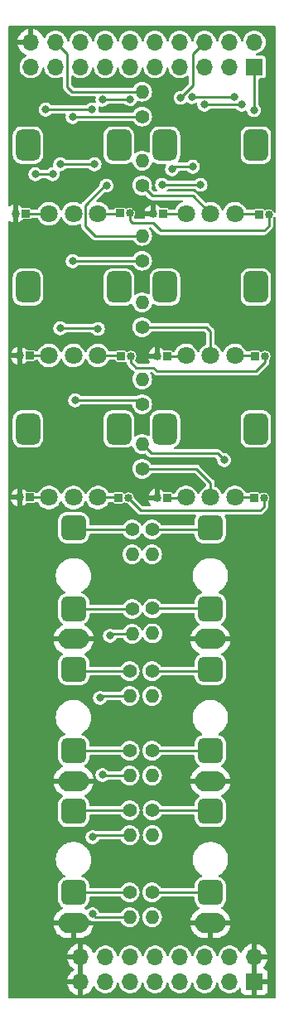
<source format=gbl>
%TF.GenerationSoftware,KiCad,Pcbnew,(6.0.1)*%
%TF.CreationDate,2022-11-01T09:03:49-04:00*%
%TF.ProjectId,ER-PROTO-02-CTLS,45522d50-524f-4544-9f2d-30322d43544c,1*%
%TF.SameCoordinates,Original*%
%TF.FileFunction,Copper,L2,Bot*%
%TF.FilePolarity,Positive*%
%FSLAX46Y46*%
G04 Gerber Fmt 4.6, Leading zero omitted, Abs format (unit mm)*
G04 Created by KiCad (PCBNEW (6.0.1)) date 2022-11-01 09:03:49*
%MOMM*%
%LPD*%
G01*
G04 APERTURE LIST*
G04 Aperture macros list*
%AMRoundRect*
0 Rectangle with rounded corners*
0 $1 Rounding radius*
0 $2 $3 $4 $5 $6 $7 $8 $9 X,Y pos of 4 corners*
0 Add a 4 corners polygon primitive as box body*
4,1,4,$2,$3,$4,$5,$6,$7,$8,$9,$2,$3,0*
0 Add four circle primitives for the rounded corners*
1,1,$1+$1,$2,$3*
1,1,$1+$1,$4,$5*
1,1,$1+$1,$6,$7*
1,1,$1+$1,$8,$9*
0 Add four rect primitives between the rounded corners*
20,1,$1+$1,$2,$3,$4,$5,0*
20,1,$1+$1,$4,$5,$6,$7,0*
20,1,$1+$1,$6,$7,$8,$9,0*
20,1,$1+$1,$8,$9,$2,$3,0*%
G04 Aperture macros list end*
%TA.AperFunction,ComponentPad*%
%ADD10R,0.850000X0.850000*%
%TD*%
%TA.AperFunction,ComponentPad*%
%ADD11O,0.850000X0.850000*%
%TD*%
%TA.AperFunction,WasherPad*%
%ADD12RoundRect,0.625000X0.625000X-0.975000X0.625000X0.975000X-0.625000X0.975000X-0.625000X-0.975000X0*%
%TD*%
%TA.AperFunction,WasherPad*%
%ADD13RoundRect,0.578704X0.671296X-1.021296X0.671296X1.021296X-0.671296X1.021296X-0.671296X-1.021296X0*%
%TD*%
%TA.AperFunction,ComponentPad*%
%ADD14C,1.800000*%
%TD*%
%TA.AperFunction,ComponentPad*%
%ADD15C,1.400000*%
%TD*%
%TA.AperFunction,ComponentPad*%
%ADD16O,1.400000X1.400000*%
%TD*%
%TA.AperFunction,ComponentPad*%
%ADD17RoundRect,0.650000X-0.650000X-0.650000X0.650000X-0.650000X0.650000X0.650000X-0.650000X0.650000X0*%
%TD*%
%TA.AperFunction,ComponentPad*%
%ADD18O,3.100000X2.100000*%
%TD*%
%TA.AperFunction,ComponentPad*%
%ADD19R,1.700000X1.700000*%
%TD*%
%TA.AperFunction,ComponentPad*%
%ADD20O,1.700000X1.700000*%
%TD*%
%TA.AperFunction,ViaPad*%
%ADD21C,0.800000*%
%TD*%
%TA.AperFunction,Conductor*%
%ADD22C,0.250000*%
%TD*%
G04 APERTURE END LIST*
D10*
%TO.P,J20,1,Pin_1*%
%TO.N,/POT1-1*%
X110244001Y-29464000D03*
D11*
%TO.P,J20,2,Pin_2*%
%TO.N,VCC*%
X111244001Y-29464000D03*
%TD*%
D10*
%TO.P,J19,1,Pin_1*%
%TO.N,/POT3-1*%
X110371001Y-44069000D03*
D11*
%TO.P,J19,2,Pin_2*%
%TO.N,VCC*%
X111371001Y-44069000D03*
%TD*%
D10*
%TO.P,J18,1,Pin_1*%
%TO.N,/POT5-1*%
X110117001Y-58547000D03*
D11*
%TO.P,J18,2,Pin_2*%
%TO.N,VCC*%
X111117001Y-58547000D03*
%TD*%
D10*
%TO.P,J17,1,Pin_1*%
%TO.N,/POT2-1*%
X124468001Y-29591000D03*
D11*
%TO.P,J17,2,Pin_2*%
%TO.N,VCC*%
X125468001Y-29591000D03*
%TD*%
D10*
%TO.P,J16,1,Pin_1*%
%TO.N,/POT4-1*%
X124087001Y-44069000D03*
D11*
%TO.P,J16,2,Pin_2*%
%TO.N,VCC*%
X125087001Y-44069000D03*
%TD*%
D10*
%TO.P,J15,1,Pin_1*%
%TO.N,/POT6-1*%
X123960001Y-58547000D03*
D11*
%TO.P,J15,2,Pin_2*%
%TO.N,VCC*%
X124960001Y-58547000D03*
%TD*%
D12*
%TO.P,RV4,*%
%TO.N,*%
X114850000Y-37000000D03*
D13*
X124150000Y-37000000D03*
D14*
%TO.P,RV4,1,1*%
%TO.N,/POT4-1*%
X122000000Y-44000000D03*
%TO.P,RV4,2,2*%
%TO.N,Net-(R4-Pad1)*%
X119500000Y-44000000D03*
%TO.P,RV4,3,3*%
%TO.N,/POT4-3*%
X117000000Y-44000000D03*
%TD*%
D15*
%TO.P,R4,1*%
%TO.N,Net-(R4-Pad1)*%
X112522000Y-41098000D03*
D16*
%TO.P,R4,2*%
%TO.N,/POT4-2*%
X112522000Y-38558000D03*
%TD*%
D12*
%TO.P,RV2,*%
%TO.N,*%
X114850000Y-22500000D03*
D13*
X124150000Y-22500000D03*
D14*
%TO.P,RV2,1,1*%
%TO.N,/POT2-1*%
X122000000Y-29500000D03*
%TO.P,RV2,2,2*%
%TO.N,Net-(R2-Pad1)*%
X119500000Y-29500000D03*
%TO.P,RV2,3,3*%
%TO.N,/POT2-3*%
X117000000Y-29500000D03*
%TD*%
D10*
%TO.P,J13,1,Pin_1*%
%TO.N,/POT3-3*%
X101000001Y-43999988D03*
D11*
%TO.P,J13,2,Pin_2*%
%TO.N,GND*%
X100000001Y-43999988D03*
%TD*%
D13*
%TO.P,RV5,*%
%TO.N,*%
X110150000Y-51500000D03*
D12*
X100850000Y-51500000D03*
D14*
%TO.P,RV5,1,1*%
%TO.N,/POT5-1*%
X108000000Y-58500000D03*
%TO.P,RV5,2,2*%
%TO.N,Net-(R5-Pad1)*%
X105500000Y-58500000D03*
%TO.P,RV5,3,3*%
%TO.N,/POT5-3*%
X103000000Y-58500000D03*
%TD*%
D15*
%TO.P,R17,1*%
%TO.N,Net-(J6-PadT)*%
X113588000Y-90474000D03*
D16*
%TO.P,R17,2*%
%TO.N,/J6-T*%
X113588000Y-93014000D03*
%TD*%
D17*
%TO.P,J4,R*%
%TO.N,Net-(J4-PadR)*%
X119500000Y-84380000D03*
D18*
%TO.P,J4,S*%
%TO.N,GND*%
X119500000Y-87480000D03*
D17*
%TO.P,J4,T*%
%TO.N,Net-(J4-PadT)*%
X119500000Y-76080000D03*
%TD*%
%TO.P,J5,R*%
%TO.N,Net-(J5-PadR)*%
X105500000Y-98880000D03*
D18*
%TO.P,J5,S*%
%TO.N,GND*%
X105500000Y-101980000D03*
D17*
%TO.P,J5,T*%
%TO.N,Net-(J5-PadT)*%
X105500000Y-90580000D03*
%TD*%
D15*
%TO.P,R7,1*%
%TO.N,Net-(J5-PadT)*%
X111252000Y-90474000D03*
D16*
%TO.P,R7,2*%
%TO.N,/J5-T*%
X111252000Y-93014000D03*
%TD*%
D15*
%TO.P,R13,1*%
%TO.N,Net-(J2-PadT)*%
X113538000Y-61772000D03*
D16*
%TO.P,R13,2*%
%TO.N,/J2-T*%
X113538000Y-64312000D03*
%TD*%
D11*
%TO.P,J9,2,Pin_2*%
%TO.N,GND*%
X114053999Y-58547000D03*
D10*
%TO.P,J9,1,Pin_1*%
%TO.N,/POT6-3*%
X115053999Y-58547000D03*
%TD*%
D15*
%TO.P,R12,1*%
%TO.N,Net-(J1-PadR)*%
X111506000Y-69900000D03*
D16*
%TO.P,R12,2*%
%TO.N,/J1-R_N*%
X111506000Y-72440000D03*
%TD*%
D15*
%TO.P,R16,1*%
%TO.N,Net-(J4-PadR)*%
X113538000Y-84378000D03*
D16*
%TO.P,R16,2*%
%TO.N,/J4-R_N*%
X113538000Y-86918000D03*
%TD*%
D15*
%TO.P,R15,1*%
%TO.N,Net-(J4-PadT)*%
X113538000Y-76250000D03*
D16*
%TO.P,R15,2*%
%TO.N,/J4-T*%
X113538000Y-78790000D03*
%TD*%
D15*
%TO.P,R8,1*%
%TO.N,Net-(J5-PadR)*%
X111252000Y-98856000D03*
D16*
%TO.P,R8,2*%
%TO.N,/J5-R_N*%
X111252000Y-101396000D03*
%TD*%
D15*
%TO.P,R11,1*%
%TO.N,Net-(J1-PadT)*%
X111506000Y-61772000D03*
D16*
%TO.P,R11,2*%
%TO.N,/J1-T*%
X111506000Y-64312000D03*
%TD*%
D11*
%TO.P,J10,2,Pin_2*%
%TO.N,GND*%
X114053999Y-44069000D03*
D10*
%TO.P,J10,1,Pin_1*%
%TO.N,/POT4-3*%
X115053999Y-44069000D03*
%TD*%
%TO.P,J11,1,Pin_1*%
%TO.N,/POT2-3*%
X114672999Y-29499992D03*
D11*
%TO.P,J11,2,Pin_2*%
%TO.N,GND*%
X113672999Y-29499992D03*
%TD*%
D13*
%TO.P,RV6,*%
%TO.N,*%
X124150000Y-51500000D03*
D12*
X114850000Y-51500000D03*
D14*
%TO.P,RV6,1,1*%
%TO.N,/POT6-1*%
X122000000Y-58500000D03*
%TO.P,RV6,2,2*%
%TO.N,Net-(R6-Pad1)*%
X119500000Y-58500000D03*
%TO.P,RV6,3,3*%
%TO.N,/POT6-3*%
X117000000Y-58500000D03*
%TD*%
D15*
%TO.P,R9,1*%
%TO.N,Net-(J3-PadT)*%
X111252000Y-76250000D03*
D16*
%TO.P,R9,2*%
%TO.N,/J3-T*%
X111252000Y-78790000D03*
%TD*%
D15*
%TO.P,R6,1*%
%TO.N,Net-(R6-Pad1)*%
X112522000Y-55576000D03*
D16*
%TO.P,R6,2*%
%TO.N,/POT6-2*%
X112522000Y-53036000D03*
%TD*%
D15*
%TO.P,R5,1*%
%TO.N,Net-(R5-Pad1)*%
X112522000Y-48972000D03*
D16*
%TO.P,R5,2*%
%TO.N,/POT5-2*%
X112522000Y-46432000D03*
%TD*%
D17*
%TO.P,J1,R*%
%TO.N,Net-(J1-PadR)*%
X105500000Y-69880000D03*
D18*
%TO.P,J1,S*%
%TO.N,GND*%
X105500000Y-72980000D03*
D17*
%TO.P,J1,T*%
%TO.N,Net-(J1-PadT)*%
X105500000Y-61580000D03*
%TD*%
D15*
%TO.P,R3,1*%
%TO.N,Net-(R3-Pad1)*%
X112522000Y-34304000D03*
D16*
%TO.P,R3,2*%
%TO.N,/POT3-2*%
X112522000Y-31764000D03*
%TD*%
D15*
%TO.P,R18,1*%
%TO.N,Net-(J6-PadR)*%
X113538000Y-98856000D03*
D16*
%TO.P,R18,2*%
%TO.N,/J6-R_N*%
X113538000Y-101396000D03*
%TD*%
D17*
%TO.P,J3,R*%
%TO.N,Net-(J3-PadR)*%
X105500000Y-84380000D03*
D18*
%TO.P,J3,S*%
%TO.N,GND*%
X105500000Y-87480000D03*
D17*
%TO.P,J3,T*%
%TO.N,Net-(J3-PadT)*%
X105500000Y-76080000D03*
%TD*%
%TO.P,J6,R*%
%TO.N,Net-(J6-PadR)*%
X119500000Y-98880000D03*
D18*
%TO.P,J6,S*%
%TO.N,GND*%
X119500000Y-101980000D03*
D17*
%TO.P,J6,T*%
%TO.N,Net-(J6-PadT)*%
X119500000Y-90580000D03*
%TD*%
D13*
%TO.P,RV1,*%
%TO.N,*%
X110150000Y-22500000D03*
D12*
X100850000Y-22500000D03*
D14*
%TO.P,RV1,1,1*%
%TO.N,/POT1-1*%
X108000000Y-29500000D03*
%TO.P,RV1,2,2*%
%TO.N,Net-(R1-Pad1)*%
X105500000Y-29500000D03*
%TO.P,RV1,3,3*%
%TO.N,/POT1-3*%
X103000000Y-29500000D03*
%TD*%
D15*
%TO.P,R1,1*%
%TO.N,Net-(R1-Pad1)*%
X112522000Y-19572000D03*
D16*
%TO.P,R1,2*%
%TO.N,/POT1-2*%
X112522000Y-17032000D03*
%TD*%
D10*
%TO.P,J14,1,Pin_1*%
%TO.N,/POT1-3*%
X100575999Y-29499992D03*
D11*
%TO.P,J14,2,Pin_2*%
%TO.N,GND*%
X99575999Y-29499992D03*
%TD*%
D15*
%TO.P,R14,1*%
%TO.N,Net-(J2-PadR)*%
X113588000Y-69850000D03*
D16*
%TO.P,R14,2*%
%TO.N,/J2-R_N*%
X113588000Y-72390000D03*
%TD*%
D13*
%TO.P,RV3,*%
%TO.N,*%
X110150000Y-37000000D03*
D12*
X100850000Y-37000000D03*
D14*
%TO.P,RV3,1,1*%
%TO.N,/POT3-1*%
X108000000Y-44000000D03*
%TO.P,RV3,2,2*%
%TO.N,Net-(R3-Pad1)*%
X105500000Y-44000000D03*
%TO.P,RV3,3,3*%
%TO.N,/POT3-3*%
X103000000Y-44000000D03*
%TD*%
D15*
%TO.P,R2,1*%
%TO.N,Net-(R2-Pad1)*%
X112522000Y-26620000D03*
D16*
%TO.P,R2,2*%
%TO.N,/POT2-2*%
X112522000Y-24080000D03*
%TD*%
D17*
%TO.P,J2,R*%
%TO.N,Net-(J2-PadR)*%
X119500000Y-69880000D03*
D18*
%TO.P,J2,S*%
%TO.N,GND*%
X119500000Y-72980000D03*
D17*
%TO.P,J2,T*%
%TO.N,Net-(J2-PadT)*%
X119500000Y-61580000D03*
%TD*%
D10*
%TO.P,J12,1,Pin_1*%
%TO.N,/POT5-3*%
X101000001Y-58500010D03*
D11*
%TO.P,J12,2,Pin_2*%
%TO.N,GND*%
X100000001Y-58500010D03*
%TD*%
D15*
%TO.P,R10,1*%
%TO.N,Net-(J3-PadR)*%
X111252000Y-84378000D03*
D16*
%TO.P,R10,2*%
%TO.N,/J3-R_N*%
X111252000Y-86918000D03*
%TD*%
D19*
%TO.P,J8,1,Pin_1*%
%TO.N,VCC*%
X124000000Y-14500000D03*
D20*
%TO.P,J8,2,Pin_2*%
%TO.N,/POT6-1*%
X124000000Y-11960000D03*
%TO.P,J8,3,Pin_3*%
%TO.N,/POT6-2*%
X121460000Y-14500000D03*
%TO.P,J8,4,Pin_4*%
%TO.N,/POT6-3*%
X121460000Y-11960000D03*
%TO.P,J8,5,Pin_5*%
%TO.N,/POT4-1*%
X118920000Y-14500000D03*
%TO.P,J8,6,Pin_6*%
%TO.N,/POT4-2*%
X118920000Y-11960000D03*
%TO.P,J8,7,Pin_7*%
%TO.N,/POT4-3*%
X116380000Y-14500000D03*
%TO.P,J8,8,Pin_8*%
%TO.N,/POT2-1*%
X116380000Y-11960000D03*
%TO.P,J8,9,Pin_9*%
%TO.N,/POT2-2*%
X113840000Y-14500000D03*
%TO.P,J8,10,Pin_10*%
%TO.N,/POT2-3*%
X113840000Y-11960000D03*
%TO.P,J8,11,Pin_11*%
%TO.N,/POT5-1*%
X111300000Y-14500000D03*
%TO.P,J8,12,Pin_12*%
%TO.N,/POT5-2*%
X111300000Y-11960000D03*
%TO.P,J8,13,Pin_13*%
%TO.N,/POT5-3*%
X108760000Y-14500000D03*
%TO.P,J8,14,Pin_14*%
%TO.N,/POT3-1*%
X108760000Y-11960000D03*
%TO.P,J8,15,Pin_15*%
%TO.N,/POT3-2*%
X106220000Y-14500000D03*
%TO.P,J8,16,Pin_16*%
%TO.N,/POT3-3*%
X106220000Y-11960000D03*
%TO.P,J8,17,Pin_17*%
%TO.N,/POT1-1*%
X103680000Y-14500000D03*
%TO.P,J8,18,Pin_18*%
%TO.N,/POT1-2*%
X103680000Y-11960000D03*
%TO.P,J8,19,Pin_19*%
%TO.N,/POT1-3*%
X101140000Y-14500000D03*
%TO.P,J8,20,Pin_20*%
%TO.N,GND*%
X101140000Y-11960000D03*
%TD*%
D19*
%TO.P,J7,1,Pin_1*%
%TO.N,GND*%
X124000000Y-108000000D03*
D20*
%TO.P,J7,2,Pin_2*%
X124000000Y-105460000D03*
%TO.P,J7,3,Pin_3*%
%TO.N,/J2-R_N*%
X121460000Y-108000000D03*
%TO.P,J7,4,Pin_4*%
%TO.N,/J2-T*%
X121460000Y-105460000D03*
%TO.P,J7,5,Pin_5*%
%TO.N,/J4-R_N*%
X118920000Y-108000000D03*
%TO.P,J7,6,Pin_6*%
%TO.N,/J4-T*%
X118920000Y-105460000D03*
%TO.P,J7,7,Pin_7*%
%TO.N,/J6-R_N*%
X116380000Y-108000000D03*
%TO.P,J7,8,Pin_8*%
%TO.N,/J6-T*%
X116380000Y-105460000D03*
%TO.P,J7,9,Pin_9*%
%TO.N,/J1-R_N*%
X113840000Y-108000000D03*
%TO.P,J7,10,Pin_10*%
%TO.N,/J1-T*%
X113840000Y-105460000D03*
%TO.P,J7,11,Pin_11*%
%TO.N,/J3-R_N*%
X111300000Y-108000000D03*
%TO.P,J7,12,Pin_12*%
%TO.N,/J3-T*%
X111300000Y-105460000D03*
%TO.P,J7,13,Pin_13*%
%TO.N,/J5-R_N*%
X108760000Y-108000000D03*
%TO.P,J7,14,Pin_14*%
%TO.N,/J5-T*%
X108760000Y-105460000D03*
%TO.P,J7,15,Pin_15*%
%TO.N,GND*%
X106220000Y-108000000D03*
%TO.P,J7,16,Pin_16*%
X106220000Y-105460000D03*
%TD*%
D21*
%TO.N,/POT3-2*%
X108874799Y-26634201D03*
%TO.N,/POT4-2*%
X116459000Y-17653000D03*
X118491000Y-26543000D03*
X114554000Y-26543000D03*
%TO.N,VCC*%
X123952000Y-18923000D03*
%TO.N,/POT6-2*%
X120904000Y-54674000D03*
%TO.N,/POT4-1*%
X118872000Y-18352000D03*
X122724500Y-18352000D03*
%TO.N,/POT4-3*%
X117724500Y-24702000D03*
X115570000Y-24956000D03*
%TO.N,/POT2-1*%
X121920000Y-17590000D03*
X117602000Y-17590000D03*
%TO.N,/POT5-1*%
X111300000Y-17796000D03*
X108458000Y-17844000D03*
%TO.N,/POT3-1*%
X104140000Y-41212000D03*
X108000000Y-41262000D03*
%TO.N,/POT3-2*%
X104140000Y-24448000D03*
X107663879Y-24448000D03*
%TO.N,/POT3-3*%
X101600000Y-25464000D03*
X103378000Y-25464000D03*
%TO.N,Net-(R1-Pad1)*%
X105410000Y-19622000D03*
%TO.N,Net-(R3-Pad1)*%
X105410000Y-34354000D03*
%TO.N,Net-(R5-Pad1)*%
X105664000Y-48578000D03*
%TO.N,/POT1-1*%
X102653500Y-18860000D03*
X107394020Y-18847500D03*
%TO.N,/J3-T*%
X108204000Y-78994000D03*
%TO.N,/J1-R_N*%
X109220000Y-72644000D03*
%TO.N,/J3-R_N*%
X108458000Y-86868000D03*
%TO.N,/J5-R_N*%
X107442000Y-101092000D03*
%TO.N,/J5-T*%
X107442000Y-93218000D03*
%TD*%
D22*
%TO.N,/POT3-2*%
X107710000Y-31764000D02*
X106724511Y-30778511D01*
X112522000Y-31764000D02*
X107710000Y-31764000D01*
X106724511Y-30778511D02*
X106724511Y-28619511D01*
X108928022Y-26416000D02*
X108928022Y-26580978D01*
X106724511Y-28619511D02*
X108928022Y-26416000D01*
X108928022Y-26580978D02*
X108874799Y-26634201D01*
%TO.N,/POT4-2*%
X117745489Y-13134511D02*
X118920000Y-11960000D01*
X117745489Y-16366511D02*
X117745489Y-13134511D01*
X114554000Y-26543000D02*
X118491000Y-26543000D01*
X116459000Y-17653000D02*
X117745489Y-16366511D01*
%TO.N,VCC*%
X111244000Y-30194000D02*
X111244000Y-29464000D01*
X111506000Y-30456000D02*
X111244000Y-30194000D01*
X113641000Y-30456000D02*
X111506000Y-30456000D01*
X114427000Y-31242000D02*
X113641000Y-30456000D01*
X125468000Y-29591000D02*
X125468000Y-30742000D01*
X125468000Y-30742000D02*
X124968000Y-31242000D01*
X124968000Y-31242000D02*
X114427000Y-31242000D01*
%TO.N,/POT2-3*%
X114673000Y-29500000D02*
X117000000Y-29500000D01*
%TO.N,/POT1-1*%
X108000000Y-29500000D02*
X110208000Y-29500000D01*
%TO.N,VCC*%
X124960000Y-59444000D02*
X124960000Y-58547000D01*
X124579000Y-59825000D02*
X124960000Y-59444000D01*
X112395000Y-59825000D02*
X124579000Y-59825000D01*
X111117000Y-58547000D02*
X112395000Y-59825000D01*
%TO.N,/POT6-1*%
X122000000Y-58500000D02*
X123913000Y-58500000D01*
%TO.N,/POT4-3*%
X115054000Y-44069000D02*
X116931000Y-44069000D01*
%TO.N,VCC*%
X125087000Y-44670040D02*
X124164040Y-45593000D01*
X125087000Y-44069000D02*
X125087000Y-44670040D01*
X114046000Y-45593000D02*
X124164040Y-45593000D01*
X113677511Y-45224511D02*
X114046000Y-45593000D01*
X111899511Y-45224511D02*
X113677511Y-45224511D01*
X111371000Y-44696000D02*
X111899511Y-45224511D01*
X111371000Y-44069000D02*
X111371000Y-44696000D01*
%TO.N,/POT5-1*%
X108000000Y-58500000D02*
X110070000Y-58500000D01*
%TO.N,VCC*%
X124000000Y-18875000D02*
X123952000Y-18923000D01*
X124000000Y-14500000D02*
X124000000Y-18875000D01*
%TO.N,/POT2-1*%
X122000000Y-29500000D02*
X124377000Y-29500000D01*
%TO.N,/POT4-1*%
X122000000Y-44000000D02*
X124018000Y-44000000D01*
%TO.N,/POT3-1*%
X108000000Y-44000000D02*
X110302000Y-44000000D01*
%TO.N,/POT6-3*%
X115054000Y-58547000D02*
X116953000Y-58547000D01*
%TO.N,/POT6-2*%
X113486000Y-54000000D02*
X120230000Y-54000000D01*
X120230000Y-54000000D02*
X120904000Y-54674000D01*
X112522000Y-53036000D02*
X113486000Y-54000000D01*
%TO.N,/POT4-1*%
X122724500Y-18352000D02*
X118872000Y-18352000D01*
%TO.N,/POT4-3*%
X115824000Y-24702000D02*
X115570000Y-24956000D01*
X117724500Y-24702000D02*
X115824000Y-24702000D01*
%TO.N,/POT2-1*%
X121920000Y-17590000D02*
X117602000Y-17590000D01*
%TO.N,/POT5-1*%
X111252000Y-17844000D02*
X111300000Y-17796000D01*
X108458000Y-17844000D02*
X111252000Y-17844000D01*
%TO.N,/POT5-3*%
X101000000Y-58500000D02*
X103000000Y-58500000D01*
%TO.N,/POT3-1*%
X107950000Y-41212000D02*
X108000000Y-41262000D01*
X104140000Y-41212000D02*
X107950000Y-41212000D01*
%TO.N,/POT3-2*%
X104140000Y-24448000D02*
X107663879Y-24448000D01*
%TO.N,/POT3-3*%
X101600000Y-25464000D02*
X103378000Y-25464000D01*
X101000000Y-44000000D02*
X103000000Y-44000000D01*
%TO.N,Net-(R1-Pad1)*%
X105460000Y-19572000D02*
X112522000Y-19572000D01*
X105410000Y-19622000D02*
X105460000Y-19572000D01*
%TO.N,Net-(R2-Pad1)*%
X113588000Y-27686000D02*
X112522000Y-26620000D01*
X117686000Y-27686000D02*
X113588000Y-27686000D01*
X119500000Y-29500000D02*
X117686000Y-27686000D01*
%TO.N,Net-(R3-Pad1)*%
X105410000Y-34354000D02*
X105460000Y-34304000D01*
X105460000Y-34304000D02*
X112522000Y-34304000D01*
%TO.N,Net-(R4-Pad1)*%
X119500000Y-41522000D02*
X119500000Y-44000000D01*
X119076000Y-41098000D02*
X119500000Y-41522000D01*
X112522000Y-41098000D02*
X119076000Y-41098000D01*
%TO.N,Net-(R5-Pad1)*%
X105714000Y-48528000D02*
X105664000Y-48578000D01*
X112522000Y-48528000D02*
X105714000Y-48528000D01*
%TO.N,/POT1-1*%
X102666000Y-18847500D02*
X107394020Y-18847500D01*
X102653500Y-18860000D02*
X102666000Y-18847500D01*
%TO.N,/POT1-2*%
X112522000Y-17032000D02*
X105360000Y-17032000D01*
X105360000Y-17032000D02*
X104854511Y-16526511D01*
X104854511Y-13134511D02*
X103680000Y-11960000D01*
X104854511Y-16526511D02*
X104854511Y-13134511D01*
%TO.N,/POT1-3*%
X100576000Y-29500000D02*
X103000000Y-29500000D01*
%TO.N,Net-(R6-Pad1)*%
X119500000Y-57000000D02*
X119500000Y-58500000D01*
X118076000Y-55576000D02*
X119500000Y-57000000D01*
X112522000Y-55576000D02*
X118076000Y-55576000D01*
%TO.N,/J3-T*%
X108408000Y-78790000D02*
X111252000Y-78790000D01*
X108204000Y-78994000D02*
X108408000Y-78790000D01*
%TO.N,/J1-R_N*%
X109424000Y-72440000D02*
X109220000Y-72644000D01*
X111506000Y-72440000D02*
X109424000Y-72440000D01*
%TO.N,/J3-R_N*%
X108508000Y-86918000D02*
X111048000Y-86918000D01*
X108458000Y-86868000D02*
X108508000Y-86918000D01*
%TO.N,/J5-R_N*%
X107746000Y-101396000D02*
X107442000Y-101092000D01*
X107746000Y-101396000D02*
X111252000Y-101396000D01*
%TO.N,/J5-T*%
X107646000Y-93014000D02*
X111252000Y-93014000D01*
X107646000Y-93014000D02*
X107442000Y-93218000D01*
%TO.N,Net-(J1-PadR)*%
X105520000Y-69900000D02*
X111506000Y-69900000D01*
%TO.N,Net-(J1-PadT)*%
X105692000Y-61772000D02*
X111506000Y-61772000D01*
%TO.N,Net-(J2-PadR)*%
X113588000Y-69850000D02*
X119470000Y-69850000D01*
%TO.N,Net-(J2-PadT)*%
X119308000Y-61772000D02*
X113538000Y-61772000D01*
%TO.N,Net-(J3-PadR)*%
X105502000Y-84378000D02*
X111048000Y-84378000D01*
%TO.N,Net-(J3-PadT)*%
X105670000Y-76250000D02*
X111252000Y-76250000D01*
%TO.N,Net-(J4-PadR)*%
X113538000Y-84378000D02*
X119498000Y-84378000D01*
%TO.N,Net-(J4-PadT)*%
X119330000Y-76250000D02*
X113538000Y-76250000D01*
%TO.N,Net-(J5-PadR)*%
X105524000Y-98856000D02*
X111252000Y-98856000D01*
%TO.N,Net-(J5-PadT)*%
X111252000Y-90474000D02*
X105606000Y-90474000D01*
%TO.N,Net-(J6-PadR)*%
X113538000Y-98856000D02*
X119476000Y-98856000D01*
%TO.N,Net-(J6-PadT)*%
X113588000Y-90474000D02*
X119394000Y-90474000D01*
%TD*%
%TA.AperFunction,Conductor*%
%TO.N,GND*%
G36*
X126137321Y-10324802D02*
G01*
X126183814Y-10378458D01*
X126195200Y-10430800D01*
X126195200Y-29269415D01*
X126175198Y-29337536D01*
X126121542Y-29384029D01*
X126051268Y-29394133D01*
X125986688Y-29364639D01*
X125959137Y-29326433D01*
X125957899Y-29327148D01*
X125953769Y-29319995D01*
X125950609Y-29312366D01*
X125862049Y-29196952D01*
X125746635Y-29108392D01*
X125739009Y-29105233D01*
X125739007Y-29105232D01*
X125632297Y-29061031D01*
X125612233Y-29052720D01*
X125604049Y-29051643D01*
X125604047Y-29051642D01*
X125476189Y-29034810D01*
X125468001Y-29033732D01*
X125459813Y-29034810D01*
X125331955Y-29051642D01*
X125331953Y-29051643D01*
X125323769Y-29052720D01*
X125303705Y-29061031D01*
X125196995Y-29105232D01*
X125196993Y-29105233D01*
X125189367Y-29108392D01*
X125179124Y-29116252D01*
X125176104Y-29118569D01*
X125109884Y-29144171D01*
X125040335Y-29129907D01*
X124994633Y-29088610D01*
X124991816Y-29084394D01*
X124984923Y-29074078D01*
X124960174Y-29057541D01*
X124953067Y-29052792D01*
X124953066Y-29052791D01*
X124942749Y-29045898D01*
X124930579Y-29043477D01*
X124911624Y-29039706D01*
X124911619Y-29039706D01*
X124905559Y-29038500D01*
X124030443Y-29038500D01*
X124024383Y-29039706D01*
X124024378Y-29039706D01*
X124005423Y-29043477D01*
X123993253Y-29045898D01*
X123982935Y-29052792D01*
X123971471Y-29057541D01*
X123970134Y-29054313D01*
X123919409Y-29069700D01*
X123210139Y-29069700D01*
X123142018Y-29049698D01*
X123097133Y-28999428D01*
X123034645Y-28872715D01*
X123032090Y-28867534D01*
X122899550Y-28690041D01*
X122801771Y-28599655D01*
X122741124Y-28543593D01*
X122741121Y-28543591D01*
X122736884Y-28539674D01*
X122653613Y-28487134D01*
X122554423Y-28424550D01*
X122554418Y-28424548D01*
X122549539Y-28421469D01*
X122343790Y-28339383D01*
X122338130Y-28338257D01*
X122338126Y-28338256D01*
X122132196Y-28297294D01*
X122132191Y-28297294D01*
X122126528Y-28296167D01*
X122120753Y-28296091D01*
X122120749Y-28296091D01*
X122011551Y-28294662D01*
X121905028Y-28293267D01*
X121686709Y-28330782D01*
X121478882Y-28407453D01*
X121473921Y-28410405D01*
X121473920Y-28410405D01*
X121293475Y-28517758D01*
X121293472Y-28517760D01*
X121288507Y-28520714D01*
X121186178Y-28610454D01*
X121129955Y-28659761D01*
X121121960Y-28666772D01*
X120984819Y-28840734D01*
X120982131Y-28845844D01*
X120982126Y-28845852D01*
X120908170Y-28986420D01*
X120881677Y-29036775D01*
X120879963Y-29042295D01*
X120871606Y-29069209D01*
X120832303Y-29128335D01*
X120767274Y-29156826D01*
X120697165Y-29145637D01*
X120644235Y-29098320D01*
X120633643Y-29077002D01*
X120631631Y-29071762D01*
X120630065Y-29066208D01*
X120590718Y-28986420D01*
X120534645Y-28872715D01*
X120532090Y-28867534D01*
X120399550Y-28690041D01*
X120301771Y-28599655D01*
X120241124Y-28543593D01*
X120241121Y-28543591D01*
X120236884Y-28539674D01*
X120153613Y-28487134D01*
X120054423Y-28424550D01*
X120054418Y-28424548D01*
X120049539Y-28421469D01*
X119843790Y-28339383D01*
X119838130Y-28338257D01*
X119838126Y-28338256D01*
X119632196Y-28297294D01*
X119632191Y-28297294D01*
X119626528Y-28296167D01*
X119620753Y-28296091D01*
X119620749Y-28296091D01*
X119511551Y-28294662D01*
X119405028Y-28293267D01*
X119186709Y-28330782D01*
X119181292Y-28332781D01*
X119181290Y-28332781D01*
X119081660Y-28369536D01*
X119010827Y-28374348D01*
X118948955Y-28340419D01*
X118013617Y-27405081D01*
X118003762Y-27393992D01*
X117989719Y-27376179D01*
X117983888Y-27368782D01*
X117937803Y-27336930D01*
X117934630Y-27334662D01*
X117922516Y-27325714D01*
X117889624Y-27301420D01*
X117883117Y-27299135D01*
X117877444Y-27295214D01*
X117824100Y-27278344D01*
X117820343Y-27277090D01*
X117776433Y-27261670D01*
X117776429Y-27261669D01*
X117767541Y-27258548D01*
X117760648Y-27258277D01*
X117754074Y-27256198D01*
X117747747Y-27255700D01*
X117697533Y-27255700D01*
X117692586Y-27255603D01*
X117638248Y-27253468D01*
X117631395Y-27255285D01*
X117623855Y-27255700D01*
X115147126Y-27255700D01*
X115079005Y-27235698D01*
X115032512Y-27182042D01*
X115022408Y-27111768D01*
X115051902Y-27047188D01*
X115065294Y-27033890D01*
X115071206Y-27028840D01*
X115076982Y-27023907D01*
X115081416Y-27017736D01*
X115084836Y-27014017D01*
X115145667Y-26977410D01*
X115177587Y-26973300D01*
X117867390Y-26973300D01*
X117935511Y-26993302D01*
X117952464Y-27008018D01*
X117953170Y-27007242D01*
X118073811Y-27117018D01*
X118073815Y-27117021D01*
X118079432Y-27122132D01*
X118086109Y-27125757D01*
X118086110Y-27125758D01*
X118109000Y-27138186D01*
X118229455Y-27203588D01*
X118394577Y-27246907D01*
X118481592Y-27248274D01*
X118557666Y-27249469D01*
X118557669Y-27249469D01*
X118565265Y-27249588D01*
X118572669Y-27247892D01*
X118572671Y-27247892D01*
X118634992Y-27233619D01*
X118731667Y-27211477D01*
X118884174Y-27134774D01*
X118889945Y-27129845D01*
X118889948Y-27129843D01*
X119008210Y-27028837D01*
X119008211Y-27028836D01*
X119013982Y-27023907D01*
X119113598Y-26885276D01*
X119118993Y-26871855D01*
X119174436Y-26733939D01*
X119174437Y-26733937D01*
X119177271Y-26726886D01*
X119201324Y-26557879D01*
X119201480Y-26543000D01*
X119192921Y-26472271D01*
X119181884Y-26381070D01*
X119181884Y-26381069D01*
X119180971Y-26373527D01*
X119155092Y-26305038D01*
X119123315Y-26220942D01*
X119123314Y-26220940D01*
X119120630Y-26213837D01*
X119116331Y-26207582D01*
X119116329Y-26207578D01*
X119028241Y-26079410D01*
X119028240Y-26079408D01*
X119023939Y-26073151D01*
X119018265Y-26068095D01*
X118913174Y-25974463D01*
X118896481Y-25959590D01*
X118888523Y-25955376D01*
X118752322Y-25883262D01*
X118752321Y-25883261D01*
X118745613Y-25879710D01*
X118580047Y-25838122D01*
X118572449Y-25838082D01*
X118572447Y-25838082D01*
X118498658Y-25837696D01*
X118409339Y-25837229D01*
X118401960Y-25839001D01*
X118401956Y-25839001D01*
X118250726Y-25875308D01*
X118250722Y-25875309D01*
X118243347Y-25877080D01*
X118202302Y-25898265D01*
X118102383Y-25949837D01*
X118091651Y-25955376D01*
X118085929Y-25960368D01*
X118085927Y-25960369D01*
X117968734Y-26062602D01*
X117968731Y-26062605D01*
X117963010Y-26067596D01*
X117960187Y-26071613D01*
X117900714Y-26108251D01*
X117867527Y-26112700D01*
X115177480Y-26112700D01*
X115109359Y-26092698D01*
X115087420Y-26073851D01*
X115086939Y-26073151D01*
X115081268Y-26068098D01*
X115081265Y-26068095D01*
X114976174Y-25974463D01*
X114959481Y-25959590D01*
X114951523Y-25955376D01*
X114815322Y-25883262D01*
X114815321Y-25883261D01*
X114808613Y-25879710D01*
X114643047Y-25838122D01*
X114635449Y-25838082D01*
X114635447Y-25838082D01*
X114561658Y-25837696D01*
X114472339Y-25837229D01*
X114464960Y-25839001D01*
X114464956Y-25839001D01*
X114313726Y-25875308D01*
X114313722Y-25875309D01*
X114306347Y-25877080D01*
X114265302Y-25898265D01*
X114165383Y-25949837D01*
X114154651Y-25955376D01*
X114148929Y-25960368D01*
X114148927Y-25960369D01*
X114031737Y-26062600D01*
X114026010Y-26067596D01*
X113927852Y-26207262D01*
X113925093Y-26214337D01*
X113925092Y-26214340D01*
X113892171Y-26298779D01*
X113865841Y-26366311D01*
X113864849Y-26373844D01*
X113864849Y-26373845D01*
X113845570Y-26520287D01*
X113843559Y-26535560D01*
X113852494Y-26616494D01*
X113856543Y-26653163D01*
X113862292Y-26705239D01*
X113864901Y-26712370D01*
X113864902Y-26712372D01*
X113906170Y-26825140D01*
X113920958Y-26865551D01*
X114016170Y-27007242D01*
X114027711Y-27017743D01*
X114048331Y-27036506D01*
X114085254Y-27097146D01*
X114083531Y-27168122D01*
X114043709Y-27226899D01*
X113978431Y-27254816D01*
X113963532Y-27255700D01*
X113818426Y-27255700D01*
X113750305Y-27235698D01*
X113729331Y-27218795D01*
X113523964Y-27013428D01*
X113489938Y-26951116D01*
X113493501Y-26884563D01*
X113507061Y-26843800D01*
X113531770Y-26648205D01*
X113532164Y-26620000D01*
X113512926Y-26423791D01*
X113455943Y-26235056D01*
X113421665Y-26170588D01*
X113366283Y-26066430D01*
X113366281Y-26066428D01*
X113363387Y-26060984D01*
X113289925Y-25970911D01*
X113242672Y-25912972D01*
X113242670Y-25912970D01*
X113238783Y-25908204D01*
X113086877Y-25782536D01*
X113081460Y-25779607D01*
X113081457Y-25779605D01*
X112918872Y-25691696D01*
X112918868Y-25691694D01*
X112913454Y-25688767D01*
X112907574Y-25686947D01*
X112907572Y-25686946D01*
X112781390Y-25647886D01*
X112725122Y-25630468D01*
X112719004Y-25629825D01*
X112718999Y-25629824D01*
X112535181Y-25610505D01*
X112535179Y-25610505D01*
X112529052Y-25609861D01*
X112455134Y-25616588D01*
X112338853Y-25627170D01*
X112338850Y-25627171D01*
X112332714Y-25627729D01*
X112326808Y-25629467D01*
X112326804Y-25629468D01*
X112214272Y-25662588D01*
X112143586Y-25683392D01*
X111968871Y-25774731D01*
X111964071Y-25778591D01*
X111964070Y-25778591D01*
X111954170Y-25786551D01*
X111815225Y-25898265D01*
X111688500Y-26049291D01*
X111685536Y-26054683D01*
X111685533Y-26054687D01*
X111649097Y-26120965D01*
X111593523Y-26222054D01*
X111591662Y-26227921D01*
X111591661Y-26227923D01*
X111547728Y-26366419D01*
X111533911Y-26409975D01*
X111511934Y-26605896D01*
X111515781Y-26651708D01*
X111519643Y-26697689D01*
X111528432Y-26802354D01*
X111530131Y-26808279D01*
X111578628Y-26977410D01*
X111582773Y-26991866D01*
X111590675Y-27007242D01*
X111670072Y-27161732D01*
X111670075Y-27161737D01*
X111672890Y-27167214D01*
X111795349Y-27321719D01*
X111800042Y-27325713D01*
X111800043Y-27325714D01*
X111859340Y-27376179D01*
X111945486Y-27449495D01*
X112117582Y-27545677D01*
X112305082Y-27606599D01*
X112500845Y-27629942D01*
X112506980Y-27629470D01*
X112506982Y-27629470D01*
X112691271Y-27615290D01*
X112691275Y-27615289D01*
X112697413Y-27614817D01*
X112791340Y-27588592D01*
X112862330Y-27589538D01*
X112914319Y-27620855D01*
X113260383Y-27966919D01*
X113270238Y-27978008D01*
X113290112Y-28003218D01*
X113336197Y-28035070D01*
X113339365Y-28037334D01*
X113384376Y-28070580D01*
X113390883Y-28072865D01*
X113396556Y-28076786D01*
X113420189Y-28084260D01*
X113449908Y-28093659D01*
X113453661Y-28094911D01*
X113497577Y-28110333D01*
X113497579Y-28110333D01*
X113506460Y-28113452D01*
X113513352Y-28113723D01*
X113519926Y-28115802D01*
X113526253Y-28116300D01*
X113576451Y-28116300D01*
X113581400Y-28116397D01*
X113635752Y-28118533D01*
X113642608Y-28116715D01*
X113650153Y-28116300D01*
X116562511Y-28116300D01*
X116630632Y-28136302D01*
X116677125Y-28189958D01*
X116687229Y-28260232D01*
X116657735Y-28324812D01*
X116606121Y-28360512D01*
X116484301Y-28405453D01*
X116484293Y-28405457D01*
X116478882Y-28407453D01*
X116473921Y-28410405D01*
X116473920Y-28410405D01*
X116293475Y-28517758D01*
X116293472Y-28517760D01*
X116288507Y-28520714D01*
X116186178Y-28610454D01*
X116129955Y-28659761D01*
X116121960Y-28666772D01*
X115984819Y-28840734D01*
X115899779Y-29002369D01*
X115850361Y-29053340D01*
X115788272Y-29069700D01*
X115315154Y-29069700D01*
X115247033Y-29049698D01*
X115210389Y-29013703D01*
X115189921Y-28983070D01*
X115147747Y-28954890D01*
X115135577Y-28952469D01*
X115116622Y-28948698D01*
X115116617Y-28948698D01*
X115110557Y-28947492D01*
X114487099Y-28947492D01*
X114418978Y-28927490D01*
X114393462Y-28905802D01*
X114305156Y-28807727D01*
X114295393Y-28798936D01*
X114147411Y-28691421D01*
X114136039Y-28684855D01*
X113968931Y-28610454D01*
X113956443Y-28606397D01*
X113944719Y-28603904D01*
X113930658Y-28604977D01*
X113926999Y-28614933D01*
X113926999Y-29627992D01*
X113906997Y-29696113D01*
X113853341Y-29742606D01*
X113800999Y-29753992D01*
X112792630Y-29753992D01*
X112779099Y-29757965D01*
X112778089Y-29764992D01*
X112809207Y-29860765D01*
X112811234Y-29931732D01*
X112774572Y-29992530D01*
X112710859Y-30023855D01*
X112689374Y-30025700D01*
X111800300Y-30025700D01*
X111732179Y-30005698D01*
X111685686Y-29952042D01*
X111674300Y-29899700D01*
X111674300Y-29853577D01*
X111694302Y-29785456D01*
X111700337Y-29776874D01*
X111721580Y-29749189D01*
X111721582Y-29749185D01*
X111726609Y-29742634D01*
X111782281Y-29608232D01*
X111801269Y-29464000D01*
X111782281Y-29319768D01*
X111750424Y-29242860D01*
X112779711Y-29242860D01*
X112786082Y-29245992D01*
X113400884Y-29245992D01*
X113416123Y-29241517D01*
X113417328Y-29240127D01*
X113418999Y-29232444D01*
X113418999Y-28618253D01*
X113415026Y-28604722D01*
X113404531Y-28603213D01*
X113389555Y-28606397D01*
X113377067Y-28610454D01*
X113209960Y-28684855D01*
X113198588Y-28691421D01*
X113050605Y-28798936D01*
X113040842Y-28807727D01*
X112918445Y-28943664D01*
X112910729Y-28954283D01*
X112819266Y-29112701D01*
X112813926Y-29124696D01*
X112780114Y-29228760D01*
X112779711Y-29242860D01*
X111750424Y-29242860D01*
X111726609Y-29185366D01*
X111638049Y-29069952D01*
X111522635Y-28981392D01*
X111515009Y-28978233D01*
X111515007Y-28978232D01*
X111395859Y-28928879D01*
X111395860Y-28928879D01*
X111388233Y-28925720D01*
X111380049Y-28924643D01*
X111380047Y-28924642D01*
X111252189Y-28907810D01*
X111244001Y-28906732D01*
X111235813Y-28907810D01*
X111107955Y-28924642D01*
X111107953Y-28924643D01*
X111099769Y-28925720D01*
X111092142Y-28928879D01*
X111092143Y-28928879D01*
X110972995Y-28978232D01*
X110972993Y-28978233D01*
X110965367Y-28981392D01*
X110955124Y-28989252D01*
X110952104Y-28991569D01*
X110885884Y-29017171D01*
X110816335Y-29002907D01*
X110770633Y-28961610D01*
X110767816Y-28957394D01*
X110760923Y-28947078D01*
X110750607Y-28940185D01*
X110729067Y-28925792D01*
X110729066Y-28925791D01*
X110718749Y-28918898D01*
X110706579Y-28916477D01*
X110687624Y-28912706D01*
X110687619Y-28912706D01*
X110681559Y-28911500D01*
X109806443Y-28911500D01*
X109800383Y-28912706D01*
X109800378Y-28912706D01*
X109781423Y-28916477D01*
X109769253Y-28918898D01*
X109758936Y-28925791D01*
X109758935Y-28925792D01*
X109737395Y-28940185D01*
X109727079Y-28947078D01*
X109720186Y-28957394D01*
X109707636Y-28976177D01*
X109698899Y-28989252D01*
X109697698Y-28995290D01*
X109655865Y-29047200D01*
X109584006Y-29069700D01*
X109210139Y-29069700D01*
X109142018Y-29049698D01*
X109097133Y-28999428D01*
X109034645Y-28872715D01*
X109032090Y-28867534D01*
X108899550Y-28690041D01*
X108801771Y-28599655D01*
X108741124Y-28543593D01*
X108741121Y-28543591D01*
X108736884Y-28539674D01*
X108653613Y-28487134D01*
X108554423Y-28424550D01*
X108554418Y-28424548D01*
X108549539Y-28421469D01*
X108343790Y-28339383D01*
X108338130Y-28338257D01*
X108338126Y-28338256D01*
X108132196Y-28297294D01*
X108132191Y-28297294D01*
X108126528Y-28296167D01*
X108120753Y-28296091D01*
X108120749Y-28296091D01*
X107979727Y-28294245D01*
X107961087Y-28294001D01*
X107893233Y-28273109D01*
X107847447Y-28218849D01*
X107838264Y-28148449D01*
X107868600Y-28084260D01*
X107873641Y-28078917D01*
X108597389Y-27355169D01*
X108659701Y-27321143D01*
X108718459Y-27322389D01*
X108771022Y-27336179D01*
X108771024Y-27336179D01*
X108778376Y-27338108D01*
X108865391Y-27339475D01*
X108941465Y-27340670D01*
X108941468Y-27340670D01*
X108949064Y-27340789D01*
X108956468Y-27339093D01*
X108956470Y-27339093D01*
X109034843Y-27321143D01*
X109115466Y-27302678D01*
X109267973Y-27225975D01*
X109273744Y-27221046D01*
X109273747Y-27221044D01*
X109392009Y-27120038D01*
X109392010Y-27120037D01*
X109397781Y-27115108D01*
X109497397Y-26976477D01*
X109539455Y-26871855D01*
X109558235Y-26825140D01*
X109558236Y-26825138D01*
X109561070Y-26818087D01*
X109576115Y-26712372D01*
X109584542Y-26653163D01*
X109584542Y-26653162D01*
X109585123Y-26649080D01*
X109585279Y-26634201D01*
X109575544Y-26553754D01*
X109565683Y-26472271D01*
X109565683Y-26472270D01*
X109564770Y-26464728D01*
X109530429Y-26373845D01*
X109507114Y-26312143D01*
X109507113Y-26312141D01*
X109504429Y-26305038D01*
X109500130Y-26298783D01*
X109500128Y-26298779D01*
X109412040Y-26170611D01*
X109412039Y-26170609D01*
X109407738Y-26164352D01*
X109401504Y-26158797D01*
X109305376Y-26073151D01*
X109280280Y-26050791D01*
X109272322Y-26046577D01*
X109136121Y-25974463D01*
X109136120Y-25974462D01*
X109129412Y-25970911D01*
X108963846Y-25929323D01*
X108956248Y-25929283D01*
X108956246Y-25929283D01*
X108882457Y-25928897D01*
X108793138Y-25928430D01*
X108785759Y-25930202D01*
X108785755Y-25930202D01*
X108634525Y-25966509D01*
X108634521Y-25966510D01*
X108627146Y-25968281D01*
X108475450Y-26046577D01*
X108469728Y-26051569D01*
X108469726Y-26051570D01*
X108422580Y-26092698D01*
X108346809Y-26158797D01*
X108248651Y-26298463D01*
X108245892Y-26305538D01*
X108245891Y-26305541D01*
X108216444Y-26381070D01*
X108186640Y-26457512D01*
X108185648Y-26465047D01*
X108178376Y-26520287D01*
X108149654Y-26585215D01*
X108142549Y-26592937D01*
X106443592Y-28291894D01*
X106432503Y-28301749D01*
X106407293Y-28321623D01*
X106375441Y-28367708D01*
X106373177Y-28370876D01*
X106339931Y-28415887D01*
X106337646Y-28422394D01*
X106333725Y-28428067D01*
X106331397Y-28435428D01*
X106284062Y-28487134D01*
X106215421Y-28505270D01*
X106151624Y-28485879D01*
X106054423Y-28424550D01*
X106054418Y-28424548D01*
X106049539Y-28421469D01*
X105843790Y-28339383D01*
X105838130Y-28338257D01*
X105838126Y-28338256D01*
X105632196Y-28297294D01*
X105632191Y-28297294D01*
X105626528Y-28296167D01*
X105620753Y-28296091D01*
X105620749Y-28296091D01*
X105511551Y-28294662D01*
X105405028Y-28293267D01*
X105186709Y-28330782D01*
X104978882Y-28407453D01*
X104973921Y-28410405D01*
X104973920Y-28410405D01*
X104793475Y-28517758D01*
X104793472Y-28517760D01*
X104788507Y-28520714D01*
X104686178Y-28610454D01*
X104629955Y-28659761D01*
X104621960Y-28666772D01*
X104484819Y-28840734D01*
X104482131Y-28845844D01*
X104482126Y-28845852D01*
X104408170Y-28986420D01*
X104381677Y-29036775D01*
X104379963Y-29042295D01*
X104371606Y-29069209D01*
X104332303Y-29128335D01*
X104267274Y-29156826D01*
X104197165Y-29145637D01*
X104144235Y-29098320D01*
X104133643Y-29077002D01*
X104131631Y-29071762D01*
X104130065Y-29066208D01*
X104090718Y-28986420D01*
X104034645Y-28872715D01*
X104032090Y-28867534D01*
X103899550Y-28690041D01*
X103801771Y-28599655D01*
X103741124Y-28543593D01*
X103741121Y-28543591D01*
X103736884Y-28539674D01*
X103653613Y-28487134D01*
X103554423Y-28424550D01*
X103554418Y-28424548D01*
X103549539Y-28421469D01*
X103343790Y-28339383D01*
X103338130Y-28338257D01*
X103338126Y-28338256D01*
X103132196Y-28297294D01*
X103132191Y-28297294D01*
X103126528Y-28296167D01*
X103120753Y-28296091D01*
X103120749Y-28296091D01*
X103011551Y-28294662D01*
X102905028Y-28293267D01*
X102686709Y-28330782D01*
X102478882Y-28407453D01*
X102473921Y-28410405D01*
X102473920Y-28410405D01*
X102293475Y-28517758D01*
X102293472Y-28517760D01*
X102288507Y-28520714D01*
X102186178Y-28610454D01*
X102129955Y-28659761D01*
X102121960Y-28666772D01*
X101984819Y-28840734D01*
X101899779Y-29002369D01*
X101850361Y-29053340D01*
X101788272Y-29069700D01*
X101218154Y-29069700D01*
X101150033Y-29049698D01*
X101113389Y-29013703D01*
X101092921Y-28983070D01*
X101050747Y-28954890D01*
X101038577Y-28952469D01*
X101019622Y-28948698D01*
X101019617Y-28948698D01*
X101013557Y-28947492D01*
X100390099Y-28947492D01*
X100321978Y-28927490D01*
X100296462Y-28905802D01*
X100208156Y-28807727D01*
X100198393Y-28798936D01*
X100050411Y-28691421D01*
X100039039Y-28684855D01*
X99871931Y-28610454D01*
X99859443Y-28606397D01*
X99847719Y-28603904D01*
X99833658Y-28604977D01*
X99829999Y-28614933D01*
X99829999Y-30381731D01*
X99833972Y-30395262D01*
X99844467Y-30396771D01*
X99859443Y-30393587D01*
X99871931Y-30389530D01*
X100039039Y-30315129D01*
X100050411Y-30308563D01*
X100198393Y-30201048D01*
X100208156Y-30192257D01*
X100296462Y-30094182D01*
X100356908Y-30056942D01*
X100390099Y-30052492D01*
X101013557Y-30052492D01*
X101019617Y-30051286D01*
X101019622Y-30051286D01*
X101038577Y-30047515D01*
X101050747Y-30045094D01*
X101070769Y-30031716D01*
X101082605Y-30023807D01*
X101092921Y-30016914D01*
X101113378Y-29986298D01*
X101167855Y-29940770D01*
X101218143Y-29930300D01*
X101790404Y-29930300D01*
X101858525Y-29950302D01*
X101904830Y-30003548D01*
X101951707Y-30105232D01*
X101955038Y-30109945D01*
X101955039Y-30109947D01*
X102069640Y-30272102D01*
X102079556Y-30286133D01*
X102129674Y-30334956D01*
X102229239Y-30431948D01*
X102238230Y-30440707D01*
X102243026Y-30443912D01*
X102243029Y-30443914D01*
X102323339Y-30497575D01*
X102422416Y-30563776D01*
X102427719Y-30566054D01*
X102427722Y-30566056D01*
X102450323Y-30575766D01*
X102625946Y-30651220D01*
X102842003Y-30700108D01*
X102847777Y-30700335D01*
X102847778Y-30700335D01*
X102890387Y-30702009D01*
X103063351Y-30708805D01*
X103172964Y-30692912D01*
X103276863Y-30677848D01*
X103276868Y-30677847D01*
X103282577Y-30677019D01*
X103288041Y-30675164D01*
X103288046Y-30675163D01*
X103486868Y-30607672D01*
X103486873Y-30607670D01*
X103492340Y-30605814D01*
X103538979Y-30579695D01*
X103680567Y-30500402D01*
X103680571Y-30500399D01*
X103685614Y-30497575D01*
X103855927Y-30355927D01*
X103997575Y-30185614D01*
X104000399Y-30180571D01*
X104000402Y-30180567D01*
X104102990Y-29997383D01*
X104102991Y-29997381D01*
X104105814Y-29992340D01*
X104107670Y-29986873D01*
X104107672Y-29986868D01*
X104128910Y-29924301D01*
X104169747Y-29866225D01*
X104235500Y-29839446D01*
X104305292Y-29852467D01*
X104356965Y-29901154D01*
X104362649Y-29912051D01*
X104449288Y-30099986D01*
X104449290Y-30099990D01*
X104451707Y-30105232D01*
X104455038Y-30109945D01*
X104455039Y-30109947D01*
X104569640Y-30272102D01*
X104579556Y-30286133D01*
X104629674Y-30334956D01*
X104729239Y-30431948D01*
X104738230Y-30440707D01*
X104743026Y-30443912D01*
X104743029Y-30443914D01*
X104823339Y-30497575D01*
X104922416Y-30563776D01*
X104927719Y-30566054D01*
X104927722Y-30566056D01*
X104950323Y-30575766D01*
X105125946Y-30651220D01*
X105342003Y-30700108D01*
X105347777Y-30700335D01*
X105347778Y-30700335D01*
X105390387Y-30702009D01*
X105563351Y-30708805D01*
X105672964Y-30692912D01*
X105776863Y-30677848D01*
X105776868Y-30677847D01*
X105782577Y-30677019D01*
X105788041Y-30675164D01*
X105788046Y-30675163D01*
X105986868Y-30607672D01*
X105986873Y-30607670D01*
X105992340Y-30605814D01*
X106045995Y-30575766D01*
X106106645Y-30541800D01*
X106175853Y-30525966D01*
X106242635Y-30550063D01*
X106285788Y-30606440D01*
X106294211Y-30651734D01*
X106294211Y-30745493D01*
X106293338Y-30760301D01*
X106289565Y-30792179D01*
X106291257Y-30801443D01*
X106291257Y-30801444D01*
X106299622Y-30847244D01*
X106300272Y-30851150D01*
X106305542Y-30886202D01*
X106308588Y-30906466D01*
X106311573Y-30912682D01*
X106312812Y-30919467D01*
X106326400Y-30945624D01*
X106338611Y-30969130D01*
X106340380Y-30972670D01*
X106364599Y-31023107D01*
X106369282Y-31028173D01*
X106372460Y-31034291D01*
X106376581Y-31039117D01*
X106412083Y-31074619D01*
X106415512Y-31078185D01*
X106452430Y-31118123D01*
X106458563Y-31121686D01*
X106464188Y-31126724D01*
X107382383Y-32044919D01*
X107392238Y-32056008D01*
X107412112Y-32081218D01*
X107458197Y-32113070D01*
X107461365Y-32115334D01*
X107506376Y-32148580D01*
X107512883Y-32150865D01*
X107518556Y-32154786D01*
X107563559Y-32169018D01*
X107571900Y-32171656D01*
X107575657Y-32172910D01*
X107619567Y-32188330D01*
X107619571Y-32188331D01*
X107628459Y-32191452D01*
X107635352Y-32191723D01*
X107641926Y-32193802D01*
X107648253Y-32194300D01*
X107698467Y-32194300D01*
X107703414Y-32194397D01*
X107757752Y-32196532D01*
X107764605Y-32194715D01*
X107772145Y-32194300D01*
X111535894Y-32194300D01*
X111604015Y-32214302D01*
X111647959Y-32262704D01*
X111672890Y-32311214D01*
X111795349Y-32465719D01*
X111800042Y-32469713D01*
X111800043Y-32469714D01*
X111824896Y-32490865D01*
X111945486Y-32593495D01*
X112117582Y-32689677D01*
X112305082Y-32750599D01*
X112500845Y-32773942D01*
X112506980Y-32773470D01*
X112506982Y-32773470D01*
X112691272Y-32759290D01*
X112691277Y-32759289D01*
X112697413Y-32758817D01*
X112703343Y-32757161D01*
X112703345Y-32757161D01*
X112792356Y-32732309D01*
X112887300Y-32705800D01*
X112915449Y-32691581D01*
X113057772Y-32619689D01*
X113057774Y-32619688D01*
X113063273Y-32616910D01*
X113218629Y-32495532D01*
X113347450Y-32346291D01*
X113432736Y-32196162D01*
X113441785Y-32180234D01*
X113441787Y-32180229D01*
X113444831Y-32174871D01*
X113507061Y-31987800D01*
X113531770Y-31792205D01*
X113532164Y-31764000D01*
X113512926Y-31567791D01*
X113455943Y-31379056D01*
X113431827Y-31333700D01*
X113366283Y-31210430D01*
X113366281Y-31210428D01*
X113363387Y-31204984D01*
X113359487Y-31200203D01*
X113359485Y-31200199D01*
X113271188Y-31091935D01*
X113243634Y-31026504D01*
X113255830Y-30956562D01*
X113303902Y-30904317D01*
X113368831Y-30886300D01*
X113410574Y-30886300D01*
X113478695Y-30906302D01*
X113499669Y-30923205D01*
X114099383Y-31522919D01*
X114109238Y-31534008D01*
X114129112Y-31559218D01*
X114175197Y-31591070D01*
X114178365Y-31593334D01*
X114223376Y-31626580D01*
X114229883Y-31628865D01*
X114235556Y-31632786D01*
X114284334Y-31648212D01*
X114288900Y-31649656D01*
X114292657Y-31650910D01*
X114336567Y-31666330D01*
X114336571Y-31666331D01*
X114345459Y-31669452D01*
X114352352Y-31669723D01*
X114358926Y-31671802D01*
X114365253Y-31672300D01*
X114415467Y-31672300D01*
X114420414Y-31672397D01*
X114474752Y-31674532D01*
X114481605Y-31672715D01*
X114489145Y-31672300D01*
X124934982Y-31672300D01*
X124949790Y-31673173D01*
X124981668Y-31676946D01*
X124990932Y-31675254D01*
X124990933Y-31675254D01*
X125036733Y-31666889D01*
X125040639Y-31666239D01*
X125086644Y-31659323D01*
X125086645Y-31659323D01*
X125095955Y-31657923D01*
X125102171Y-31654938D01*
X125108956Y-31653699D01*
X125158622Y-31627899D01*
X125162162Y-31626130D01*
X125204104Y-31605990D01*
X125204105Y-31605989D01*
X125212596Y-31601912D01*
X125217662Y-31597229D01*
X125223780Y-31594051D01*
X125228606Y-31589930D01*
X125264108Y-31554428D01*
X125267675Y-31550998D01*
X125307612Y-31514081D01*
X125311175Y-31507948D01*
X125316213Y-31502323D01*
X125748919Y-31069617D01*
X125760008Y-31059762D01*
X125777821Y-31045719D01*
X125785218Y-31039888D01*
X125817070Y-30993803D01*
X125819338Y-30990630D01*
X125846982Y-30953203D01*
X125852580Y-30945624D01*
X125854865Y-30939117D01*
X125858786Y-30933444D01*
X125875656Y-30880100D01*
X125876910Y-30876343D01*
X125892330Y-30832433D01*
X125892331Y-30832429D01*
X125895452Y-30823541D01*
X125895723Y-30816648D01*
X125897802Y-30810074D01*
X125898300Y-30803747D01*
X125898300Y-30753533D01*
X125898397Y-30748586D01*
X125899969Y-30708578D01*
X125900532Y-30694248D01*
X125898715Y-30687395D01*
X125898300Y-30679855D01*
X125898300Y-29980577D01*
X125918302Y-29912456D01*
X125924337Y-29903874D01*
X125945580Y-29876189D01*
X125945582Y-29876185D01*
X125950609Y-29869634D01*
X125953769Y-29862006D01*
X125957899Y-29854852D01*
X125959646Y-29855861D01*
X125997338Y-29809087D01*
X126064701Y-29786665D01*
X126133493Y-29804222D01*
X126181872Y-29856184D01*
X126195200Y-29912585D01*
X126195200Y-109569200D01*
X126175198Y-109637321D01*
X126121542Y-109683814D01*
X126069200Y-109695200D01*
X98930800Y-109695200D01*
X98862679Y-109675198D01*
X98816186Y-109621542D01*
X98804800Y-109569200D01*
X98804800Y-108267966D01*
X104888257Y-108267966D01*
X104918565Y-108402446D01*
X104921645Y-108412275D01*
X105001770Y-108609603D01*
X105006413Y-108618794D01*
X105117694Y-108800388D01*
X105123777Y-108808699D01*
X105263213Y-108969667D01*
X105270580Y-108976883D01*
X105434434Y-109112916D01*
X105442881Y-109118831D01*
X105626756Y-109226279D01*
X105636042Y-109230729D01*
X105835001Y-109306703D01*
X105844899Y-109309579D01*
X105948250Y-109330606D01*
X105962299Y-109329410D01*
X105966000Y-109319065D01*
X105966000Y-109318517D01*
X106474000Y-109318517D01*
X106478064Y-109332359D01*
X106491478Y-109334393D01*
X106498184Y-109333534D01*
X106508262Y-109331392D01*
X106712255Y-109270191D01*
X106721842Y-109266433D01*
X106913095Y-109172739D01*
X106921945Y-109167464D01*
X107095328Y-109043792D01*
X107103200Y-109037139D01*
X107254052Y-108886812D01*
X107260730Y-108878965D01*
X107385003Y-108706020D01*
X107390313Y-108697183D01*
X107484673Y-108506260D01*
X107485578Y-108503976D01*
X107486191Y-108503191D01*
X107486964Y-108501626D01*
X107487287Y-108501786D01*
X107529253Y-108448003D01*
X107596256Y-108424527D01*
X107665314Y-108441003D01*
X107717155Y-108497609D01*
X107755195Y-108580124D01*
X107877740Y-108753521D01*
X107950202Y-108824111D01*
X108014567Y-108886812D01*
X108029832Y-108901683D01*
X108034628Y-108904888D01*
X108034631Y-108904890D01*
X108105663Y-108952352D01*
X108206377Y-109019647D01*
X108211685Y-109021928D01*
X108211686Y-109021928D01*
X108396160Y-109101184D01*
X108396163Y-109101185D01*
X108401463Y-109103462D01*
X108407092Y-109104736D01*
X108407093Y-109104736D01*
X108602921Y-109149048D01*
X108602924Y-109149048D01*
X108608557Y-109150323D01*
X108614328Y-109150550D01*
X108614330Y-109150550D01*
X108679086Y-109153094D01*
X108820723Y-109158659D01*
X108925789Y-109143425D01*
X109025141Y-109129020D01*
X109025146Y-109129019D01*
X109030855Y-109128191D01*
X109036319Y-109126336D01*
X109036324Y-109126335D01*
X109226448Y-109061796D01*
X109231916Y-109059940D01*
X109417172Y-108956192D01*
X109580420Y-108820420D01*
X109675566Y-108706020D01*
X109712501Y-108661610D01*
X109716192Y-108657172D01*
X109819940Y-108471916D01*
X109888191Y-108270855D01*
X109889019Y-108265146D01*
X109889020Y-108265141D01*
X109900334Y-108187105D01*
X109903287Y-108166738D01*
X109932857Y-108102193D01*
X109992628Y-108063881D01*
X110063625Y-108063965D01*
X110123305Y-108102420D01*
X110152722Y-108167036D01*
X110153565Y-108175147D01*
X110153658Y-108175733D01*
X110154036Y-108181503D01*
X110206301Y-108387299D01*
X110295195Y-108580124D01*
X110417740Y-108753521D01*
X110490202Y-108824111D01*
X110554567Y-108886812D01*
X110569832Y-108901683D01*
X110574628Y-108904888D01*
X110574631Y-108904890D01*
X110645663Y-108952352D01*
X110746377Y-109019647D01*
X110751685Y-109021928D01*
X110751686Y-109021928D01*
X110936160Y-109101184D01*
X110936163Y-109101185D01*
X110941463Y-109103462D01*
X110947092Y-109104736D01*
X110947093Y-109104736D01*
X111142921Y-109149048D01*
X111142924Y-109149048D01*
X111148557Y-109150323D01*
X111154328Y-109150550D01*
X111154330Y-109150550D01*
X111219086Y-109153094D01*
X111360723Y-109158659D01*
X111465789Y-109143425D01*
X111565141Y-109129020D01*
X111565146Y-109129019D01*
X111570855Y-109128191D01*
X111576319Y-109126336D01*
X111576324Y-109126335D01*
X111766448Y-109061796D01*
X111771916Y-109059940D01*
X111957172Y-108956192D01*
X112120420Y-108820420D01*
X112215566Y-108706020D01*
X112252501Y-108661610D01*
X112256192Y-108657172D01*
X112359940Y-108471916D01*
X112428191Y-108270855D01*
X112429019Y-108265146D01*
X112429020Y-108265141D01*
X112440334Y-108187105D01*
X112443287Y-108166738D01*
X112472857Y-108102193D01*
X112532628Y-108063881D01*
X112603625Y-108063965D01*
X112663305Y-108102420D01*
X112692722Y-108167036D01*
X112693565Y-108175147D01*
X112693658Y-108175733D01*
X112694036Y-108181503D01*
X112746301Y-108387299D01*
X112835195Y-108580124D01*
X112957740Y-108753521D01*
X113030202Y-108824111D01*
X113094567Y-108886812D01*
X113109832Y-108901683D01*
X113114628Y-108904888D01*
X113114631Y-108904890D01*
X113185663Y-108952352D01*
X113286377Y-109019647D01*
X113291685Y-109021928D01*
X113291686Y-109021928D01*
X113476160Y-109101184D01*
X113476163Y-109101185D01*
X113481463Y-109103462D01*
X113487092Y-109104736D01*
X113487093Y-109104736D01*
X113682921Y-109149048D01*
X113682924Y-109149048D01*
X113688557Y-109150323D01*
X113694328Y-109150550D01*
X113694330Y-109150550D01*
X113759086Y-109153094D01*
X113900723Y-109158659D01*
X114005789Y-109143425D01*
X114105141Y-109129020D01*
X114105146Y-109129019D01*
X114110855Y-109128191D01*
X114116319Y-109126336D01*
X114116324Y-109126335D01*
X114306448Y-109061796D01*
X114311916Y-109059940D01*
X114497172Y-108956192D01*
X114660420Y-108820420D01*
X114755566Y-108706020D01*
X114792501Y-108661610D01*
X114796192Y-108657172D01*
X114899940Y-108471916D01*
X114968191Y-108270855D01*
X114969019Y-108265146D01*
X114969020Y-108265141D01*
X114980334Y-108187105D01*
X114983287Y-108166738D01*
X115012857Y-108102193D01*
X115072628Y-108063881D01*
X115143625Y-108063965D01*
X115203305Y-108102420D01*
X115232722Y-108167036D01*
X115233565Y-108175147D01*
X115233658Y-108175733D01*
X115234036Y-108181503D01*
X115286301Y-108387299D01*
X115375195Y-108580124D01*
X115497740Y-108753521D01*
X115570202Y-108824111D01*
X115634567Y-108886812D01*
X115649832Y-108901683D01*
X115654628Y-108904888D01*
X115654631Y-108904890D01*
X115725663Y-108952352D01*
X115826377Y-109019647D01*
X115831685Y-109021928D01*
X115831686Y-109021928D01*
X116016160Y-109101184D01*
X116016163Y-109101185D01*
X116021463Y-109103462D01*
X116027092Y-109104736D01*
X116027093Y-109104736D01*
X116222921Y-109149048D01*
X116222924Y-109149048D01*
X116228557Y-109150323D01*
X116234328Y-109150550D01*
X116234330Y-109150550D01*
X116299086Y-109153094D01*
X116440723Y-109158659D01*
X116545789Y-109143425D01*
X116645141Y-109129020D01*
X116645146Y-109129019D01*
X116650855Y-109128191D01*
X116656319Y-109126336D01*
X116656324Y-109126335D01*
X116846448Y-109061796D01*
X116851916Y-109059940D01*
X117037172Y-108956192D01*
X117200420Y-108820420D01*
X117295566Y-108706020D01*
X117332501Y-108661610D01*
X117336192Y-108657172D01*
X117439940Y-108471916D01*
X117508191Y-108270855D01*
X117509019Y-108265146D01*
X117509020Y-108265141D01*
X117520334Y-108187105D01*
X117523287Y-108166738D01*
X117552857Y-108102193D01*
X117612628Y-108063881D01*
X117683625Y-108063965D01*
X117743305Y-108102420D01*
X117772722Y-108167036D01*
X117773565Y-108175147D01*
X117773658Y-108175733D01*
X117774036Y-108181503D01*
X117826301Y-108387299D01*
X117915195Y-108580124D01*
X118037740Y-108753521D01*
X118110202Y-108824111D01*
X118174567Y-108886812D01*
X118189832Y-108901683D01*
X118194628Y-108904888D01*
X118194631Y-108904890D01*
X118265663Y-108952352D01*
X118366377Y-109019647D01*
X118371685Y-109021928D01*
X118371686Y-109021928D01*
X118556160Y-109101184D01*
X118556163Y-109101185D01*
X118561463Y-109103462D01*
X118567092Y-109104736D01*
X118567093Y-109104736D01*
X118762921Y-109149048D01*
X118762924Y-109149048D01*
X118768557Y-109150323D01*
X118774328Y-109150550D01*
X118774330Y-109150550D01*
X118839086Y-109153094D01*
X118980723Y-109158659D01*
X119085789Y-109143425D01*
X119185141Y-109129020D01*
X119185146Y-109129019D01*
X119190855Y-109128191D01*
X119196319Y-109126336D01*
X119196324Y-109126335D01*
X119386448Y-109061796D01*
X119391916Y-109059940D01*
X119577172Y-108956192D01*
X119740420Y-108820420D01*
X119835566Y-108706020D01*
X119872501Y-108661610D01*
X119876192Y-108657172D01*
X119979940Y-108471916D01*
X120048191Y-108270855D01*
X120049019Y-108265146D01*
X120049020Y-108265141D01*
X120060334Y-108187105D01*
X120063287Y-108166738D01*
X120092857Y-108102193D01*
X120152628Y-108063881D01*
X120223625Y-108063965D01*
X120283305Y-108102420D01*
X120312722Y-108167036D01*
X120313565Y-108175147D01*
X120313658Y-108175733D01*
X120314036Y-108181503D01*
X120366301Y-108387299D01*
X120455195Y-108580124D01*
X120577740Y-108753521D01*
X120650202Y-108824111D01*
X120714567Y-108886812D01*
X120729832Y-108901683D01*
X120734628Y-108904888D01*
X120734631Y-108904890D01*
X120805663Y-108952352D01*
X120906377Y-109019647D01*
X120911685Y-109021928D01*
X120911686Y-109021928D01*
X121096160Y-109101184D01*
X121096163Y-109101185D01*
X121101463Y-109103462D01*
X121107092Y-109104736D01*
X121107093Y-109104736D01*
X121302921Y-109149048D01*
X121302924Y-109149048D01*
X121308557Y-109150323D01*
X121314328Y-109150550D01*
X121314330Y-109150550D01*
X121379086Y-109153094D01*
X121520723Y-109158659D01*
X121625789Y-109143425D01*
X121725141Y-109129020D01*
X121725146Y-109129019D01*
X121730855Y-109128191D01*
X121736319Y-109126336D01*
X121736324Y-109126335D01*
X121926448Y-109061796D01*
X121931916Y-109059940D01*
X122117172Y-108956192D01*
X122280420Y-108820420D01*
X122416192Y-108657172D01*
X122417195Y-108658006D01*
X122467235Y-108617291D01*
X122537788Y-108609369D01*
X122601424Y-108640849D01*
X122637939Y-108701736D01*
X122642001Y-108733471D01*
X122642001Y-108894669D01*
X122642371Y-108901490D01*
X122647895Y-108952352D01*
X122651521Y-108967604D01*
X122696676Y-109088054D01*
X122705214Y-109103649D01*
X122781715Y-109205724D01*
X122794276Y-109218285D01*
X122896351Y-109294786D01*
X122911946Y-109303324D01*
X123032394Y-109348478D01*
X123047649Y-109352105D01*
X123098514Y-109357631D01*
X123105328Y-109358000D01*
X123727885Y-109358000D01*
X123743124Y-109353525D01*
X123744329Y-109352135D01*
X123746000Y-109344452D01*
X123746000Y-109339884D01*
X124254000Y-109339884D01*
X124258475Y-109355123D01*
X124259865Y-109356328D01*
X124267548Y-109357999D01*
X124894669Y-109357999D01*
X124901490Y-109357629D01*
X124952352Y-109352105D01*
X124967604Y-109348479D01*
X125088054Y-109303324D01*
X125103649Y-109294786D01*
X125205724Y-109218285D01*
X125218285Y-109205724D01*
X125294786Y-109103649D01*
X125303324Y-109088054D01*
X125348478Y-108967606D01*
X125352105Y-108952351D01*
X125357631Y-108901486D01*
X125358000Y-108894672D01*
X125358000Y-108272115D01*
X125353525Y-108256876D01*
X125352135Y-108255671D01*
X125344452Y-108254000D01*
X124272115Y-108254000D01*
X124256876Y-108258475D01*
X124255671Y-108259865D01*
X124254000Y-108267548D01*
X124254000Y-109339884D01*
X123746000Y-109339884D01*
X123746000Y-107727885D01*
X124254000Y-107727885D01*
X124258475Y-107743124D01*
X124259865Y-107744329D01*
X124267548Y-107746000D01*
X125339884Y-107746000D01*
X125355123Y-107741525D01*
X125356328Y-107740135D01*
X125357999Y-107732452D01*
X125357999Y-107105331D01*
X125357629Y-107098510D01*
X125352105Y-107047648D01*
X125348479Y-107032396D01*
X125303324Y-106911946D01*
X125294786Y-106896351D01*
X125218285Y-106794276D01*
X125205724Y-106781715D01*
X125103649Y-106705214D01*
X125088054Y-106696676D01*
X124977297Y-106655155D01*
X124920533Y-106612513D01*
X124895833Y-106545952D01*
X124911040Y-106476603D01*
X124932587Y-106447922D01*
X125034057Y-106346805D01*
X125040730Y-106338965D01*
X125165003Y-106166020D01*
X125170313Y-106157183D01*
X125264670Y-105966267D01*
X125268469Y-105956672D01*
X125330377Y-105752910D01*
X125332555Y-105742837D01*
X125333986Y-105731962D01*
X125331775Y-105717778D01*
X125318617Y-105714000D01*
X124272115Y-105714000D01*
X124256876Y-105718475D01*
X124255671Y-105719865D01*
X124254000Y-105727548D01*
X124254000Y-107727885D01*
X123746000Y-107727885D01*
X123746000Y-105187885D01*
X124254000Y-105187885D01*
X124258475Y-105203124D01*
X124259865Y-105204329D01*
X124267548Y-105206000D01*
X125318344Y-105206000D01*
X125331875Y-105202027D01*
X125333180Y-105192947D01*
X125291214Y-105025875D01*
X125287894Y-105016124D01*
X125202972Y-104820814D01*
X125198105Y-104811739D01*
X125082426Y-104632926D01*
X125076136Y-104624757D01*
X124932806Y-104467240D01*
X124925273Y-104460215D01*
X124758139Y-104328222D01*
X124749552Y-104322517D01*
X124563117Y-104219599D01*
X124553705Y-104215369D01*
X124352959Y-104144280D01*
X124342988Y-104141646D01*
X124271837Y-104128972D01*
X124258540Y-104130432D01*
X124254000Y-104144989D01*
X124254000Y-105187885D01*
X123746000Y-105187885D01*
X123746000Y-104143102D01*
X123742082Y-104129758D01*
X123727806Y-104127771D01*
X123689324Y-104133660D01*
X123679288Y-104136051D01*
X123476868Y-104202212D01*
X123467359Y-104206209D01*
X123278463Y-104304542D01*
X123269738Y-104310036D01*
X123099433Y-104437905D01*
X123091726Y-104444748D01*
X122944590Y-104598717D01*
X122938104Y-104606727D01*
X122818098Y-104782649D01*
X122812999Y-104791623D01*
X122732628Y-104964769D01*
X122685804Y-105018136D01*
X122617560Y-105037717D01*
X122549565Y-105017293D01*
X122505334Y-104967448D01*
X122451829Y-104858951D01*
X122449275Y-104853772D01*
X122322233Y-104683642D01*
X122166315Y-104539513D01*
X121986742Y-104426211D01*
X121953068Y-104412776D01*
X121926096Y-104402015D01*
X121789529Y-104347530D01*
X121783861Y-104346403D01*
X121783859Y-104346402D01*
X121586946Y-104307234D01*
X121586944Y-104307234D01*
X121581279Y-104306107D01*
X121575504Y-104306031D01*
X121575500Y-104306031D01*
X121469283Y-104304641D01*
X121368968Y-104303328D01*
X121363271Y-104304307D01*
X121363270Y-104304307D01*
X121165395Y-104338308D01*
X121165392Y-104338309D01*
X121159705Y-104339286D01*
X120960500Y-104412776D01*
X120778023Y-104521339D01*
X120618385Y-104661337D01*
X120614818Y-104665862D01*
X120614813Y-104665867D01*
X120492663Y-104820814D01*
X120486933Y-104828083D01*
X120484245Y-104833192D01*
X120390759Y-105010880D01*
X120390757Y-105010885D01*
X120388070Y-105015992D01*
X120325105Y-105218771D01*
X120324426Y-105224510D01*
X120315690Y-105298321D01*
X120287820Y-105363619D01*
X120229072Y-105403483D01*
X120158097Y-105405258D01*
X120097430Y-105368379D01*
X120066333Y-105304555D01*
X120065092Y-105295041D01*
X120061350Y-105254315D01*
X120061349Y-105254312D01*
X120060821Y-105248561D01*
X120048818Y-105206000D01*
X120004754Y-105049764D01*
X120003186Y-105044204D01*
X119909275Y-104853772D01*
X119782233Y-104683642D01*
X119626315Y-104539513D01*
X119446742Y-104426211D01*
X119413068Y-104412776D01*
X119386096Y-104402015D01*
X119249529Y-104347530D01*
X119243861Y-104346403D01*
X119243859Y-104346402D01*
X119046946Y-104307234D01*
X119046944Y-104307234D01*
X119041279Y-104306107D01*
X119035504Y-104306031D01*
X119035500Y-104306031D01*
X118929283Y-104304641D01*
X118828968Y-104303328D01*
X118823271Y-104304307D01*
X118823270Y-104304307D01*
X118625395Y-104338308D01*
X118625392Y-104338309D01*
X118619705Y-104339286D01*
X118420500Y-104412776D01*
X118238023Y-104521339D01*
X118078385Y-104661337D01*
X118074818Y-104665862D01*
X118074813Y-104665867D01*
X117952663Y-104820814D01*
X117946933Y-104828083D01*
X117944245Y-104833192D01*
X117850759Y-105010880D01*
X117850757Y-105010885D01*
X117848070Y-105015992D01*
X117785105Y-105218771D01*
X117784426Y-105224510D01*
X117775690Y-105298321D01*
X117747820Y-105363619D01*
X117689072Y-105403483D01*
X117618097Y-105405258D01*
X117557430Y-105368379D01*
X117526333Y-105304555D01*
X117525092Y-105295041D01*
X117521350Y-105254315D01*
X117521349Y-105254312D01*
X117520821Y-105248561D01*
X117508818Y-105206000D01*
X117464754Y-105049764D01*
X117463186Y-105044204D01*
X117369275Y-104853772D01*
X117242233Y-104683642D01*
X117086315Y-104539513D01*
X116906742Y-104426211D01*
X116873068Y-104412776D01*
X116846096Y-104402015D01*
X116709529Y-104347530D01*
X116703861Y-104346403D01*
X116703859Y-104346402D01*
X116506946Y-104307234D01*
X116506944Y-104307234D01*
X116501279Y-104306107D01*
X116495504Y-104306031D01*
X116495500Y-104306031D01*
X116389283Y-104304641D01*
X116288968Y-104303328D01*
X116283271Y-104304307D01*
X116283270Y-104304307D01*
X116085395Y-104338308D01*
X116085392Y-104338309D01*
X116079705Y-104339286D01*
X115880500Y-104412776D01*
X115698023Y-104521339D01*
X115538385Y-104661337D01*
X115534818Y-104665862D01*
X115534813Y-104665867D01*
X115412663Y-104820814D01*
X115406933Y-104828083D01*
X115404245Y-104833192D01*
X115310759Y-105010880D01*
X115310757Y-105010885D01*
X115308070Y-105015992D01*
X115245105Y-105218771D01*
X115244426Y-105224510D01*
X115235690Y-105298321D01*
X115207820Y-105363619D01*
X115149072Y-105403483D01*
X115078097Y-105405258D01*
X115017430Y-105368379D01*
X114986333Y-105304555D01*
X114985092Y-105295041D01*
X114981350Y-105254315D01*
X114981349Y-105254312D01*
X114980821Y-105248561D01*
X114968818Y-105206000D01*
X114924754Y-105049764D01*
X114923186Y-105044204D01*
X114829275Y-104853772D01*
X114702233Y-104683642D01*
X114546315Y-104539513D01*
X114366742Y-104426211D01*
X114333068Y-104412776D01*
X114306096Y-104402015D01*
X114169529Y-104347530D01*
X114163861Y-104346403D01*
X114163859Y-104346402D01*
X113966946Y-104307234D01*
X113966944Y-104307234D01*
X113961279Y-104306107D01*
X113955504Y-104306031D01*
X113955500Y-104306031D01*
X113849283Y-104304641D01*
X113748968Y-104303328D01*
X113743271Y-104304307D01*
X113743270Y-104304307D01*
X113545395Y-104338308D01*
X113545392Y-104338309D01*
X113539705Y-104339286D01*
X113340500Y-104412776D01*
X113158023Y-104521339D01*
X112998385Y-104661337D01*
X112994818Y-104665862D01*
X112994813Y-104665867D01*
X112872663Y-104820814D01*
X112866933Y-104828083D01*
X112864245Y-104833192D01*
X112770759Y-105010880D01*
X112770757Y-105010885D01*
X112768070Y-105015992D01*
X112705105Y-105218771D01*
X112704426Y-105224510D01*
X112695690Y-105298321D01*
X112667820Y-105363619D01*
X112609072Y-105403483D01*
X112538097Y-105405258D01*
X112477430Y-105368379D01*
X112446333Y-105304555D01*
X112445092Y-105295041D01*
X112441350Y-105254315D01*
X112441349Y-105254312D01*
X112440821Y-105248561D01*
X112428818Y-105206000D01*
X112384754Y-105049764D01*
X112383186Y-105044204D01*
X112289275Y-104853772D01*
X112162233Y-104683642D01*
X112006315Y-104539513D01*
X111826742Y-104426211D01*
X111793068Y-104412776D01*
X111766096Y-104402015D01*
X111629529Y-104347530D01*
X111623861Y-104346403D01*
X111623859Y-104346402D01*
X111426946Y-104307234D01*
X111426944Y-104307234D01*
X111421279Y-104306107D01*
X111415504Y-104306031D01*
X111415500Y-104306031D01*
X111309283Y-104304641D01*
X111208968Y-104303328D01*
X111203271Y-104304307D01*
X111203270Y-104304307D01*
X111005395Y-104338308D01*
X111005392Y-104338309D01*
X110999705Y-104339286D01*
X110800500Y-104412776D01*
X110618023Y-104521339D01*
X110458385Y-104661337D01*
X110454818Y-104665862D01*
X110454813Y-104665867D01*
X110332663Y-104820814D01*
X110326933Y-104828083D01*
X110324245Y-104833192D01*
X110230759Y-105010880D01*
X110230757Y-105010885D01*
X110228070Y-105015992D01*
X110165105Y-105218771D01*
X110164426Y-105224510D01*
X110155690Y-105298321D01*
X110127820Y-105363619D01*
X110069072Y-105403483D01*
X109998097Y-105405258D01*
X109937430Y-105368379D01*
X109906333Y-105304555D01*
X109905092Y-105295041D01*
X109901350Y-105254315D01*
X109901349Y-105254312D01*
X109900821Y-105248561D01*
X109888818Y-105206000D01*
X109844754Y-105049764D01*
X109843186Y-105044204D01*
X109749275Y-104853772D01*
X109622233Y-104683642D01*
X109466315Y-104539513D01*
X109286742Y-104426211D01*
X109253068Y-104412776D01*
X109226096Y-104402015D01*
X109089529Y-104347530D01*
X109083861Y-104346403D01*
X109083859Y-104346402D01*
X108886946Y-104307234D01*
X108886944Y-104307234D01*
X108881279Y-104306107D01*
X108875504Y-104306031D01*
X108875500Y-104306031D01*
X108769283Y-104304641D01*
X108668968Y-104303328D01*
X108663271Y-104304307D01*
X108663270Y-104304307D01*
X108465395Y-104338308D01*
X108465392Y-104338309D01*
X108459705Y-104339286D01*
X108260500Y-104412776D01*
X108078023Y-104521339D01*
X107918385Y-104661337D01*
X107914818Y-104665862D01*
X107914813Y-104665867D01*
X107792663Y-104820814D01*
X107786933Y-104828083D01*
X107784245Y-104833192D01*
X107711702Y-104971074D01*
X107662282Y-105022047D01*
X107593150Y-105038210D01*
X107526254Y-105014431D01*
X107484643Y-104962649D01*
X107422972Y-104820814D01*
X107418105Y-104811739D01*
X107302426Y-104632926D01*
X107296136Y-104624757D01*
X107152806Y-104467240D01*
X107145273Y-104460215D01*
X106978139Y-104328222D01*
X106969552Y-104322517D01*
X106783117Y-104219599D01*
X106773705Y-104215369D01*
X106572959Y-104144280D01*
X106562988Y-104141646D01*
X106491837Y-104128972D01*
X106478540Y-104130432D01*
X106474000Y-104144989D01*
X106474000Y-109318517D01*
X105966000Y-109318517D01*
X105966000Y-108272115D01*
X105961525Y-108256876D01*
X105960135Y-108255671D01*
X105952452Y-108254000D01*
X104903225Y-108254000D01*
X104889694Y-108257973D01*
X104888257Y-108267966D01*
X98804800Y-108267966D01*
X98804800Y-107734183D01*
X104884389Y-107734183D01*
X104885912Y-107742607D01*
X104898292Y-107746000D01*
X105947885Y-107746000D01*
X105963124Y-107741525D01*
X105964329Y-107740135D01*
X105966000Y-107732452D01*
X105966000Y-105732115D01*
X105961525Y-105716876D01*
X105960135Y-105715671D01*
X105952452Y-105714000D01*
X104903225Y-105714000D01*
X104889694Y-105717973D01*
X104888257Y-105727966D01*
X104918565Y-105862446D01*
X104921645Y-105872275D01*
X105001770Y-106069603D01*
X105006413Y-106078794D01*
X105117694Y-106260388D01*
X105123777Y-106268699D01*
X105263213Y-106429667D01*
X105270580Y-106436883D01*
X105434434Y-106572916D01*
X105442881Y-106578831D01*
X105512479Y-106619501D01*
X105561203Y-106671140D01*
X105574274Y-106740923D01*
X105547543Y-106806694D01*
X105507087Y-106840053D01*
X105498462Y-106844542D01*
X105489738Y-106850036D01*
X105319433Y-106977905D01*
X105311726Y-106984748D01*
X105164590Y-107138717D01*
X105158104Y-107146727D01*
X105038098Y-107322649D01*
X105033000Y-107331623D01*
X104943338Y-107524783D01*
X104939775Y-107534470D01*
X104884389Y-107734183D01*
X98804800Y-107734183D01*
X98804800Y-105194183D01*
X104884389Y-105194183D01*
X104885912Y-105202607D01*
X104898292Y-105206000D01*
X105947885Y-105206000D01*
X105963124Y-105201525D01*
X105964329Y-105200135D01*
X105966000Y-105192452D01*
X105966000Y-104143102D01*
X105962082Y-104129758D01*
X105947806Y-104127771D01*
X105909324Y-104133660D01*
X105899288Y-104136051D01*
X105696868Y-104202212D01*
X105687359Y-104206209D01*
X105498463Y-104304542D01*
X105489738Y-104310036D01*
X105319433Y-104437905D01*
X105311726Y-104444748D01*
X105164590Y-104598717D01*
X105158104Y-104606727D01*
X105038098Y-104782649D01*
X105033000Y-104791623D01*
X104943338Y-104984783D01*
X104939775Y-104994470D01*
X104884389Y-105194183D01*
X98804800Y-105194183D01*
X98804800Y-102251114D01*
X103462940Y-102251114D01*
X103466117Y-102278572D01*
X103468078Y-102288476D01*
X103533587Y-102519975D01*
X103537101Y-102529424D01*
X103638782Y-102747483D01*
X103643761Y-102756247D01*
X103778993Y-102955234D01*
X103785325Y-102963109D01*
X103950621Y-103137905D01*
X103958130Y-103144666D01*
X104149253Y-103290791D01*
X104157732Y-103296255D01*
X104369764Y-103409945D01*
X104379016Y-103413987D01*
X104606493Y-103492313D01*
X104616269Y-103494824D01*
X104854428Y-103535961D01*
X104862295Y-103536816D01*
X104886953Y-103537936D01*
X104889786Y-103538000D01*
X105227885Y-103538000D01*
X105243124Y-103533525D01*
X105244329Y-103532135D01*
X105246000Y-103524452D01*
X105246000Y-103519885D01*
X105754000Y-103519885D01*
X105758475Y-103535124D01*
X105759865Y-103536329D01*
X105767548Y-103538000D01*
X106060482Y-103538000D01*
X106065514Y-103537798D01*
X106244863Y-103523368D01*
X106254816Y-103521756D01*
X106488467Y-103464366D01*
X106498037Y-103461183D01*
X106719506Y-103367174D01*
X106728448Y-103362499D01*
X106932036Y-103234293D01*
X106940109Y-103228253D01*
X107120585Y-103069143D01*
X107127588Y-103061891D01*
X107280301Y-102875975D01*
X107286057Y-102867693D01*
X107407080Y-102659754D01*
X107411440Y-102650655D01*
X107497660Y-102426045D01*
X107500509Y-102416363D01*
X107534902Y-102251736D01*
X107533779Y-102237675D01*
X107523672Y-102234000D01*
X105772115Y-102234000D01*
X105756876Y-102238475D01*
X105755671Y-102239865D01*
X105754000Y-102247548D01*
X105754000Y-103519885D01*
X105246000Y-103519885D01*
X105246000Y-102252115D01*
X105241525Y-102236876D01*
X105240135Y-102235671D01*
X105232452Y-102234000D01*
X103479075Y-102234000D01*
X103464989Y-102238136D01*
X103462940Y-102251114D01*
X98804800Y-102251114D01*
X98804800Y-101708264D01*
X103465098Y-101708264D01*
X103466221Y-101722325D01*
X103476328Y-101726000D01*
X107099486Y-101726000D01*
X107159608Y-101741269D01*
X107180455Y-101752588D01*
X107345577Y-101795907D01*
X107432592Y-101797274D01*
X107508666Y-101798469D01*
X107508669Y-101798469D01*
X107516265Y-101798588D01*
X107526691Y-101796200D01*
X107529260Y-101796304D01*
X107531224Y-101796098D01*
X107531254Y-101796385D01*
X107592810Y-101798884D01*
X107607891Y-101803653D01*
X107611648Y-101804907D01*
X107655567Y-101820330D01*
X107655571Y-101820331D01*
X107664459Y-101823452D01*
X107671352Y-101823723D01*
X107677926Y-101825802D01*
X107684253Y-101826300D01*
X107734467Y-101826300D01*
X107739414Y-101826397D01*
X107793752Y-101828532D01*
X107800605Y-101826715D01*
X107808145Y-101826300D01*
X110265894Y-101826300D01*
X110334015Y-101846302D01*
X110377959Y-101894704D01*
X110402890Y-101943214D01*
X110525349Y-102097719D01*
X110530042Y-102101713D01*
X110530043Y-102101714D01*
X110554896Y-102122865D01*
X110675486Y-102225495D01*
X110847582Y-102321677D01*
X111035082Y-102382599D01*
X111230845Y-102405942D01*
X111236980Y-102405470D01*
X111236982Y-102405470D01*
X111421272Y-102391290D01*
X111421277Y-102391289D01*
X111427413Y-102390817D01*
X111433343Y-102389161D01*
X111433345Y-102389161D01*
X111522357Y-102364308D01*
X111617300Y-102337800D01*
X111645449Y-102323581D01*
X111787772Y-102251689D01*
X111787774Y-102251688D01*
X111793273Y-102248910D01*
X111948629Y-102127532D01*
X112077450Y-101978291D01*
X112162736Y-101828162D01*
X112171785Y-101812234D01*
X112171787Y-101812229D01*
X112174831Y-101806871D01*
X112237061Y-101619800D01*
X112261770Y-101424205D01*
X112262164Y-101396000D01*
X112260781Y-101381896D01*
X112527934Y-101381896D01*
X112529414Y-101399523D01*
X112541517Y-101543637D01*
X112544432Y-101578354D01*
X112546131Y-101584279D01*
X112591147Y-101741269D01*
X112598773Y-101767866D01*
X112601592Y-101773351D01*
X112686072Y-101937732D01*
X112686075Y-101937736D01*
X112688890Y-101943214D01*
X112811349Y-102097719D01*
X112816042Y-102101713D01*
X112816043Y-102101714D01*
X112840896Y-102122865D01*
X112961486Y-102225495D01*
X113133582Y-102321677D01*
X113321082Y-102382599D01*
X113516845Y-102405942D01*
X113522980Y-102405470D01*
X113522982Y-102405470D01*
X113707272Y-102391290D01*
X113707277Y-102391289D01*
X113713413Y-102390817D01*
X113719343Y-102389161D01*
X113719345Y-102389161D01*
X113808357Y-102364308D01*
X113903300Y-102337800D01*
X113931449Y-102323581D01*
X114073772Y-102251689D01*
X114073774Y-102251688D01*
X114074910Y-102251114D01*
X117462940Y-102251114D01*
X117466117Y-102278572D01*
X117468078Y-102288476D01*
X117533587Y-102519975D01*
X117537101Y-102529424D01*
X117638782Y-102747483D01*
X117643761Y-102756247D01*
X117778993Y-102955234D01*
X117785325Y-102963109D01*
X117950621Y-103137905D01*
X117958130Y-103144666D01*
X118149253Y-103290791D01*
X118157732Y-103296255D01*
X118369764Y-103409945D01*
X118379016Y-103413987D01*
X118606493Y-103492313D01*
X118616269Y-103494824D01*
X118854428Y-103535961D01*
X118862295Y-103536816D01*
X118886953Y-103537936D01*
X118889786Y-103538000D01*
X119227885Y-103538000D01*
X119243124Y-103533525D01*
X119244329Y-103532135D01*
X119246000Y-103524452D01*
X119246000Y-103519885D01*
X119754000Y-103519885D01*
X119758475Y-103535124D01*
X119759865Y-103536329D01*
X119767548Y-103538000D01*
X120060482Y-103538000D01*
X120065514Y-103537798D01*
X120244863Y-103523368D01*
X120254816Y-103521756D01*
X120488467Y-103464366D01*
X120498037Y-103461183D01*
X120719506Y-103367174D01*
X120728448Y-103362499D01*
X120932036Y-103234293D01*
X120940109Y-103228253D01*
X121120585Y-103069143D01*
X121127588Y-103061891D01*
X121280301Y-102875975D01*
X121286057Y-102867693D01*
X121407080Y-102659754D01*
X121411440Y-102650655D01*
X121497660Y-102426045D01*
X121500509Y-102416363D01*
X121534902Y-102251736D01*
X121533779Y-102237675D01*
X121523672Y-102234000D01*
X119772115Y-102234000D01*
X119756876Y-102238475D01*
X119755671Y-102239865D01*
X119754000Y-102247548D01*
X119754000Y-103519885D01*
X119246000Y-103519885D01*
X119246000Y-102252115D01*
X119241525Y-102236876D01*
X119240135Y-102235671D01*
X119232452Y-102234000D01*
X117479075Y-102234000D01*
X117464989Y-102238136D01*
X117462940Y-102251114D01*
X114074910Y-102251114D01*
X114079273Y-102248910D01*
X114234629Y-102127532D01*
X114363450Y-101978291D01*
X114448736Y-101828162D01*
X114457785Y-101812234D01*
X114457787Y-101812229D01*
X114460831Y-101806871D01*
X114523061Y-101619800D01*
X114547770Y-101424205D01*
X114548164Y-101396000D01*
X114528926Y-101199791D01*
X114471943Y-101011056D01*
X114447827Y-100965700D01*
X114382283Y-100842430D01*
X114382281Y-100842428D01*
X114379387Y-100836984D01*
X114254783Y-100684204D01*
X114102877Y-100558536D01*
X114097460Y-100555607D01*
X114097457Y-100555605D01*
X113934872Y-100467696D01*
X113934868Y-100467694D01*
X113929454Y-100464767D01*
X113923574Y-100462947D01*
X113923572Y-100462946D01*
X113812974Y-100428710D01*
X113741122Y-100406468D01*
X113735004Y-100405825D01*
X113734999Y-100405824D01*
X113551181Y-100386505D01*
X113551179Y-100386505D01*
X113545052Y-100385861D01*
X113462586Y-100393366D01*
X113354853Y-100403170D01*
X113354850Y-100403171D01*
X113348714Y-100403729D01*
X113342808Y-100405467D01*
X113342804Y-100405468D01*
X113251766Y-100432262D01*
X113159586Y-100459392D01*
X112984871Y-100550731D01*
X112980071Y-100554591D01*
X112980070Y-100554591D01*
X112967473Y-100564719D01*
X112831225Y-100674265D01*
X112704500Y-100825291D01*
X112701536Y-100830683D01*
X112701533Y-100830687D01*
X112668455Y-100890857D01*
X112609523Y-100998054D01*
X112607662Y-101003921D01*
X112607661Y-101003923D01*
X112582082Y-101084560D01*
X112549911Y-101185975D01*
X112527934Y-101381896D01*
X112260781Y-101381896D01*
X112242926Y-101199791D01*
X112185943Y-101011056D01*
X112161827Y-100965700D01*
X112096283Y-100842430D01*
X112096281Y-100842428D01*
X112093387Y-100836984D01*
X111968783Y-100684204D01*
X111816877Y-100558536D01*
X111811460Y-100555607D01*
X111811457Y-100555605D01*
X111648872Y-100467696D01*
X111648868Y-100467694D01*
X111643454Y-100464767D01*
X111637574Y-100462947D01*
X111637572Y-100462946D01*
X111526974Y-100428710D01*
X111455122Y-100406468D01*
X111449004Y-100405825D01*
X111448999Y-100405824D01*
X111265181Y-100386505D01*
X111265179Y-100386505D01*
X111259052Y-100385861D01*
X111176586Y-100393366D01*
X111068853Y-100403170D01*
X111068850Y-100403171D01*
X111062714Y-100403729D01*
X111056808Y-100405467D01*
X111056804Y-100405468D01*
X110965766Y-100432262D01*
X110873586Y-100459392D01*
X110698871Y-100550731D01*
X110694071Y-100554591D01*
X110694070Y-100554591D01*
X110681473Y-100564719D01*
X110545225Y-100674265D01*
X110418500Y-100825291D01*
X110415536Y-100830683D01*
X110415533Y-100830687D01*
X110377208Y-100900401D01*
X110326862Y-100950460D01*
X110266793Y-100965700D01*
X108235369Y-100965700D01*
X108167248Y-100945698D01*
X108120755Y-100892042D01*
X108117503Y-100884238D01*
X108074314Y-100769940D01*
X108071630Y-100762837D01*
X108067331Y-100756582D01*
X108067329Y-100756578D01*
X107979241Y-100628410D01*
X107979240Y-100628408D01*
X107974939Y-100622151D01*
X107968705Y-100616596D01*
X107853152Y-100513643D01*
X107847481Y-100508590D01*
X107839523Y-100504376D01*
X107703322Y-100432262D01*
X107703321Y-100432261D01*
X107696613Y-100428710D01*
X107531047Y-100387122D01*
X107523449Y-100387082D01*
X107523447Y-100387082D01*
X107449658Y-100386696D01*
X107360339Y-100386229D01*
X107352960Y-100388001D01*
X107352956Y-100388001D01*
X107201726Y-100424308D01*
X107201722Y-100424309D01*
X107194347Y-100426080D01*
X107042651Y-100504376D01*
X107036929Y-100509368D01*
X107036927Y-100509369D01*
X106918849Y-100612375D01*
X106854367Y-100642083D01*
X106784060Y-100632213D01*
X106776479Y-100628470D01*
X106657584Y-100564719D01*
X106607001Y-100514901D01*
X106591381Y-100445644D01*
X106615685Y-100378936D01*
X106658750Y-100342013D01*
X106678586Y-100331643D01*
X106828983Y-100208983D01*
X106951643Y-100058586D01*
X107041557Y-99886597D01*
X107095051Y-99700042D01*
X107105300Y-99585205D01*
X107105300Y-99412300D01*
X107125302Y-99344179D01*
X107178958Y-99297686D01*
X107231300Y-99286300D01*
X110265894Y-99286300D01*
X110334015Y-99306302D01*
X110377959Y-99354704D01*
X110402890Y-99403214D01*
X110525349Y-99557719D01*
X110530042Y-99561713D01*
X110530043Y-99561714D01*
X110554896Y-99582865D01*
X110675486Y-99685495D01*
X110847582Y-99781677D01*
X111035082Y-99842599D01*
X111230845Y-99865942D01*
X111236980Y-99865470D01*
X111236982Y-99865470D01*
X111421272Y-99851290D01*
X111421277Y-99851289D01*
X111427413Y-99850817D01*
X111433343Y-99849161D01*
X111433345Y-99849161D01*
X111522356Y-99824309D01*
X111617300Y-99797800D01*
X111645449Y-99783581D01*
X111787772Y-99711689D01*
X111787774Y-99711688D01*
X111793273Y-99708910D01*
X111948629Y-99587532D01*
X112077450Y-99438291D01*
X112152431Y-99306302D01*
X112171785Y-99272234D01*
X112171787Y-99272229D01*
X112174831Y-99266871D01*
X112237061Y-99079800D01*
X112261770Y-98884205D01*
X112262164Y-98856000D01*
X112260781Y-98841896D01*
X112527934Y-98841896D01*
X112544432Y-99038354D01*
X112598773Y-99227866D01*
X112601592Y-99233351D01*
X112686072Y-99397732D01*
X112686075Y-99397736D01*
X112688890Y-99403214D01*
X112811349Y-99557719D01*
X112816042Y-99561713D01*
X112816043Y-99561714D01*
X112840896Y-99582865D01*
X112961486Y-99685495D01*
X113133582Y-99781677D01*
X113321082Y-99842599D01*
X113516845Y-99865942D01*
X113522980Y-99865470D01*
X113522982Y-99865470D01*
X113707272Y-99851290D01*
X113707277Y-99851289D01*
X113713413Y-99850817D01*
X113719343Y-99849161D01*
X113719345Y-99849161D01*
X113808356Y-99824309D01*
X113903300Y-99797800D01*
X113931449Y-99783581D01*
X114073772Y-99711689D01*
X114073774Y-99711688D01*
X114079273Y-99708910D01*
X114234629Y-99587532D01*
X114363450Y-99438291D01*
X114413571Y-99350063D01*
X114464611Y-99300712D01*
X114523127Y-99286300D01*
X117768701Y-99286300D01*
X117836822Y-99306302D01*
X117883315Y-99359958D01*
X117894701Y-99412300D01*
X117894701Y-99585204D01*
X117894950Y-99587991D01*
X117894950Y-99587998D01*
X117903651Y-99685495D01*
X117904949Y-99700042D01*
X117906601Y-99705802D01*
X117906601Y-99705804D01*
X117932184Y-99795022D01*
X117958443Y-99886597D01*
X118048357Y-100058586D01*
X118171017Y-100208983D01*
X118321414Y-100331643D01*
X118327072Y-100334601D01*
X118342577Y-100342707D01*
X118393680Y-100391992D01*
X118410024Y-100461082D01*
X118386421Y-100528040D01*
X118333436Y-100570352D01*
X118280501Y-100592822D01*
X118271552Y-100597501D01*
X118067964Y-100725707D01*
X118059891Y-100731747D01*
X117879415Y-100890857D01*
X117872412Y-100898109D01*
X117719699Y-101084025D01*
X117713943Y-101092307D01*
X117592920Y-101300246D01*
X117588560Y-101309345D01*
X117502340Y-101533955D01*
X117499491Y-101543637D01*
X117465098Y-101708264D01*
X117466221Y-101722325D01*
X117476328Y-101726000D01*
X121520925Y-101726000D01*
X121535011Y-101721864D01*
X121537060Y-101708886D01*
X121533883Y-101681428D01*
X121531922Y-101671524D01*
X121466413Y-101440025D01*
X121462899Y-101430576D01*
X121361218Y-101212517D01*
X121356239Y-101203753D01*
X121221007Y-101004766D01*
X121214675Y-100996891D01*
X121049379Y-100822095D01*
X121041870Y-100815334D01*
X120850747Y-100669209D01*
X120842268Y-100663745D01*
X120657584Y-100564719D01*
X120607001Y-100514901D01*
X120591381Y-100445644D01*
X120615684Y-100378937D01*
X120658750Y-100342013D01*
X120678586Y-100331643D01*
X120828983Y-100208983D01*
X120951643Y-100058586D01*
X121041557Y-99886597D01*
X121095051Y-99700042D01*
X121105300Y-99585205D01*
X121105299Y-98174796D01*
X121102995Y-98148972D01*
X121095584Y-98065929D01*
X121095584Y-98065927D01*
X121095051Y-98059958D01*
X121093399Y-98054195D01*
X121043317Y-97879541D01*
X121041557Y-97873403D01*
X120951643Y-97701414D01*
X120828983Y-97551017D01*
X120678586Y-97428357D01*
X120506597Y-97338443D01*
X120406074Y-97309618D01*
X120346106Y-97271615D01*
X120316204Y-97207223D01*
X120325861Y-97136886D01*
X120374502Y-97081356D01*
X120559837Y-96966667D01*
X120559841Y-96966664D01*
X120563810Y-96964208D01*
X120768548Y-96790884D01*
X120791163Y-96765096D01*
X120942337Y-96592717D01*
X120942341Y-96592712D01*
X120945419Y-96589202D01*
X121090537Y-96363591D01*
X121200713Y-96119009D01*
X121237645Y-95988059D01*
X121272258Y-95865332D01*
X121272259Y-95865329D01*
X121273528Y-95860828D01*
X121290788Y-95725152D01*
X121306983Y-95597852D01*
X121306983Y-95597846D01*
X121307381Y-95594721D01*
X121309861Y-95500000D01*
X121293675Y-95282192D01*
X121290327Y-95237138D01*
X121290326Y-95237134D01*
X121289981Y-95232486D01*
X121230779Y-94970848D01*
X121133554Y-94720835D01*
X121000443Y-94487939D01*
X120894869Y-94354019D01*
X120837261Y-94280944D01*
X120837258Y-94280941D01*
X120834369Y-94277276D01*
X120638982Y-94093474D01*
X120442914Y-93957456D01*
X120422416Y-93943236D01*
X120422413Y-93943234D01*
X120418574Y-93940571D01*
X120386164Y-93924588D01*
X120182174Y-93823991D01*
X120182171Y-93823990D01*
X120177986Y-93821926D01*
X120124619Y-93804843D01*
X119951182Y-93749326D01*
X119922504Y-93740146D01*
X119917897Y-93739396D01*
X119917894Y-93739395D01*
X119699561Y-93703837D01*
X119657740Y-93697026D01*
X119527597Y-93695322D01*
X119394188Y-93693576D01*
X119394185Y-93693576D01*
X119389511Y-93693515D01*
X119123709Y-93729689D01*
X119119223Y-93730997D01*
X119119221Y-93730997D01*
X119085366Y-93740865D01*
X118866173Y-93804754D01*
X118861920Y-93806714D01*
X118861919Y-93806715D01*
X118832011Y-93820503D01*
X118622562Y-93917060D01*
X118611080Y-93924588D01*
X118402139Y-94061575D01*
X118402134Y-94061579D01*
X118398226Y-94064141D01*
X118198095Y-94242765D01*
X118026564Y-94449008D01*
X117887402Y-94678340D01*
X117783666Y-94925723D01*
X117717635Y-95185721D01*
X117690759Y-95452623D01*
X117691532Y-95468713D01*
X117703629Y-95720567D01*
X117755963Y-95983664D01*
X117846610Y-96236137D01*
X117973579Y-96472438D01*
X117976374Y-96476182D01*
X117976376Y-96476184D01*
X118131289Y-96683638D01*
X118131294Y-96683644D01*
X118134081Y-96687376D01*
X118137390Y-96690656D01*
X118137395Y-96690662D01*
X118321272Y-96872941D01*
X118324589Y-96876229D01*
X118328351Y-96878987D01*
X118328354Y-96878990D01*
X118447931Y-96966667D01*
X118540920Y-97034849D01*
X118619907Y-97076406D01*
X118670879Y-97125826D01*
X118687042Y-97194958D01*
X118663263Y-97261854D01*
X118607092Y-97305275D01*
X118595978Y-97309030D01*
X118493403Y-97338443D01*
X118321414Y-97428357D01*
X118171017Y-97551017D01*
X118048357Y-97701414D01*
X117958443Y-97873403D01*
X117904949Y-98059958D01*
X117904416Y-98065929D01*
X117904416Y-98065931D01*
X117897005Y-98148972D01*
X117894700Y-98174795D01*
X117894700Y-98299700D01*
X117874698Y-98367821D01*
X117821042Y-98414314D01*
X117768700Y-98425700D01*
X114523535Y-98425700D01*
X114455414Y-98405698D01*
X114412284Y-98358854D01*
X114382283Y-98302430D01*
X114382282Y-98302428D01*
X114379387Y-98296984D01*
X114314610Y-98217560D01*
X114258672Y-98148972D01*
X114258670Y-98148970D01*
X114254783Y-98144204D01*
X114102877Y-98018536D01*
X114097460Y-98015607D01*
X114097457Y-98015605D01*
X113934872Y-97927696D01*
X113934868Y-97927694D01*
X113929454Y-97924767D01*
X113923574Y-97922947D01*
X113923572Y-97922946D01*
X113835288Y-97895617D01*
X113741122Y-97866468D01*
X113735004Y-97865825D01*
X113734999Y-97865824D01*
X113551181Y-97846505D01*
X113551179Y-97846505D01*
X113545052Y-97845861D01*
X113462586Y-97853366D01*
X113354853Y-97863170D01*
X113354850Y-97863171D01*
X113348714Y-97863729D01*
X113342808Y-97865467D01*
X113342804Y-97865468D01*
X113201547Y-97907042D01*
X113159586Y-97919392D01*
X112984871Y-98010731D01*
X112980071Y-98014591D01*
X112980070Y-98014591D01*
X112946459Y-98041615D01*
X112831225Y-98134265D01*
X112704500Y-98285291D01*
X112701536Y-98290683D01*
X112701533Y-98290687D01*
X112663208Y-98360401D01*
X112609523Y-98458054D01*
X112607662Y-98463921D01*
X112607661Y-98463923D01*
X112605399Y-98471056D01*
X112549911Y-98645975D01*
X112527934Y-98841896D01*
X112260781Y-98841896D01*
X112242926Y-98659791D01*
X112185943Y-98471056D01*
X112155773Y-98414314D01*
X112096283Y-98302430D01*
X112096281Y-98302428D01*
X112093387Y-98296984D01*
X112028610Y-98217560D01*
X111972672Y-98148972D01*
X111972670Y-98148970D01*
X111968783Y-98144204D01*
X111816877Y-98018536D01*
X111811460Y-98015607D01*
X111811457Y-98015605D01*
X111648872Y-97927696D01*
X111648868Y-97927694D01*
X111643454Y-97924767D01*
X111637574Y-97922947D01*
X111637572Y-97922946D01*
X111549288Y-97895617D01*
X111455122Y-97866468D01*
X111449004Y-97865825D01*
X111448999Y-97865824D01*
X111265181Y-97846505D01*
X111265179Y-97846505D01*
X111259052Y-97845861D01*
X111176586Y-97853366D01*
X111068853Y-97863170D01*
X111068850Y-97863171D01*
X111062714Y-97863729D01*
X111056808Y-97865467D01*
X111056804Y-97865468D01*
X110915547Y-97907042D01*
X110873586Y-97919392D01*
X110698871Y-98010731D01*
X110694071Y-98014591D01*
X110694070Y-98014591D01*
X110660459Y-98041615D01*
X110545225Y-98134265D01*
X110418500Y-98285291D01*
X110415536Y-98290683D01*
X110415533Y-98290687D01*
X110377208Y-98360401D01*
X110326862Y-98410460D01*
X110266793Y-98425700D01*
X107231299Y-98425700D01*
X107163178Y-98405698D01*
X107116685Y-98352042D01*
X107105299Y-98299700D01*
X107105299Y-98174796D01*
X107102995Y-98148972D01*
X107095584Y-98065929D01*
X107095584Y-98065927D01*
X107095051Y-98059958D01*
X107093399Y-98054195D01*
X107043317Y-97879541D01*
X107041557Y-97873403D01*
X106951643Y-97701414D01*
X106828983Y-97551017D01*
X106678586Y-97428357D01*
X106506597Y-97338443D01*
X106406074Y-97309618D01*
X106346106Y-97271615D01*
X106316204Y-97207223D01*
X106325861Y-97136886D01*
X106374502Y-97081356D01*
X106559837Y-96966667D01*
X106559841Y-96966664D01*
X106563810Y-96964208D01*
X106768548Y-96790884D01*
X106791163Y-96765096D01*
X106942337Y-96592717D01*
X106942341Y-96592712D01*
X106945419Y-96589202D01*
X107090537Y-96363591D01*
X107200713Y-96119009D01*
X107237645Y-95988059D01*
X107272258Y-95865332D01*
X107272259Y-95865329D01*
X107273528Y-95860828D01*
X107290788Y-95725152D01*
X107306983Y-95597852D01*
X107306983Y-95597846D01*
X107307381Y-95594721D01*
X107309861Y-95500000D01*
X107293675Y-95282192D01*
X107290327Y-95237138D01*
X107290326Y-95237134D01*
X107289981Y-95232486D01*
X107230779Y-94970848D01*
X107133554Y-94720835D01*
X107000443Y-94487939D01*
X106894869Y-94354019D01*
X106837261Y-94280944D01*
X106837258Y-94280941D01*
X106834369Y-94277276D01*
X106638982Y-94093474D01*
X106442914Y-93957456D01*
X106422416Y-93943236D01*
X106422413Y-93943234D01*
X106418574Y-93940571D01*
X106386164Y-93924588D01*
X106182174Y-93823991D01*
X106182171Y-93823990D01*
X106177986Y-93821926D01*
X106124619Y-93804843D01*
X105951182Y-93749326D01*
X105922504Y-93740146D01*
X105917897Y-93739396D01*
X105917894Y-93739395D01*
X105699561Y-93703837D01*
X105657740Y-93697026D01*
X105527597Y-93695322D01*
X105394188Y-93693576D01*
X105394185Y-93693576D01*
X105389511Y-93693515D01*
X105123709Y-93729689D01*
X105119223Y-93730997D01*
X105119221Y-93730997D01*
X105085366Y-93740865D01*
X104866173Y-93804754D01*
X104861920Y-93806714D01*
X104861919Y-93806715D01*
X104832011Y-93820503D01*
X104622562Y-93917060D01*
X104611080Y-93924588D01*
X104402139Y-94061575D01*
X104402134Y-94061579D01*
X104398226Y-94064141D01*
X104198095Y-94242765D01*
X104026564Y-94449008D01*
X103887402Y-94678340D01*
X103783666Y-94925723D01*
X103717635Y-95185721D01*
X103690759Y-95452623D01*
X103691532Y-95468713D01*
X103703629Y-95720567D01*
X103755963Y-95983664D01*
X103846610Y-96236137D01*
X103973579Y-96472438D01*
X103976374Y-96476182D01*
X103976376Y-96476184D01*
X104131289Y-96683638D01*
X104131294Y-96683644D01*
X104134081Y-96687376D01*
X104137390Y-96690656D01*
X104137395Y-96690662D01*
X104321272Y-96872941D01*
X104324589Y-96876229D01*
X104328351Y-96878987D01*
X104328354Y-96878990D01*
X104447931Y-96966667D01*
X104540920Y-97034849D01*
X104619907Y-97076406D01*
X104670879Y-97125826D01*
X104687042Y-97194958D01*
X104663263Y-97261854D01*
X104607092Y-97305275D01*
X104595978Y-97309030D01*
X104493403Y-97338443D01*
X104321414Y-97428357D01*
X104171017Y-97551017D01*
X104048357Y-97701414D01*
X103958443Y-97873403D01*
X103904949Y-98059958D01*
X103904416Y-98065929D01*
X103904416Y-98065931D01*
X103897005Y-98148972D01*
X103894700Y-98174795D01*
X103894701Y-99585204D01*
X103894950Y-99587991D01*
X103894950Y-99587998D01*
X103903651Y-99685495D01*
X103904949Y-99700042D01*
X103906601Y-99705802D01*
X103906601Y-99705804D01*
X103932184Y-99795022D01*
X103958443Y-99886597D01*
X104048357Y-100058586D01*
X104171017Y-100208983D01*
X104321414Y-100331643D01*
X104327072Y-100334601D01*
X104342577Y-100342707D01*
X104393680Y-100391992D01*
X104410024Y-100461082D01*
X104386421Y-100528040D01*
X104333436Y-100570352D01*
X104280501Y-100592822D01*
X104271552Y-100597501D01*
X104067964Y-100725707D01*
X104059891Y-100731747D01*
X103879415Y-100890857D01*
X103872412Y-100898109D01*
X103719699Y-101084025D01*
X103713943Y-101092307D01*
X103592920Y-101300246D01*
X103588560Y-101309345D01*
X103502340Y-101533955D01*
X103499491Y-101543637D01*
X103465098Y-101708264D01*
X98804800Y-101708264D01*
X98804800Y-93210560D01*
X106731559Y-93210560D01*
X106750292Y-93380239D01*
X106752901Y-93387370D01*
X106752902Y-93387372D01*
X106782247Y-93467559D01*
X106808958Y-93540551D01*
X106904170Y-93682242D01*
X106909782Y-93687349D01*
X106909785Y-93687352D01*
X107024811Y-93792018D01*
X107024815Y-93792021D01*
X107030432Y-93797132D01*
X107037109Y-93800757D01*
X107037110Y-93800758D01*
X107060000Y-93813186D01*
X107180455Y-93878588D01*
X107345577Y-93921907D01*
X107432592Y-93923274D01*
X107508666Y-93924469D01*
X107508669Y-93924469D01*
X107516265Y-93924588D01*
X107523669Y-93922892D01*
X107523671Y-93922892D01*
X107585992Y-93908619D01*
X107682667Y-93886477D01*
X107835174Y-93809774D01*
X107840945Y-93804845D01*
X107840948Y-93804843D01*
X107959210Y-93703837D01*
X107959211Y-93703836D01*
X107964982Y-93698907D01*
X108064598Y-93560276D01*
X108069994Y-93546855D01*
X108079461Y-93523304D01*
X108123427Y-93467559D01*
X108196368Y-93444300D01*
X110265894Y-93444300D01*
X110334015Y-93464302D01*
X110377959Y-93512704D01*
X110402890Y-93561214D01*
X110525349Y-93715719D01*
X110530042Y-93719713D01*
X110530043Y-93719714D01*
X110554896Y-93740865D01*
X110675486Y-93843495D01*
X110847582Y-93939677D01*
X111035082Y-94000599D01*
X111230845Y-94023942D01*
X111236980Y-94023470D01*
X111236982Y-94023470D01*
X111421272Y-94009290D01*
X111421277Y-94009289D01*
X111427413Y-94008817D01*
X111433343Y-94007161D01*
X111433345Y-94007161D01*
X111522357Y-93982308D01*
X111617300Y-93955800D01*
X111645449Y-93941581D01*
X111787772Y-93869689D01*
X111787774Y-93869688D01*
X111793273Y-93866910D01*
X111948629Y-93745532D01*
X112077450Y-93596291D01*
X112163794Y-93444300D01*
X112171785Y-93430234D01*
X112171787Y-93430229D01*
X112174831Y-93424871D01*
X112237061Y-93237800D01*
X112261770Y-93042205D01*
X112262164Y-93014000D01*
X112260781Y-92999896D01*
X112577934Y-92999896D01*
X112594432Y-93196354D01*
X112596131Y-93202279D01*
X112644995Y-93372689D01*
X112648773Y-93385866D01*
X112651592Y-93391351D01*
X112736072Y-93555732D01*
X112736075Y-93555736D01*
X112738890Y-93561214D01*
X112861349Y-93715719D01*
X112866042Y-93719713D01*
X112866043Y-93719714D01*
X112890896Y-93740865D01*
X113011486Y-93843495D01*
X113183582Y-93939677D01*
X113371082Y-94000599D01*
X113566845Y-94023942D01*
X113572980Y-94023470D01*
X113572982Y-94023470D01*
X113757272Y-94009290D01*
X113757277Y-94009289D01*
X113763413Y-94008817D01*
X113769343Y-94007161D01*
X113769345Y-94007161D01*
X113858357Y-93982308D01*
X113953300Y-93955800D01*
X113981449Y-93941581D01*
X114123772Y-93869689D01*
X114123774Y-93869688D01*
X114129273Y-93866910D01*
X114284629Y-93745532D01*
X114413450Y-93596291D01*
X114499794Y-93444300D01*
X114507785Y-93430234D01*
X114507787Y-93430229D01*
X114510831Y-93424871D01*
X114573061Y-93237800D01*
X114597770Y-93042205D01*
X114598164Y-93014000D01*
X114578926Y-92817791D01*
X114521943Y-92629056D01*
X114490039Y-92569054D01*
X114432283Y-92460430D01*
X114432281Y-92460428D01*
X114429387Y-92454984D01*
X114304783Y-92302204D01*
X114152877Y-92176536D01*
X114147460Y-92173607D01*
X114147457Y-92173605D01*
X113984872Y-92085696D01*
X113984868Y-92085694D01*
X113979454Y-92082767D01*
X113973574Y-92080947D01*
X113973572Y-92080946D01*
X113885288Y-92053617D01*
X113791122Y-92024468D01*
X113785004Y-92023825D01*
X113784999Y-92023824D01*
X113601181Y-92004505D01*
X113601179Y-92004505D01*
X113595052Y-92003861D01*
X113512586Y-92011366D01*
X113404853Y-92021170D01*
X113404850Y-92021171D01*
X113398714Y-92021729D01*
X113392808Y-92023467D01*
X113392804Y-92023468D01*
X113251547Y-92065042D01*
X113209586Y-92077392D01*
X113034871Y-92168731D01*
X113030071Y-92172591D01*
X113030070Y-92172591D01*
X113014574Y-92185050D01*
X112881225Y-92292265D01*
X112754500Y-92443291D01*
X112751536Y-92448683D01*
X112751533Y-92448687D01*
X112693247Y-92554710D01*
X112659523Y-92616054D01*
X112657662Y-92621921D01*
X112657661Y-92621923D01*
X112619382Y-92742596D01*
X112599911Y-92803975D01*
X112577934Y-92999896D01*
X112260781Y-92999896D01*
X112242926Y-92817791D01*
X112185943Y-92629056D01*
X112154039Y-92569054D01*
X112096283Y-92460430D01*
X112096281Y-92460428D01*
X112093387Y-92454984D01*
X111968783Y-92302204D01*
X111816877Y-92176536D01*
X111811460Y-92173607D01*
X111811457Y-92173605D01*
X111648872Y-92085696D01*
X111648868Y-92085694D01*
X111643454Y-92082767D01*
X111637574Y-92080947D01*
X111637572Y-92080946D01*
X111549288Y-92053617D01*
X111455122Y-92024468D01*
X111449004Y-92023825D01*
X111448999Y-92023824D01*
X111265181Y-92004505D01*
X111265179Y-92004505D01*
X111259052Y-92003861D01*
X111176586Y-92011366D01*
X111068853Y-92021170D01*
X111068850Y-92021171D01*
X111062714Y-92021729D01*
X111056808Y-92023467D01*
X111056804Y-92023468D01*
X110915547Y-92065042D01*
X110873586Y-92077392D01*
X110698871Y-92168731D01*
X110694071Y-92172591D01*
X110694070Y-92172591D01*
X110678574Y-92185050D01*
X110545225Y-92292265D01*
X110418500Y-92443291D01*
X110415536Y-92448683D01*
X110415533Y-92448687D01*
X110377208Y-92518401D01*
X110326862Y-92568460D01*
X110266793Y-92583700D01*
X107782665Y-92583700D01*
X107723706Y-92569054D01*
X107703328Y-92558265D01*
X107703325Y-92558264D01*
X107696613Y-92554710D01*
X107531047Y-92513122D01*
X107523449Y-92513082D01*
X107523447Y-92513082D01*
X107449658Y-92512696D01*
X107360339Y-92512229D01*
X107352960Y-92514001D01*
X107352956Y-92514001D01*
X107201726Y-92550308D01*
X107201722Y-92550309D01*
X107194347Y-92552080D01*
X107042651Y-92630376D01*
X106914010Y-92742596D01*
X106815852Y-92882262D01*
X106813093Y-92889337D01*
X106813092Y-92889340D01*
X106763116Y-93017523D01*
X106753841Y-93041311D01*
X106752849Y-93048844D01*
X106752849Y-93048845D01*
X106734238Y-93190212D01*
X106731559Y-93210560D01*
X98804800Y-93210560D01*
X98804800Y-87751114D01*
X103462940Y-87751114D01*
X103466117Y-87778572D01*
X103468078Y-87788476D01*
X103533587Y-88019975D01*
X103537101Y-88029424D01*
X103638782Y-88247483D01*
X103643761Y-88256247D01*
X103778993Y-88455234D01*
X103785325Y-88463109D01*
X103950621Y-88637905D01*
X103958130Y-88644666D01*
X104149253Y-88790791D01*
X104157732Y-88796255D01*
X104342416Y-88895281D01*
X104392999Y-88945099D01*
X104408619Y-89014356D01*
X104384316Y-89081063D01*
X104341250Y-89117987D01*
X104321414Y-89128357D01*
X104171017Y-89251017D01*
X104048357Y-89401414D01*
X103958443Y-89573403D01*
X103904949Y-89759958D01*
X103894700Y-89874795D01*
X103894701Y-91285204D01*
X103904949Y-91400042D01*
X103906601Y-91405802D01*
X103906601Y-91405804D01*
X103928798Y-91483213D01*
X103958443Y-91586597D01*
X104048357Y-91758586D01*
X104171017Y-91908983D01*
X104321414Y-92031643D01*
X104493403Y-92121557D01*
X104679958Y-92175051D01*
X104696597Y-92176536D01*
X104792002Y-92185051D01*
X104792008Y-92185051D01*
X104794795Y-92185300D01*
X105500000Y-92185300D01*
X106205204Y-92185299D01*
X106207991Y-92185050D01*
X106207998Y-92185050D01*
X106314071Y-92175584D01*
X106314073Y-92175584D01*
X106320042Y-92175051D01*
X106325802Y-92173399D01*
X106325804Y-92173399D01*
X106500459Y-92123317D01*
X106506597Y-92121557D01*
X106678586Y-92031643D01*
X106828983Y-91908983D01*
X106951643Y-91758586D01*
X107041557Y-91586597D01*
X107095051Y-91400042D01*
X107101917Y-91323116D01*
X107105051Y-91287998D01*
X107105051Y-91287992D01*
X107105300Y-91285205D01*
X107105300Y-91030300D01*
X107125302Y-90962179D01*
X107178958Y-90915686D01*
X107231300Y-90904300D01*
X110265894Y-90904300D01*
X110334015Y-90924302D01*
X110377959Y-90972704D01*
X110402890Y-91021214D01*
X110525349Y-91175719D01*
X110530042Y-91179713D01*
X110530043Y-91179714D01*
X110650702Y-91282402D01*
X110675486Y-91303495D01*
X110847582Y-91399677D01*
X111035082Y-91460599D01*
X111230845Y-91483942D01*
X111236980Y-91483470D01*
X111236982Y-91483470D01*
X111421272Y-91469290D01*
X111421277Y-91469289D01*
X111427413Y-91468817D01*
X111433343Y-91467161D01*
X111433345Y-91467161D01*
X111522356Y-91442309D01*
X111617300Y-91415800D01*
X111648496Y-91400042D01*
X111787772Y-91329689D01*
X111787774Y-91329688D01*
X111793273Y-91326910D01*
X111948629Y-91205532D01*
X112077450Y-91056291D01*
X112152431Y-90924302D01*
X112171785Y-90890234D01*
X112171787Y-90890229D01*
X112174831Y-90884871D01*
X112237061Y-90697800D01*
X112261770Y-90502205D01*
X112262164Y-90474000D01*
X112260781Y-90459896D01*
X112577934Y-90459896D01*
X112594432Y-90656354D01*
X112648773Y-90845866D01*
X112651592Y-90851351D01*
X112736072Y-91015732D01*
X112736075Y-91015736D01*
X112738890Y-91021214D01*
X112861349Y-91175719D01*
X112866042Y-91179713D01*
X112866043Y-91179714D01*
X112986702Y-91282402D01*
X113011486Y-91303495D01*
X113183582Y-91399677D01*
X113371082Y-91460599D01*
X113566845Y-91483942D01*
X113572980Y-91483470D01*
X113572982Y-91483470D01*
X113757272Y-91469290D01*
X113757277Y-91469289D01*
X113763413Y-91468817D01*
X113769343Y-91467161D01*
X113769345Y-91467161D01*
X113858356Y-91442309D01*
X113953300Y-91415800D01*
X113984496Y-91400042D01*
X114123772Y-91329689D01*
X114123774Y-91329688D01*
X114129273Y-91326910D01*
X114284629Y-91205532D01*
X114413450Y-91056291D01*
X114463571Y-90968063D01*
X114514611Y-90918712D01*
X114573127Y-90904300D01*
X117768701Y-90904300D01*
X117836822Y-90924302D01*
X117883315Y-90977958D01*
X117894701Y-91030300D01*
X117894701Y-91285204D01*
X117904949Y-91400042D01*
X117906601Y-91405802D01*
X117906601Y-91405804D01*
X117928798Y-91483213D01*
X117958443Y-91586597D01*
X118048357Y-91758586D01*
X118171017Y-91908983D01*
X118321414Y-92031643D01*
X118493403Y-92121557D01*
X118679958Y-92175051D01*
X118696597Y-92176536D01*
X118792002Y-92185051D01*
X118792008Y-92185051D01*
X118794795Y-92185300D01*
X119500000Y-92185300D01*
X120205204Y-92185299D01*
X120207991Y-92185050D01*
X120207998Y-92185050D01*
X120314071Y-92175584D01*
X120314073Y-92175584D01*
X120320042Y-92175051D01*
X120325802Y-92173399D01*
X120325804Y-92173399D01*
X120500459Y-92123317D01*
X120506597Y-92121557D01*
X120678586Y-92031643D01*
X120828983Y-91908983D01*
X120951643Y-91758586D01*
X121041557Y-91586597D01*
X121095051Y-91400042D01*
X121101917Y-91323116D01*
X121105051Y-91287998D01*
X121105051Y-91287992D01*
X121105300Y-91285205D01*
X121105299Y-89874796D01*
X121095051Y-89759958D01*
X121093399Y-89754195D01*
X121043317Y-89579541D01*
X121041557Y-89573403D01*
X120951643Y-89401414D01*
X120828983Y-89251017D01*
X120678586Y-89128357D01*
X120657423Y-89117293D01*
X120606320Y-89068008D01*
X120589976Y-88998918D01*
X120613579Y-88931960D01*
X120666564Y-88889648D01*
X120719499Y-88867178D01*
X120728448Y-88862499D01*
X120932036Y-88734293D01*
X120940109Y-88728253D01*
X121120585Y-88569143D01*
X121127588Y-88561891D01*
X121280301Y-88375975D01*
X121286057Y-88367693D01*
X121407080Y-88159754D01*
X121411440Y-88150655D01*
X121497660Y-87926045D01*
X121500509Y-87916363D01*
X121534902Y-87751736D01*
X121533779Y-87737675D01*
X121523672Y-87734000D01*
X117479075Y-87734000D01*
X117464989Y-87738136D01*
X117462940Y-87751114D01*
X117466117Y-87778572D01*
X117468078Y-87788476D01*
X117533587Y-88019975D01*
X117537101Y-88029424D01*
X117638782Y-88247483D01*
X117643761Y-88256247D01*
X117778993Y-88455234D01*
X117785325Y-88463109D01*
X117950621Y-88637905D01*
X117958130Y-88644666D01*
X118149253Y-88790791D01*
X118157732Y-88796255D01*
X118342416Y-88895281D01*
X118392999Y-88945099D01*
X118408619Y-89014356D01*
X118384316Y-89081063D01*
X118341250Y-89117987D01*
X118321414Y-89128357D01*
X118171017Y-89251017D01*
X118048357Y-89401414D01*
X117958443Y-89573403D01*
X117904949Y-89759958D01*
X117894700Y-89874795D01*
X117894700Y-89917700D01*
X117874698Y-89985821D01*
X117821042Y-90032314D01*
X117768700Y-90043700D01*
X114573535Y-90043700D01*
X114505414Y-90023698D01*
X114462284Y-89976854D01*
X114432283Y-89920430D01*
X114432282Y-89920428D01*
X114429387Y-89914984D01*
X114304783Y-89762204D01*
X114152877Y-89636536D01*
X114147460Y-89633607D01*
X114147457Y-89633605D01*
X113984872Y-89545696D01*
X113984868Y-89545694D01*
X113979454Y-89542767D01*
X113973574Y-89540947D01*
X113973572Y-89540946D01*
X113885288Y-89513618D01*
X113791122Y-89484468D01*
X113785004Y-89483825D01*
X113784999Y-89483824D01*
X113601181Y-89464505D01*
X113601179Y-89464505D01*
X113595052Y-89463861D01*
X113512586Y-89471366D01*
X113404853Y-89481170D01*
X113404850Y-89481171D01*
X113398714Y-89481729D01*
X113392808Y-89483467D01*
X113392804Y-89483468D01*
X113251547Y-89525042D01*
X113209586Y-89537392D01*
X113034871Y-89628731D01*
X113030071Y-89632591D01*
X113030070Y-89632591D01*
X112996460Y-89659614D01*
X112881225Y-89752265D01*
X112754500Y-89903291D01*
X112751536Y-89908683D01*
X112751533Y-89908687D01*
X112713208Y-89978401D01*
X112659523Y-90076054D01*
X112657662Y-90081921D01*
X112657661Y-90081923D01*
X112655399Y-90089056D01*
X112599911Y-90263975D01*
X112577934Y-90459896D01*
X112260781Y-90459896D01*
X112242926Y-90277791D01*
X112185943Y-90089056D01*
X112155773Y-90032314D01*
X112096283Y-89920430D01*
X112096281Y-89920428D01*
X112093387Y-89914984D01*
X111968783Y-89762204D01*
X111816877Y-89636536D01*
X111811460Y-89633607D01*
X111811457Y-89633605D01*
X111648872Y-89545696D01*
X111648868Y-89545694D01*
X111643454Y-89542767D01*
X111637574Y-89540947D01*
X111637572Y-89540946D01*
X111549288Y-89513618D01*
X111455122Y-89484468D01*
X111449004Y-89483825D01*
X111448999Y-89483824D01*
X111265181Y-89464505D01*
X111265179Y-89464505D01*
X111259052Y-89463861D01*
X111176586Y-89471366D01*
X111068853Y-89481170D01*
X111068850Y-89481171D01*
X111062714Y-89481729D01*
X111056808Y-89483467D01*
X111056804Y-89483468D01*
X110915547Y-89525042D01*
X110873586Y-89537392D01*
X110698871Y-89628731D01*
X110694071Y-89632591D01*
X110694070Y-89632591D01*
X110660460Y-89659614D01*
X110545225Y-89752265D01*
X110418500Y-89903291D01*
X110415536Y-89908683D01*
X110415533Y-89908687D01*
X110377208Y-89978401D01*
X110326862Y-90028460D01*
X110266793Y-90043700D01*
X107231299Y-90043700D01*
X107163178Y-90023698D01*
X107116685Y-89970042D01*
X107105299Y-89917700D01*
X107105299Y-89874796D01*
X107095051Y-89759958D01*
X107093399Y-89754195D01*
X107043317Y-89579541D01*
X107041557Y-89573403D01*
X106951643Y-89401414D01*
X106828983Y-89251017D01*
X106678586Y-89128357D01*
X106657423Y-89117293D01*
X106606320Y-89068008D01*
X106589976Y-88998918D01*
X106613579Y-88931960D01*
X106666564Y-88889648D01*
X106719499Y-88867178D01*
X106728448Y-88862499D01*
X106932036Y-88734293D01*
X106940109Y-88728253D01*
X107120585Y-88569143D01*
X107127588Y-88561891D01*
X107280301Y-88375975D01*
X107286057Y-88367693D01*
X107407080Y-88159754D01*
X107411440Y-88150655D01*
X107497660Y-87926045D01*
X107500509Y-87916363D01*
X107534902Y-87751736D01*
X107533779Y-87737675D01*
X107523672Y-87734000D01*
X103479075Y-87734000D01*
X103464989Y-87738136D01*
X103462940Y-87751114D01*
X98804800Y-87751114D01*
X98804800Y-87208264D01*
X103465098Y-87208264D01*
X103466221Y-87222325D01*
X103476328Y-87226000D01*
X107520925Y-87226000D01*
X107535011Y-87221864D01*
X107537060Y-87208886D01*
X107533883Y-87181428D01*
X107531922Y-87171524D01*
X107466413Y-86940025D01*
X107462899Y-86930576D01*
X107430251Y-86860560D01*
X107747559Y-86860560D01*
X107766292Y-87030239D01*
X107768901Y-87037370D01*
X107768902Y-87037372D01*
X107807118Y-87141800D01*
X107824958Y-87190551D01*
X107920170Y-87332242D01*
X107925782Y-87337349D01*
X107925785Y-87337352D01*
X108040811Y-87442018D01*
X108040815Y-87442021D01*
X108046432Y-87447132D01*
X108053109Y-87450757D01*
X108053110Y-87450758D01*
X108076000Y-87463186D01*
X108196455Y-87528588D01*
X108361577Y-87571907D01*
X108448592Y-87573274D01*
X108524666Y-87574469D01*
X108524669Y-87574469D01*
X108532265Y-87574588D01*
X108539669Y-87572892D01*
X108539671Y-87572892D01*
X108601992Y-87558619D01*
X108698667Y-87536477D01*
X108851174Y-87459774D01*
X108946346Y-87378489D01*
X109011136Y-87349458D01*
X109028177Y-87348300D01*
X110265894Y-87348300D01*
X110334015Y-87368302D01*
X110377959Y-87416704D01*
X110402890Y-87465214D01*
X110525349Y-87619719D01*
X110530042Y-87623713D01*
X110530043Y-87623714D01*
X110554896Y-87644865D01*
X110675486Y-87747495D01*
X110847582Y-87843677D01*
X111035082Y-87904599D01*
X111230845Y-87927942D01*
X111236980Y-87927470D01*
X111236982Y-87927470D01*
X111421272Y-87913290D01*
X111421277Y-87913289D01*
X111427413Y-87912817D01*
X111433343Y-87911161D01*
X111433345Y-87911161D01*
X111522356Y-87886309D01*
X111617300Y-87859800D01*
X111645449Y-87845581D01*
X111787772Y-87773689D01*
X111787774Y-87773688D01*
X111793273Y-87770910D01*
X111948629Y-87649532D01*
X112077450Y-87500291D01*
X112163794Y-87348300D01*
X112171785Y-87334234D01*
X112171787Y-87334229D01*
X112174831Y-87328871D01*
X112237061Y-87141800D01*
X112261770Y-86946205D01*
X112262164Y-86918000D01*
X112260781Y-86903896D01*
X112527934Y-86903896D01*
X112544432Y-87100354D01*
X112546131Y-87106279D01*
X112575553Y-87208886D01*
X112598773Y-87289866D01*
X112601592Y-87295351D01*
X112686072Y-87459732D01*
X112686075Y-87459736D01*
X112688890Y-87465214D01*
X112811349Y-87619719D01*
X112816042Y-87623713D01*
X112816043Y-87623714D01*
X112840896Y-87644865D01*
X112961486Y-87747495D01*
X113133582Y-87843677D01*
X113321082Y-87904599D01*
X113516845Y-87927942D01*
X113522980Y-87927470D01*
X113522982Y-87927470D01*
X113707272Y-87913290D01*
X113707277Y-87913289D01*
X113713413Y-87912817D01*
X113719343Y-87911161D01*
X113719345Y-87911161D01*
X113808356Y-87886309D01*
X113903300Y-87859800D01*
X113931449Y-87845581D01*
X114073772Y-87773689D01*
X114073774Y-87773688D01*
X114079273Y-87770910D01*
X114234629Y-87649532D01*
X114363450Y-87500291D01*
X114449794Y-87348300D01*
X114457785Y-87334234D01*
X114457787Y-87334229D01*
X114460831Y-87328871D01*
X114523061Y-87141800D01*
X114547770Y-86946205D01*
X114548164Y-86918000D01*
X114528926Y-86721791D01*
X114471943Y-86533056D01*
X114447827Y-86487700D01*
X114382283Y-86364430D01*
X114382281Y-86364428D01*
X114379387Y-86358984D01*
X114312435Y-86276893D01*
X114258672Y-86210972D01*
X114258670Y-86210970D01*
X114254783Y-86206204D01*
X114102877Y-86080536D01*
X114097460Y-86077607D01*
X114097457Y-86077605D01*
X113934872Y-85989696D01*
X113934868Y-85989694D01*
X113929454Y-85986767D01*
X113923574Y-85984947D01*
X113923572Y-85984946D01*
X113796608Y-85945644D01*
X113741122Y-85928468D01*
X113735004Y-85927825D01*
X113734999Y-85927824D01*
X113551181Y-85908505D01*
X113551179Y-85908505D01*
X113545052Y-85907861D01*
X113462586Y-85915366D01*
X113354853Y-85925170D01*
X113354850Y-85925171D01*
X113348714Y-85925729D01*
X113342808Y-85927467D01*
X113342804Y-85927468D01*
X113228594Y-85961082D01*
X113159586Y-85981392D01*
X112984871Y-86072731D01*
X112980071Y-86076591D01*
X112980070Y-86076591D01*
X112959883Y-86092822D01*
X112831225Y-86196265D01*
X112704500Y-86347291D01*
X112701536Y-86352683D01*
X112701533Y-86352687D01*
X112663208Y-86422401D01*
X112609523Y-86520054D01*
X112607662Y-86525921D01*
X112607661Y-86525923D01*
X112605399Y-86533056D01*
X112549911Y-86707975D01*
X112527934Y-86903896D01*
X112260781Y-86903896D01*
X112242926Y-86721791D01*
X112185943Y-86533056D01*
X112161827Y-86487700D01*
X112096283Y-86364430D01*
X112096281Y-86364428D01*
X112093387Y-86358984D01*
X112026435Y-86276893D01*
X111972672Y-86210972D01*
X111972670Y-86210970D01*
X111968783Y-86206204D01*
X111816877Y-86080536D01*
X111811460Y-86077607D01*
X111811457Y-86077605D01*
X111648872Y-85989696D01*
X111648868Y-85989694D01*
X111643454Y-85986767D01*
X111637574Y-85984947D01*
X111637572Y-85984946D01*
X111510608Y-85945644D01*
X111455122Y-85928468D01*
X111449004Y-85927825D01*
X111448999Y-85927824D01*
X111265181Y-85908505D01*
X111265179Y-85908505D01*
X111259052Y-85907861D01*
X111176586Y-85915366D01*
X111068853Y-85925170D01*
X111068850Y-85925171D01*
X111062714Y-85925729D01*
X111056808Y-85927467D01*
X111056804Y-85927468D01*
X110942594Y-85961082D01*
X110873586Y-85981392D01*
X110698871Y-86072731D01*
X110694071Y-86076591D01*
X110694070Y-86076591D01*
X110673883Y-86092822D01*
X110545225Y-86196265D01*
X110418500Y-86347291D01*
X110415536Y-86352683D01*
X110415533Y-86352687D01*
X110377208Y-86422401D01*
X110326862Y-86472460D01*
X110266793Y-86487700D01*
X109118776Y-86487700D01*
X109050655Y-86467698D01*
X109014936Y-86433067D01*
X108995241Y-86404410D01*
X108995239Y-86404408D01*
X108990939Y-86398151D01*
X108984705Y-86392596D01*
X108869152Y-86289643D01*
X108863481Y-86284590D01*
X108855523Y-86280376D01*
X108719322Y-86208262D01*
X108719321Y-86208261D01*
X108712613Y-86204710D01*
X108547047Y-86163122D01*
X108539449Y-86163082D01*
X108539447Y-86163082D01*
X108465658Y-86162696D01*
X108376339Y-86162229D01*
X108368960Y-86164001D01*
X108368956Y-86164001D01*
X108217726Y-86200308D01*
X108217722Y-86200309D01*
X108210347Y-86202080D01*
X108058651Y-86280376D01*
X108052929Y-86285368D01*
X108052927Y-86285369D01*
X108010827Y-86322095D01*
X107930010Y-86392596D01*
X107831852Y-86532262D01*
X107769841Y-86691311D01*
X107768849Y-86698844D01*
X107768849Y-86698845D01*
X107754302Y-86809345D01*
X107747559Y-86860560D01*
X107430251Y-86860560D01*
X107361218Y-86712517D01*
X107356239Y-86703753D01*
X107221007Y-86504766D01*
X107214675Y-86496891D01*
X107049379Y-86322095D01*
X107041870Y-86315334D01*
X106850747Y-86169209D01*
X106842268Y-86163745D01*
X106657584Y-86064719D01*
X106607001Y-86014901D01*
X106591381Y-85945644D01*
X106615684Y-85878937D01*
X106658750Y-85842013D01*
X106678586Y-85831643D01*
X106828983Y-85708983D01*
X106951643Y-85558586D01*
X107041557Y-85386597D01*
X107095051Y-85200042D01*
X107103129Y-85109532D01*
X107105051Y-85087998D01*
X107105051Y-85087992D01*
X107105300Y-85085205D01*
X107105300Y-84934300D01*
X107125302Y-84866179D01*
X107178958Y-84819686D01*
X107231300Y-84808300D01*
X110265894Y-84808300D01*
X110334015Y-84828302D01*
X110377959Y-84876704D01*
X110402890Y-84925214D01*
X110525349Y-85079719D01*
X110530042Y-85083713D01*
X110530043Y-85083714D01*
X110666729Y-85200042D01*
X110675486Y-85207495D01*
X110847582Y-85303677D01*
X111035082Y-85364599D01*
X111230845Y-85387942D01*
X111236980Y-85387470D01*
X111236982Y-85387470D01*
X111421272Y-85373290D01*
X111421277Y-85373289D01*
X111427413Y-85372817D01*
X111433343Y-85371161D01*
X111433345Y-85371161D01*
X111522356Y-85346309D01*
X111617300Y-85319800D01*
X111645449Y-85305581D01*
X111787772Y-85233689D01*
X111787774Y-85233688D01*
X111793273Y-85230910D01*
X111948629Y-85109532D01*
X112077450Y-84960291D01*
X112152431Y-84828302D01*
X112171785Y-84794234D01*
X112171787Y-84794229D01*
X112174831Y-84788871D01*
X112237061Y-84601800D01*
X112261770Y-84406205D01*
X112262164Y-84378000D01*
X112260781Y-84363896D01*
X112527934Y-84363896D01*
X112544432Y-84560354D01*
X112598773Y-84749866D01*
X112601592Y-84755351D01*
X112686072Y-84919732D01*
X112686075Y-84919736D01*
X112688890Y-84925214D01*
X112811349Y-85079719D01*
X112816042Y-85083713D01*
X112816043Y-85083714D01*
X112952729Y-85200042D01*
X112961486Y-85207495D01*
X113133582Y-85303677D01*
X113321082Y-85364599D01*
X113516845Y-85387942D01*
X113522980Y-85387470D01*
X113522982Y-85387470D01*
X113707272Y-85373290D01*
X113707277Y-85373289D01*
X113713413Y-85372817D01*
X113719343Y-85371161D01*
X113719345Y-85371161D01*
X113808356Y-85346309D01*
X113903300Y-85319800D01*
X113931449Y-85305581D01*
X114073772Y-85233689D01*
X114073774Y-85233688D01*
X114079273Y-85230910D01*
X114234629Y-85109532D01*
X114363450Y-84960291D01*
X114413571Y-84872063D01*
X114464611Y-84822712D01*
X114523127Y-84808300D01*
X117768701Y-84808300D01*
X117836822Y-84828302D01*
X117883315Y-84881958D01*
X117894701Y-84934300D01*
X117894701Y-85085204D01*
X117894950Y-85087991D01*
X117894950Y-85087998D01*
X117904416Y-85194069D01*
X117904949Y-85200042D01*
X117906601Y-85205802D01*
X117906601Y-85205804D01*
X117907086Y-85207495D01*
X117958443Y-85386597D01*
X118048357Y-85558586D01*
X118171017Y-85708983D01*
X118321414Y-85831643D01*
X118327072Y-85834601D01*
X118342577Y-85842707D01*
X118393680Y-85891992D01*
X118410024Y-85961082D01*
X118386421Y-86028040D01*
X118333436Y-86070352D01*
X118280501Y-86092822D01*
X118271552Y-86097501D01*
X118067964Y-86225707D01*
X118059891Y-86231747D01*
X117879415Y-86390857D01*
X117872412Y-86398109D01*
X117719699Y-86584025D01*
X117713943Y-86592307D01*
X117592920Y-86800246D01*
X117588560Y-86809345D01*
X117502340Y-87033955D01*
X117499491Y-87043637D01*
X117465098Y-87208264D01*
X117466221Y-87222325D01*
X117476328Y-87226000D01*
X121520925Y-87226000D01*
X121535011Y-87221864D01*
X121537060Y-87208886D01*
X121533883Y-87181428D01*
X121531922Y-87171524D01*
X121466413Y-86940025D01*
X121462899Y-86930576D01*
X121361218Y-86712517D01*
X121356239Y-86703753D01*
X121221007Y-86504766D01*
X121214675Y-86496891D01*
X121049379Y-86322095D01*
X121041870Y-86315334D01*
X120850747Y-86169209D01*
X120842268Y-86163745D01*
X120657584Y-86064719D01*
X120607001Y-86014901D01*
X120591381Y-85945644D01*
X120615684Y-85878937D01*
X120658750Y-85842013D01*
X120678586Y-85831643D01*
X120828983Y-85708983D01*
X120951643Y-85558586D01*
X121041557Y-85386597D01*
X121095051Y-85200042D01*
X121103129Y-85109532D01*
X121105051Y-85087998D01*
X121105051Y-85087992D01*
X121105300Y-85085205D01*
X121105299Y-83674796D01*
X121104533Y-83666204D01*
X121095584Y-83565929D01*
X121095584Y-83565927D01*
X121095051Y-83559958D01*
X121093399Y-83554195D01*
X121043317Y-83379541D01*
X121041557Y-83373403D01*
X120951643Y-83201414D01*
X120828983Y-83051017D01*
X120678586Y-82928357D01*
X120506597Y-82838443D01*
X120406074Y-82809618D01*
X120346106Y-82771615D01*
X120316204Y-82707223D01*
X120325861Y-82636886D01*
X120374502Y-82581356D01*
X120559837Y-82466667D01*
X120559841Y-82466664D01*
X120563810Y-82464208D01*
X120768548Y-82290884D01*
X120791163Y-82265096D01*
X120942337Y-82092717D01*
X120942341Y-82092712D01*
X120945419Y-82089202D01*
X121090537Y-81863591D01*
X121200713Y-81619009D01*
X121237645Y-81488059D01*
X121272258Y-81365332D01*
X121272259Y-81365329D01*
X121273528Y-81360828D01*
X121290788Y-81225152D01*
X121306983Y-81097852D01*
X121306983Y-81097846D01*
X121307381Y-81094721D01*
X121309861Y-81000000D01*
X121293675Y-80782192D01*
X121290327Y-80737138D01*
X121290326Y-80737134D01*
X121289981Y-80732486D01*
X121230779Y-80470848D01*
X121133554Y-80220835D01*
X121000443Y-79987939D01*
X120894869Y-79854019D01*
X120837261Y-79780944D01*
X120837258Y-79780941D01*
X120834369Y-79777276D01*
X120638982Y-79593474D01*
X120444047Y-79458242D01*
X120422416Y-79443236D01*
X120422413Y-79443234D01*
X120418574Y-79440571D01*
X120376096Y-79419623D01*
X120182174Y-79323991D01*
X120182171Y-79323990D01*
X120177986Y-79321926D01*
X120161195Y-79316551D01*
X119933166Y-79243559D01*
X119922504Y-79240146D01*
X119917897Y-79239396D01*
X119917894Y-79239395D01*
X119662351Y-79197777D01*
X119662352Y-79197777D01*
X119657740Y-79197026D01*
X119527597Y-79195322D01*
X119394188Y-79193576D01*
X119394185Y-79193576D01*
X119389511Y-79193515D01*
X119123709Y-79229689D01*
X119119223Y-79230997D01*
X119119221Y-79230997D01*
X119087297Y-79240302D01*
X118866173Y-79304754D01*
X118622562Y-79417060D01*
X118618653Y-79419623D01*
X118402139Y-79561575D01*
X118402134Y-79561579D01*
X118398226Y-79564141D01*
X118365361Y-79593474D01*
X118213493Y-79729022D01*
X118198095Y-79742765D01*
X118026564Y-79949008D01*
X117887402Y-80178340D01*
X117783666Y-80425723D01*
X117717635Y-80685721D01*
X117690759Y-80952623D01*
X117691532Y-80968713D01*
X117703629Y-81220567D01*
X117755963Y-81483664D01*
X117846610Y-81736137D01*
X117973579Y-81972438D01*
X117976374Y-81976182D01*
X117976376Y-81976184D01*
X118131289Y-82183638D01*
X118131294Y-82183644D01*
X118134081Y-82187376D01*
X118137390Y-82190656D01*
X118137395Y-82190662D01*
X118321272Y-82372941D01*
X118324589Y-82376229D01*
X118328351Y-82378987D01*
X118328354Y-82378990D01*
X118447931Y-82466667D01*
X118540920Y-82534849D01*
X118619907Y-82576406D01*
X118670879Y-82625826D01*
X118687042Y-82694958D01*
X118663263Y-82761854D01*
X118607092Y-82805275D01*
X118595978Y-82809030D01*
X118493403Y-82838443D01*
X118321414Y-82928357D01*
X118171017Y-83051017D01*
X118048357Y-83201414D01*
X117958443Y-83373403D01*
X117904949Y-83559958D01*
X117904416Y-83565929D01*
X117904416Y-83565931D01*
X117895467Y-83666204D01*
X117894700Y-83674795D01*
X117894700Y-83821700D01*
X117874698Y-83889821D01*
X117821042Y-83936314D01*
X117768700Y-83947700D01*
X114523535Y-83947700D01*
X114455414Y-83927698D01*
X114412284Y-83880854D01*
X114382283Y-83824430D01*
X114382282Y-83824428D01*
X114379387Y-83818984D01*
X114264075Y-83677597D01*
X114258672Y-83670972D01*
X114258670Y-83670970D01*
X114254783Y-83666204D01*
X114102877Y-83540536D01*
X114097460Y-83537607D01*
X114097457Y-83537605D01*
X113934872Y-83449696D01*
X113934868Y-83449694D01*
X113929454Y-83446767D01*
X113923574Y-83444947D01*
X113923572Y-83444946D01*
X113835288Y-83417618D01*
X113741122Y-83388468D01*
X113735004Y-83387825D01*
X113734999Y-83387824D01*
X113551181Y-83368505D01*
X113551179Y-83368505D01*
X113545052Y-83367861D01*
X113462586Y-83375366D01*
X113354853Y-83385170D01*
X113354850Y-83385171D01*
X113348714Y-83385729D01*
X113342808Y-83387467D01*
X113342804Y-83387468D01*
X113201547Y-83429042D01*
X113159586Y-83441392D01*
X112984871Y-83532731D01*
X112980071Y-83536591D01*
X112980070Y-83536591D01*
X112958175Y-83554195D01*
X112831225Y-83656265D01*
X112704500Y-83807291D01*
X112701536Y-83812683D01*
X112701533Y-83812687D01*
X112663208Y-83882401D01*
X112609523Y-83980054D01*
X112607662Y-83985921D01*
X112607661Y-83985923D01*
X112605399Y-83993056D01*
X112549911Y-84167975D01*
X112527934Y-84363896D01*
X112260781Y-84363896D01*
X112242926Y-84181791D01*
X112185943Y-83993056D01*
X112155773Y-83936314D01*
X112096283Y-83824430D01*
X112096281Y-83824428D01*
X112093387Y-83818984D01*
X111978075Y-83677597D01*
X111972672Y-83670972D01*
X111972670Y-83670970D01*
X111968783Y-83666204D01*
X111816877Y-83540536D01*
X111811460Y-83537607D01*
X111811457Y-83537605D01*
X111648872Y-83449696D01*
X111648868Y-83449694D01*
X111643454Y-83446767D01*
X111637574Y-83444947D01*
X111637572Y-83444946D01*
X111549288Y-83417618D01*
X111455122Y-83388468D01*
X111449004Y-83387825D01*
X111448999Y-83387824D01*
X111265181Y-83368505D01*
X111265179Y-83368505D01*
X111259052Y-83367861D01*
X111176586Y-83375366D01*
X111068853Y-83385170D01*
X111068850Y-83385171D01*
X111062714Y-83385729D01*
X111056808Y-83387467D01*
X111056804Y-83387468D01*
X110915547Y-83429042D01*
X110873586Y-83441392D01*
X110698871Y-83532731D01*
X110694071Y-83536591D01*
X110694070Y-83536591D01*
X110672175Y-83554195D01*
X110545225Y-83656265D01*
X110418500Y-83807291D01*
X110415536Y-83812683D01*
X110415533Y-83812687D01*
X110377208Y-83882401D01*
X110326862Y-83932460D01*
X110266793Y-83947700D01*
X107231299Y-83947700D01*
X107163178Y-83927698D01*
X107116685Y-83874042D01*
X107105299Y-83821700D01*
X107105299Y-83674796D01*
X107104533Y-83666204D01*
X107095584Y-83565929D01*
X107095584Y-83565927D01*
X107095051Y-83559958D01*
X107093399Y-83554195D01*
X107043317Y-83379541D01*
X107041557Y-83373403D01*
X106951643Y-83201414D01*
X106828983Y-83051017D01*
X106678586Y-82928357D01*
X106506597Y-82838443D01*
X106406074Y-82809618D01*
X106346106Y-82771615D01*
X106316204Y-82707223D01*
X106325861Y-82636886D01*
X106374502Y-82581356D01*
X106559837Y-82466667D01*
X106559841Y-82466664D01*
X106563810Y-82464208D01*
X106768548Y-82290884D01*
X106791163Y-82265096D01*
X106942337Y-82092717D01*
X106942341Y-82092712D01*
X106945419Y-82089202D01*
X107090537Y-81863591D01*
X107200713Y-81619009D01*
X107237645Y-81488059D01*
X107272258Y-81365332D01*
X107272259Y-81365329D01*
X107273528Y-81360828D01*
X107290788Y-81225152D01*
X107306983Y-81097852D01*
X107306983Y-81097846D01*
X107307381Y-81094721D01*
X107309861Y-81000000D01*
X107293675Y-80782192D01*
X107290327Y-80737138D01*
X107290326Y-80737134D01*
X107289981Y-80732486D01*
X107230779Y-80470848D01*
X107133554Y-80220835D01*
X107000443Y-79987939D01*
X106894869Y-79854019D01*
X106837261Y-79780944D01*
X106837258Y-79780941D01*
X106834369Y-79777276D01*
X106638982Y-79593474D01*
X106444047Y-79458242D01*
X106422416Y-79443236D01*
X106422413Y-79443234D01*
X106418574Y-79440571D01*
X106376096Y-79419623D01*
X106182174Y-79323991D01*
X106182171Y-79323990D01*
X106177986Y-79321926D01*
X106161195Y-79316551D01*
X105933166Y-79243559D01*
X105922504Y-79240146D01*
X105917897Y-79239396D01*
X105917894Y-79239395D01*
X105662351Y-79197777D01*
X105662352Y-79197777D01*
X105657740Y-79197026D01*
X105527597Y-79195322D01*
X105394188Y-79193576D01*
X105394185Y-79193576D01*
X105389511Y-79193515D01*
X105123709Y-79229689D01*
X105119223Y-79230997D01*
X105119221Y-79230997D01*
X105087297Y-79240302D01*
X104866173Y-79304754D01*
X104622562Y-79417060D01*
X104618653Y-79419623D01*
X104402139Y-79561575D01*
X104402134Y-79561579D01*
X104398226Y-79564141D01*
X104365361Y-79593474D01*
X104213493Y-79729022D01*
X104198095Y-79742765D01*
X104026564Y-79949008D01*
X103887402Y-80178340D01*
X103783666Y-80425723D01*
X103717635Y-80685721D01*
X103690759Y-80952623D01*
X103691532Y-80968713D01*
X103703629Y-81220567D01*
X103755963Y-81483664D01*
X103846610Y-81736137D01*
X103973579Y-81972438D01*
X103976374Y-81976182D01*
X103976376Y-81976184D01*
X104131289Y-82183638D01*
X104131294Y-82183644D01*
X104134081Y-82187376D01*
X104137390Y-82190656D01*
X104137395Y-82190662D01*
X104321272Y-82372941D01*
X104324589Y-82376229D01*
X104328351Y-82378987D01*
X104328354Y-82378990D01*
X104447931Y-82466667D01*
X104540920Y-82534849D01*
X104619907Y-82576406D01*
X104670879Y-82625826D01*
X104687042Y-82694958D01*
X104663263Y-82761854D01*
X104607092Y-82805275D01*
X104595978Y-82809030D01*
X104493403Y-82838443D01*
X104321414Y-82928357D01*
X104171017Y-83051017D01*
X104048357Y-83201414D01*
X103958443Y-83373403D01*
X103904949Y-83559958D01*
X103904416Y-83565929D01*
X103904416Y-83565931D01*
X103895467Y-83666204D01*
X103894700Y-83674795D01*
X103894701Y-85085204D01*
X103894950Y-85087991D01*
X103894950Y-85087998D01*
X103904416Y-85194069D01*
X103904949Y-85200042D01*
X103906601Y-85205802D01*
X103906601Y-85205804D01*
X103907086Y-85207495D01*
X103958443Y-85386597D01*
X104048357Y-85558586D01*
X104171017Y-85708983D01*
X104321414Y-85831643D01*
X104327072Y-85834601D01*
X104342577Y-85842707D01*
X104393680Y-85891992D01*
X104410024Y-85961082D01*
X104386421Y-86028040D01*
X104333436Y-86070352D01*
X104280501Y-86092822D01*
X104271552Y-86097501D01*
X104067964Y-86225707D01*
X104059891Y-86231747D01*
X103879415Y-86390857D01*
X103872412Y-86398109D01*
X103719699Y-86584025D01*
X103713943Y-86592307D01*
X103592920Y-86800246D01*
X103588560Y-86809345D01*
X103502340Y-87033955D01*
X103499491Y-87043637D01*
X103465098Y-87208264D01*
X98804800Y-87208264D01*
X98804800Y-78986560D01*
X107493559Y-78986560D01*
X107512292Y-79156239D01*
X107514901Y-79163370D01*
X107514902Y-79163372D01*
X107567359Y-79306715D01*
X107570958Y-79316551D01*
X107666170Y-79458242D01*
X107671782Y-79463349D01*
X107671785Y-79463352D01*
X107786811Y-79568018D01*
X107786815Y-79568021D01*
X107792432Y-79573132D01*
X107799109Y-79576757D01*
X107799110Y-79576758D01*
X107822000Y-79589186D01*
X107942455Y-79654588D01*
X108107577Y-79697907D01*
X108194592Y-79699274D01*
X108270666Y-79700469D01*
X108270669Y-79700469D01*
X108278265Y-79700588D01*
X108285669Y-79698892D01*
X108285671Y-79698892D01*
X108347992Y-79684619D01*
X108444667Y-79662477D01*
X108597174Y-79585774D01*
X108602945Y-79580845D01*
X108602948Y-79580843D01*
X108721210Y-79479837D01*
X108721211Y-79479836D01*
X108726982Y-79474907D01*
X108826598Y-79336276D01*
X108831994Y-79322855D01*
X108841461Y-79299304D01*
X108885427Y-79243559D01*
X108958368Y-79220300D01*
X110265894Y-79220300D01*
X110334015Y-79240302D01*
X110377959Y-79288704D01*
X110402890Y-79337214D01*
X110525349Y-79491719D01*
X110530042Y-79495713D01*
X110530043Y-79495714D01*
X110554896Y-79516865D01*
X110675486Y-79619495D01*
X110847582Y-79715677D01*
X111035082Y-79776599D01*
X111230845Y-79799942D01*
X111236980Y-79799470D01*
X111236982Y-79799470D01*
X111421272Y-79785290D01*
X111421277Y-79785289D01*
X111427413Y-79784817D01*
X111433343Y-79783161D01*
X111433345Y-79783161D01*
X111589191Y-79739648D01*
X111617300Y-79731800D01*
X111645449Y-79717581D01*
X111787772Y-79645689D01*
X111787774Y-79645688D01*
X111793273Y-79642910D01*
X111948629Y-79521532D01*
X112077450Y-79372291D01*
X112152431Y-79240302D01*
X112171785Y-79206234D01*
X112171787Y-79206229D01*
X112174831Y-79200871D01*
X112237061Y-79013800D01*
X112261770Y-78818205D01*
X112262164Y-78790000D01*
X112260781Y-78775896D01*
X112527934Y-78775896D01*
X112544432Y-78972354D01*
X112546131Y-78978279D01*
X112594995Y-79148689D01*
X112598773Y-79161866D01*
X112601592Y-79167351D01*
X112686072Y-79331732D01*
X112686075Y-79331736D01*
X112688890Y-79337214D01*
X112811349Y-79491719D01*
X112816042Y-79495713D01*
X112816043Y-79495714D01*
X112840896Y-79516865D01*
X112961486Y-79619495D01*
X113133582Y-79715677D01*
X113321082Y-79776599D01*
X113516845Y-79799942D01*
X113522980Y-79799470D01*
X113522982Y-79799470D01*
X113707272Y-79785290D01*
X113707277Y-79785289D01*
X113713413Y-79784817D01*
X113719343Y-79783161D01*
X113719345Y-79783161D01*
X113875191Y-79739648D01*
X113903300Y-79731800D01*
X113931449Y-79717581D01*
X114073772Y-79645689D01*
X114073774Y-79645688D01*
X114079273Y-79642910D01*
X114234629Y-79521532D01*
X114363450Y-79372291D01*
X114438431Y-79240302D01*
X114457785Y-79206234D01*
X114457787Y-79206229D01*
X114460831Y-79200871D01*
X114523061Y-79013800D01*
X114547770Y-78818205D01*
X114548164Y-78790000D01*
X114528926Y-78593791D01*
X114471943Y-78405056D01*
X114440039Y-78345054D01*
X114382283Y-78236430D01*
X114382281Y-78236428D01*
X114379387Y-78230984D01*
X114254783Y-78078204D01*
X114102877Y-77952536D01*
X114097460Y-77949607D01*
X114097457Y-77949605D01*
X113934872Y-77861696D01*
X113934868Y-77861694D01*
X113929454Y-77858767D01*
X113923574Y-77856947D01*
X113923572Y-77856946D01*
X113835288Y-77829617D01*
X113741122Y-77800468D01*
X113735004Y-77799825D01*
X113734999Y-77799824D01*
X113551181Y-77780505D01*
X113551179Y-77780505D01*
X113545052Y-77779861D01*
X113462586Y-77787366D01*
X113354853Y-77797170D01*
X113354850Y-77797171D01*
X113348714Y-77797729D01*
X113342808Y-77799467D01*
X113342804Y-77799468D01*
X113201547Y-77841042D01*
X113159586Y-77853392D01*
X112984871Y-77944731D01*
X112980071Y-77948591D01*
X112980070Y-77948591D01*
X112946460Y-77975614D01*
X112831225Y-78068265D01*
X112704500Y-78219291D01*
X112701536Y-78224683D01*
X112701533Y-78224687D01*
X112643247Y-78330710D01*
X112609523Y-78392054D01*
X112607662Y-78397921D01*
X112607661Y-78397923D01*
X112569382Y-78518596D01*
X112549911Y-78579975D01*
X112527934Y-78775896D01*
X112260781Y-78775896D01*
X112242926Y-78593791D01*
X112185943Y-78405056D01*
X112154039Y-78345054D01*
X112096283Y-78236430D01*
X112096281Y-78236428D01*
X112093387Y-78230984D01*
X111968783Y-78078204D01*
X111816877Y-77952536D01*
X111811460Y-77949607D01*
X111811457Y-77949605D01*
X111648872Y-77861696D01*
X111648868Y-77861694D01*
X111643454Y-77858767D01*
X111637574Y-77856947D01*
X111637572Y-77856946D01*
X111549288Y-77829617D01*
X111455122Y-77800468D01*
X111449004Y-77799825D01*
X111448999Y-77799824D01*
X111265181Y-77780505D01*
X111265179Y-77780505D01*
X111259052Y-77779861D01*
X111176586Y-77787366D01*
X111068853Y-77797170D01*
X111068850Y-77797171D01*
X111062714Y-77797729D01*
X111056808Y-77799467D01*
X111056804Y-77799468D01*
X110915547Y-77841042D01*
X110873586Y-77853392D01*
X110698871Y-77944731D01*
X110694071Y-77948591D01*
X110694070Y-77948591D01*
X110660460Y-77975614D01*
X110545225Y-78068265D01*
X110418500Y-78219291D01*
X110415536Y-78224683D01*
X110415533Y-78224687D01*
X110377208Y-78294401D01*
X110326862Y-78344460D01*
X110266793Y-78359700D01*
X108544665Y-78359700D01*
X108485706Y-78345054D01*
X108465328Y-78334265D01*
X108465325Y-78334264D01*
X108458613Y-78330710D01*
X108293047Y-78289122D01*
X108285449Y-78289082D01*
X108285447Y-78289082D01*
X108211658Y-78288696D01*
X108122339Y-78288229D01*
X108114960Y-78290001D01*
X108114956Y-78290001D01*
X107963726Y-78326308D01*
X107963722Y-78326309D01*
X107956347Y-78328080D01*
X107804651Y-78406376D01*
X107676010Y-78518596D01*
X107577852Y-78658262D01*
X107575093Y-78665337D01*
X107575092Y-78665340D01*
X107525116Y-78793523D01*
X107515841Y-78817311D01*
X107514849Y-78824844D01*
X107514849Y-78824845D01*
X107496238Y-78966212D01*
X107493559Y-78986560D01*
X98804800Y-78986560D01*
X98804800Y-73251114D01*
X103462940Y-73251114D01*
X103466117Y-73278572D01*
X103468078Y-73288476D01*
X103533587Y-73519975D01*
X103537101Y-73529424D01*
X103638782Y-73747483D01*
X103643761Y-73756247D01*
X103778993Y-73955234D01*
X103785325Y-73963109D01*
X103950621Y-74137905D01*
X103958130Y-74144666D01*
X104149253Y-74290791D01*
X104157732Y-74296255D01*
X104342416Y-74395281D01*
X104392999Y-74445099D01*
X104408619Y-74514356D01*
X104384316Y-74581063D01*
X104341250Y-74617987D01*
X104321414Y-74628357D01*
X104171017Y-74751017D01*
X104048357Y-74901414D01*
X103958443Y-75073403D01*
X103904949Y-75259958D01*
X103894700Y-75374795D01*
X103894701Y-76785204D01*
X103894950Y-76787991D01*
X103894950Y-76787998D01*
X103904416Y-76894069D01*
X103904949Y-76900042D01*
X103906601Y-76905802D01*
X103906601Y-76905804D01*
X103918382Y-76946888D01*
X103958443Y-77086597D01*
X104048357Y-77258586D01*
X104171017Y-77408983D01*
X104321414Y-77531643D01*
X104493403Y-77621557D01*
X104679958Y-77675051D01*
X104710090Y-77677740D01*
X104792002Y-77685051D01*
X104792008Y-77685051D01*
X104794795Y-77685300D01*
X105500000Y-77685300D01*
X106205204Y-77685299D01*
X106207991Y-77685050D01*
X106207998Y-77685050D01*
X106314071Y-77675584D01*
X106314073Y-77675584D01*
X106320042Y-77675051D01*
X106325802Y-77673399D01*
X106325804Y-77673399D01*
X106500459Y-77623317D01*
X106506597Y-77621557D01*
X106678586Y-77531643D01*
X106828983Y-77408983D01*
X106951643Y-77258586D01*
X107041557Y-77086597D01*
X107095051Y-76900042D01*
X107104417Y-76795099D01*
X107130395Y-76729026D01*
X107187972Y-76687487D01*
X107229918Y-76680300D01*
X110265894Y-76680300D01*
X110334015Y-76700302D01*
X110377959Y-76748704D01*
X110402890Y-76797214D01*
X110525349Y-76951719D01*
X110530042Y-76955713D01*
X110530043Y-76955714D01*
X110554896Y-76976865D01*
X110675486Y-77079495D01*
X110847582Y-77175677D01*
X111035082Y-77236599D01*
X111230845Y-77259942D01*
X111236980Y-77259470D01*
X111236982Y-77259470D01*
X111421272Y-77245290D01*
X111421277Y-77245289D01*
X111427413Y-77244817D01*
X111433343Y-77243161D01*
X111433345Y-77243161D01*
X111522356Y-77218309D01*
X111617300Y-77191800D01*
X111645449Y-77177581D01*
X111787772Y-77105689D01*
X111787774Y-77105688D01*
X111793273Y-77102910D01*
X111948629Y-76981532D01*
X112077450Y-76832291D01*
X112152431Y-76700302D01*
X112171785Y-76666234D01*
X112171787Y-76666229D01*
X112174831Y-76660871D01*
X112237061Y-76473800D01*
X112261770Y-76278205D01*
X112262164Y-76250000D01*
X112260781Y-76235896D01*
X112527934Y-76235896D01*
X112544432Y-76432354D01*
X112598773Y-76621866D01*
X112601592Y-76627351D01*
X112686072Y-76791732D01*
X112686075Y-76791736D01*
X112688890Y-76797214D01*
X112811349Y-76951719D01*
X112816042Y-76955713D01*
X112816043Y-76955714D01*
X112840896Y-76976865D01*
X112961486Y-77079495D01*
X113133582Y-77175677D01*
X113321082Y-77236599D01*
X113516845Y-77259942D01*
X113522980Y-77259470D01*
X113522982Y-77259470D01*
X113707272Y-77245290D01*
X113707277Y-77245289D01*
X113713413Y-77244817D01*
X113719343Y-77243161D01*
X113719345Y-77243161D01*
X113808356Y-77218309D01*
X113903300Y-77191800D01*
X113931449Y-77177581D01*
X114073772Y-77105689D01*
X114073774Y-77105688D01*
X114079273Y-77102910D01*
X114234629Y-76981532D01*
X114363450Y-76832291D01*
X114413571Y-76744063D01*
X114464611Y-76694712D01*
X114523127Y-76680300D01*
X117770083Y-76680300D01*
X117838204Y-76700302D01*
X117884697Y-76753958D01*
X117895584Y-76795100D01*
X117904416Y-76894069D01*
X117904949Y-76900042D01*
X117906601Y-76905802D01*
X117906601Y-76905804D01*
X117918382Y-76946888D01*
X117958443Y-77086597D01*
X118048357Y-77258586D01*
X118171017Y-77408983D01*
X118321414Y-77531643D01*
X118493403Y-77621557D01*
X118679958Y-77675051D01*
X118710090Y-77677740D01*
X118792002Y-77685051D01*
X118792008Y-77685051D01*
X118794795Y-77685300D01*
X119500000Y-77685300D01*
X120205204Y-77685299D01*
X120207991Y-77685050D01*
X120207998Y-77685050D01*
X120314071Y-77675584D01*
X120314073Y-77675584D01*
X120320042Y-77675051D01*
X120325802Y-77673399D01*
X120325804Y-77673399D01*
X120500459Y-77623317D01*
X120506597Y-77621557D01*
X120678586Y-77531643D01*
X120828983Y-77408983D01*
X120951643Y-77258586D01*
X121041557Y-77086597D01*
X121095051Y-76900042D01*
X121104717Y-76791736D01*
X121105051Y-76787998D01*
X121105051Y-76787992D01*
X121105300Y-76785205D01*
X121105299Y-75374796D01*
X121100561Y-75321696D01*
X121095584Y-75265929D01*
X121095584Y-75265927D01*
X121095051Y-75259958D01*
X121093399Y-75254195D01*
X121043317Y-75079541D01*
X121041557Y-75073403D01*
X120951643Y-74901414D01*
X120828983Y-74751017D01*
X120678586Y-74628357D01*
X120657423Y-74617293D01*
X120606320Y-74568008D01*
X120589976Y-74498918D01*
X120613579Y-74431960D01*
X120666564Y-74389648D01*
X120719499Y-74367178D01*
X120728448Y-74362499D01*
X120932036Y-74234293D01*
X120940109Y-74228253D01*
X121120585Y-74069143D01*
X121127588Y-74061891D01*
X121280301Y-73875975D01*
X121286057Y-73867693D01*
X121407080Y-73659754D01*
X121411440Y-73650655D01*
X121497660Y-73426045D01*
X121500509Y-73416363D01*
X121534902Y-73251736D01*
X121533779Y-73237675D01*
X121523672Y-73234000D01*
X117479075Y-73234000D01*
X117464989Y-73238136D01*
X117462940Y-73251114D01*
X117466117Y-73278572D01*
X117468078Y-73288476D01*
X117533587Y-73519975D01*
X117537101Y-73529424D01*
X117638782Y-73747483D01*
X117643761Y-73756247D01*
X117778993Y-73955234D01*
X117785325Y-73963109D01*
X117950621Y-74137905D01*
X117958130Y-74144666D01*
X118149253Y-74290791D01*
X118157732Y-74296255D01*
X118342416Y-74395281D01*
X118392999Y-74445099D01*
X118408619Y-74514356D01*
X118384316Y-74581063D01*
X118341250Y-74617987D01*
X118321414Y-74628357D01*
X118171017Y-74751017D01*
X118048357Y-74901414D01*
X117958443Y-75073403D01*
X117904949Y-75259958D01*
X117894700Y-75374795D01*
X117894700Y-75693700D01*
X117874698Y-75761821D01*
X117821042Y-75808314D01*
X117768700Y-75819700D01*
X114523535Y-75819700D01*
X114455414Y-75799698D01*
X114412284Y-75752854D01*
X114382283Y-75696430D01*
X114382282Y-75696428D01*
X114379387Y-75690984D01*
X114254783Y-75538204D01*
X114102877Y-75412536D01*
X114097460Y-75409607D01*
X114097457Y-75409605D01*
X113934872Y-75321696D01*
X113934868Y-75321694D01*
X113929454Y-75318767D01*
X113923574Y-75316947D01*
X113923572Y-75316946D01*
X113835288Y-75289617D01*
X113741122Y-75260468D01*
X113735004Y-75259825D01*
X113734999Y-75259824D01*
X113551181Y-75240505D01*
X113551179Y-75240505D01*
X113545052Y-75239861D01*
X113462586Y-75247366D01*
X113354853Y-75257170D01*
X113354850Y-75257171D01*
X113348714Y-75257729D01*
X113342808Y-75259467D01*
X113342804Y-75259468D01*
X113201547Y-75301042D01*
X113159586Y-75313392D01*
X112984871Y-75404731D01*
X112980071Y-75408591D01*
X112980070Y-75408591D01*
X112946459Y-75435615D01*
X112831225Y-75528265D01*
X112704500Y-75679291D01*
X112701536Y-75684683D01*
X112701533Y-75684687D01*
X112663208Y-75754401D01*
X112609523Y-75852054D01*
X112607662Y-75857921D01*
X112607661Y-75857923D01*
X112605399Y-75865056D01*
X112549911Y-76039975D01*
X112527934Y-76235896D01*
X112260781Y-76235896D01*
X112242926Y-76053791D01*
X112185943Y-75865056D01*
X112155773Y-75808314D01*
X112096283Y-75696430D01*
X112096281Y-75696428D01*
X112093387Y-75690984D01*
X111968783Y-75538204D01*
X111816877Y-75412536D01*
X111811460Y-75409607D01*
X111811457Y-75409605D01*
X111648872Y-75321696D01*
X111648868Y-75321694D01*
X111643454Y-75318767D01*
X111637574Y-75316947D01*
X111637572Y-75316946D01*
X111549288Y-75289617D01*
X111455122Y-75260468D01*
X111449004Y-75259825D01*
X111448999Y-75259824D01*
X111265181Y-75240505D01*
X111265179Y-75240505D01*
X111259052Y-75239861D01*
X111176586Y-75247366D01*
X111068853Y-75257170D01*
X111068850Y-75257171D01*
X111062714Y-75257729D01*
X111056808Y-75259467D01*
X111056804Y-75259468D01*
X110915547Y-75301042D01*
X110873586Y-75313392D01*
X110698871Y-75404731D01*
X110694071Y-75408591D01*
X110694070Y-75408591D01*
X110660459Y-75435615D01*
X110545225Y-75528265D01*
X110418500Y-75679291D01*
X110415536Y-75684683D01*
X110415533Y-75684687D01*
X110377208Y-75754401D01*
X110326862Y-75804460D01*
X110266793Y-75819700D01*
X107231299Y-75819700D01*
X107163178Y-75799698D01*
X107116685Y-75746042D01*
X107105299Y-75693700D01*
X107105299Y-75374796D01*
X107100561Y-75321696D01*
X107095584Y-75265929D01*
X107095584Y-75265927D01*
X107095051Y-75259958D01*
X107093399Y-75254195D01*
X107043317Y-75079541D01*
X107041557Y-75073403D01*
X106951643Y-74901414D01*
X106828983Y-74751017D01*
X106678586Y-74628357D01*
X106657423Y-74617293D01*
X106606320Y-74568008D01*
X106589976Y-74498918D01*
X106613579Y-74431960D01*
X106666564Y-74389648D01*
X106719499Y-74367178D01*
X106728448Y-74362499D01*
X106932036Y-74234293D01*
X106940109Y-74228253D01*
X107120585Y-74069143D01*
X107127588Y-74061891D01*
X107280301Y-73875975D01*
X107286057Y-73867693D01*
X107407080Y-73659754D01*
X107411440Y-73650655D01*
X107497660Y-73426045D01*
X107500509Y-73416363D01*
X107534902Y-73251736D01*
X107533779Y-73237675D01*
X107523672Y-73234000D01*
X103479075Y-73234000D01*
X103464989Y-73238136D01*
X103462940Y-73251114D01*
X98804800Y-73251114D01*
X98804800Y-72708264D01*
X103465098Y-72708264D01*
X103466221Y-72722325D01*
X103476328Y-72726000D01*
X107520925Y-72726000D01*
X107535011Y-72721864D01*
X107537060Y-72708886D01*
X107533883Y-72681428D01*
X107531922Y-72671524D01*
X107522028Y-72636560D01*
X108509559Y-72636560D01*
X108513419Y-72671524D01*
X108527263Y-72796917D01*
X108528292Y-72806239D01*
X108530901Y-72813370D01*
X108530902Y-72813372D01*
X108560247Y-72893559D01*
X108586958Y-72966551D01*
X108682170Y-73108242D01*
X108687782Y-73113349D01*
X108687785Y-73113352D01*
X108802811Y-73218018D01*
X108802815Y-73218021D01*
X108808432Y-73223132D01*
X108815109Y-73226757D01*
X108815110Y-73226758D01*
X108835217Y-73237675D01*
X108958455Y-73304588D01*
X109123577Y-73347907D01*
X109210592Y-73349274D01*
X109286666Y-73350469D01*
X109286669Y-73350469D01*
X109294265Y-73350588D01*
X109301669Y-73348892D01*
X109301671Y-73348892D01*
X109363992Y-73334619D01*
X109460667Y-73312477D01*
X109613174Y-73235774D01*
X109618945Y-73230845D01*
X109618948Y-73230843D01*
X109737210Y-73129837D01*
X109737211Y-73129836D01*
X109742982Y-73124907D01*
X109842598Y-72986276D01*
X109846344Y-72976959D01*
X109857461Y-72949304D01*
X109901427Y-72893559D01*
X109974368Y-72870300D01*
X110519894Y-72870300D01*
X110588015Y-72890302D01*
X110631959Y-72938704D01*
X110656890Y-72987214D01*
X110779349Y-73141719D01*
X110784042Y-73145713D01*
X110784043Y-73145714D01*
X110898249Y-73242910D01*
X110929486Y-73269495D01*
X111101582Y-73365677D01*
X111289082Y-73426599D01*
X111484845Y-73449942D01*
X111490980Y-73449470D01*
X111490982Y-73449470D01*
X111675272Y-73435290D01*
X111675277Y-73435289D01*
X111681413Y-73434817D01*
X111687343Y-73433161D01*
X111687345Y-73433161D01*
X111806322Y-73399942D01*
X111871300Y-73381800D01*
X111876800Y-73379022D01*
X112041772Y-73295689D01*
X112041774Y-73295688D01*
X112047273Y-73292910D01*
X112202629Y-73171532D01*
X112331450Y-73022291D01*
X112374666Y-72946218D01*
X112425785Y-72856234D01*
X112425787Y-72856229D01*
X112428831Y-72850871D01*
X112438615Y-72821458D01*
X112479095Y-72763135D01*
X112544683Y-72735954D01*
X112614554Y-72748548D01*
X112666524Y-72796917D01*
X112670239Y-72803635D01*
X112736072Y-72931732D01*
X112736075Y-72931737D01*
X112738890Y-72937214D01*
X112861349Y-73091719D01*
X112866042Y-73095713D01*
X112866043Y-73095714D01*
X112949646Y-73166865D01*
X113011486Y-73219495D01*
X113183582Y-73315677D01*
X113371082Y-73376599D01*
X113566845Y-73399942D01*
X113572980Y-73399470D01*
X113572982Y-73399470D01*
X113757272Y-73385290D01*
X113757277Y-73385289D01*
X113763413Y-73384817D01*
X113769343Y-73383161D01*
X113769345Y-73383161D01*
X113886008Y-73350588D01*
X113953300Y-73331800D01*
X113981449Y-73317581D01*
X114123772Y-73245689D01*
X114123774Y-73245688D01*
X114129273Y-73242910D01*
X114284629Y-73121532D01*
X114401379Y-72986276D01*
X114409421Y-72976959D01*
X114409422Y-72976957D01*
X114413450Y-72972291D01*
X114460027Y-72890302D01*
X114507785Y-72806234D01*
X114507787Y-72806229D01*
X114510831Y-72800871D01*
X114573061Y-72613800D01*
X114597770Y-72418205D01*
X114598164Y-72390000D01*
X114578926Y-72193791D01*
X114521943Y-72005056D01*
X114510888Y-71984265D01*
X114432283Y-71836430D01*
X114432281Y-71836428D01*
X114429387Y-71830984D01*
X114349451Y-71732972D01*
X114308672Y-71682972D01*
X114308670Y-71682970D01*
X114304783Y-71678204D01*
X114152877Y-71552536D01*
X114147460Y-71549607D01*
X114147457Y-71549605D01*
X113984872Y-71461696D01*
X113984868Y-71461694D01*
X113979454Y-71458767D01*
X113973574Y-71456947D01*
X113973572Y-71456946D01*
X113859249Y-71421557D01*
X113791122Y-71400468D01*
X113785004Y-71399825D01*
X113784999Y-71399824D01*
X113601181Y-71380505D01*
X113601179Y-71380505D01*
X113595052Y-71379861D01*
X113512586Y-71387366D01*
X113404853Y-71397170D01*
X113404850Y-71397171D01*
X113398714Y-71397729D01*
X113392808Y-71399467D01*
X113392804Y-71399468D01*
X113287350Y-71430505D01*
X113209586Y-71453392D01*
X113034871Y-71544731D01*
X113030071Y-71548591D01*
X113030070Y-71548591D01*
X113010011Y-71564719D01*
X112881225Y-71668265D01*
X112754500Y-71819291D01*
X112751536Y-71824683D01*
X112751533Y-71824687D01*
X112688139Y-71940001D01*
X112659523Y-71992054D01*
X112657662Y-71997920D01*
X112657660Y-71997925D01*
X112655588Y-72004458D01*
X112615925Y-72063342D01*
X112550723Y-72091435D01*
X112480684Y-72079818D01*
X112428043Y-72032179D01*
X112424235Y-72025513D01*
X112350285Y-71886434D01*
X112350284Y-71886433D01*
X112347387Y-71880984D01*
X112222783Y-71728204D01*
X112070877Y-71602536D01*
X112065460Y-71599607D01*
X112065457Y-71599605D01*
X111902872Y-71511696D01*
X111902868Y-71511694D01*
X111897454Y-71508767D01*
X111891574Y-71506947D01*
X111891572Y-71506946D01*
X111743410Y-71461082D01*
X111709122Y-71450468D01*
X111703004Y-71449825D01*
X111702999Y-71449824D01*
X111519181Y-71430505D01*
X111519179Y-71430505D01*
X111513052Y-71429861D01*
X111430586Y-71437366D01*
X111322853Y-71447170D01*
X111322850Y-71447171D01*
X111316714Y-71447729D01*
X111310808Y-71449467D01*
X111310804Y-71449468D01*
X111223881Y-71475051D01*
X111127586Y-71503392D01*
X110952871Y-71594731D01*
X110948071Y-71598591D01*
X110948070Y-71598591D01*
X110914459Y-71625615D01*
X110799225Y-71718265D01*
X110672500Y-71869291D01*
X110669536Y-71874683D01*
X110669533Y-71874687D01*
X110631208Y-71944401D01*
X110580862Y-71994460D01*
X110520793Y-72009700D01*
X109560665Y-72009700D01*
X109501706Y-71995054D01*
X109481328Y-71984265D01*
X109481325Y-71984264D01*
X109474613Y-71980710D01*
X109309047Y-71939122D01*
X109301449Y-71939082D01*
X109301447Y-71939082D01*
X109227658Y-71938696D01*
X109138339Y-71938229D01*
X109130960Y-71940001D01*
X109130956Y-71940001D01*
X108979726Y-71976308D01*
X108979722Y-71976309D01*
X108972347Y-71978080D01*
X108820651Y-72056376D01*
X108814929Y-72061368D01*
X108814927Y-72061369D01*
X108788956Y-72084025D01*
X108692010Y-72168596D01*
X108593852Y-72308262D01*
X108591093Y-72315337D01*
X108591092Y-72315340D01*
X108550987Y-72418205D01*
X108531841Y-72467311D01*
X108530849Y-72474844D01*
X108530849Y-72474845D01*
X108521793Y-72543637D01*
X108509559Y-72636560D01*
X107522028Y-72636560D01*
X107466413Y-72440025D01*
X107462899Y-72430576D01*
X107361218Y-72212517D01*
X107356239Y-72203753D01*
X107221007Y-72004766D01*
X107214675Y-71996891D01*
X107049379Y-71822095D01*
X107041870Y-71815334D01*
X106850747Y-71669209D01*
X106842268Y-71663745D01*
X106657584Y-71564719D01*
X106607001Y-71514901D01*
X106591381Y-71445644D01*
X106615684Y-71378937D01*
X106658750Y-71342013D01*
X106678586Y-71331643D01*
X106828983Y-71208983D01*
X106951643Y-71058586D01*
X107041557Y-70886597D01*
X107095051Y-70700042D01*
X107100827Y-70635326D01*
X107105051Y-70587998D01*
X107105051Y-70587992D01*
X107105300Y-70585205D01*
X107105300Y-70456300D01*
X107125302Y-70388179D01*
X107178958Y-70341686D01*
X107231300Y-70330300D01*
X110519894Y-70330300D01*
X110588015Y-70350302D01*
X110631959Y-70398704D01*
X110656890Y-70447214D01*
X110779349Y-70601719D01*
X110784042Y-70605713D01*
X110784043Y-70605714D01*
X110898249Y-70702910D01*
X110929486Y-70729495D01*
X111101582Y-70825677D01*
X111289082Y-70886599D01*
X111484845Y-70909942D01*
X111490980Y-70909470D01*
X111490982Y-70909470D01*
X111675272Y-70895290D01*
X111675277Y-70895289D01*
X111681413Y-70894817D01*
X111687343Y-70893161D01*
X111687345Y-70893161D01*
X111806322Y-70859942D01*
X111871300Y-70841800D01*
X111876800Y-70839022D01*
X112041772Y-70755689D01*
X112041774Y-70755688D01*
X112047273Y-70752910D01*
X112202629Y-70631532D01*
X112331450Y-70482291D01*
X112374666Y-70406218D01*
X112425785Y-70316234D01*
X112425787Y-70316229D01*
X112428831Y-70310871D01*
X112438615Y-70281458D01*
X112479095Y-70223135D01*
X112544683Y-70195954D01*
X112614554Y-70208548D01*
X112666524Y-70256917D01*
X112670239Y-70263635D01*
X112736072Y-70391732D01*
X112736075Y-70391737D01*
X112738890Y-70397214D01*
X112861349Y-70551719D01*
X112866042Y-70555713D01*
X112866043Y-70555714D01*
X112949646Y-70626865D01*
X113011486Y-70679495D01*
X113183582Y-70775677D01*
X113371082Y-70836599D01*
X113566845Y-70859942D01*
X113572980Y-70859470D01*
X113572982Y-70859470D01*
X113757272Y-70845290D01*
X113757277Y-70845289D01*
X113763413Y-70844817D01*
X113769343Y-70843161D01*
X113769345Y-70843161D01*
X113858357Y-70818308D01*
X113953300Y-70791800D01*
X113981449Y-70777581D01*
X114123772Y-70705689D01*
X114123774Y-70705688D01*
X114129273Y-70702910D01*
X114284629Y-70581532D01*
X114400569Y-70447214D01*
X114409421Y-70436959D01*
X114409422Y-70436957D01*
X114413450Y-70432291D01*
X114463571Y-70344063D01*
X114514611Y-70294712D01*
X114573127Y-70280300D01*
X117768701Y-70280300D01*
X117836822Y-70300302D01*
X117883315Y-70353958D01*
X117894701Y-70406300D01*
X117894701Y-70585204D01*
X117894950Y-70587991D01*
X117894950Y-70587998D01*
X117904416Y-70694069D01*
X117904949Y-70700042D01*
X117906601Y-70705802D01*
X117906601Y-70705804D01*
X117925775Y-70772671D01*
X117958443Y-70886597D01*
X118048357Y-71058586D01*
X118171017Y-71208983D01*
X118321414Y-71331643D01*
X118327072Y-71334601D01*
X118342577Y-71342707D01*
X118393680Y-71391992D01*
X118410024Y-71461082D01*
X118386421Y-71528040D01*
X118333436Y-71570352D01*
X118280501Y-71592822D01*
X118271552Y-71597501D01*
X118067964Y-71725707D01*
X118059891Y-71731747D01*
X117879415Y-71890857D01*
X117872412Y-71898109D01*
X117719699Y-72084025D01*
X117713943Y-72092307D01*
X117592920Y-72300246D01*
X117588560Y-72309345D01*
X117502340Y-72533955D01*
X117499491Y-72543637D01*
X117465098Y-72708264D01*
X117466221Y-72722325D01*
X117476328Y-72726000D01*
X121520925Y-72726000D01*
X121535011Y-72721864D01*
X121537060Y-72708886D01*
X121533883Y-72681428D01*
X121531922Y-72671524D01*
X121466413Y-72440025D01*
X121462899Y-72430576D01*
X121361218Y-72212517D01*
X121356239Y-72203753D01*
X121221007Y-72004766D01*
X121214675Y-71996891D01*
X121049379Y-71822095D01*
X121041870Y-71815334D01*
X120850747Y-71669209D01*
X120842268Y-71663745D01*
X120657584Y-71564719D01*
X120607001Y-71514901D01*
X120591381Y-71445644D01*
X120615684Y-71378937D01*
X120658750Y-71342013D01*
X120678586Y-71331643D01*
X120828983Y-71208983D01*
X120951643Y-71058586D01*
X121041557Y-70886597D01*
X121095051Y-70700042D01*
X121100827Y-70635326D01*
X121105051Y-70587998D01*
X121105051Y-70587992D01*
X121105300Y-70585205D01*
X121105299Y-69174796D01*
X121100803Y-69124406D01*
X121095584Y-69065929D01*
X121095584Y-69065927D01*
X121095051Y-69059958D01*
X121093399Y-69054195D01*
X121043317Y-68879541D01*
X121041557Y-68873403D01*
X120951643Y-68701414D01*
X120828983Y-68551017D01*
X120678586Y-68428357D01*
X120506597Y-68338443D01*
X120406074Y-68309618D01*
X120346106Y-68271615D01*
X120316204Y-68207223D01*
X120325861Y-68136886D01*
X120374502Y-68081356D01*
X120559837Y-67966667D01*
X120559841Y-67966664D01*
X120563810Y-67964208D01*
X120768548Y-67790884D01*
X120791163Y-67765096D01*
X120942337Y-67592717D01*
X120942341Y-67592712D01*
X120945419Y-67589202D01*
X121090537Y-67363591D01*
X121200713Y-67119009D01*
X121237645Y-66988059D01*
X121272258Y-66865332D01*
X121272259Y-66865329D01*
X121273528Y-66860828D01*
X121290788Y-66725152D01*
X121306983Y-66597852D01*
X121306983Y-66597846D01*
X121307381Y-66594721D01*
X121309861Y-66500000D01*
X121293675Y-66282192D01*
X121290327Y-66237138D01*
X121290326Y-66237134D01*
X121289981Y-66232486D01*
X121230779Y-65970848D01*
X121133554Y-65720835D01*
X121000443Y-65487939D01*
X120894869Y-65354019D01*
X120837261Y-65280944D01*
X120837258Y-65280941D01*
X120834369Y-65277276D01*
X120638982Y-65093474D01*
X120418574Y-64940571D01*
X120376096Y-64919623D01*
X120182174Y-64823991D01*
X120182171Y-64823990D01*
X120177986Y-64821926D01*
X120124341Y-64804754D01*
X120075805Y-64789218D01*
X119922504Y-64740146D01*
X119917897Y-64739396D01*
X119917894Y-64739395D01*
X119662351Y-64697777D01*
X119662352Y-64697777D01*
X119657740Y-64697026D01*
X119527597Y-64695322D01*
X119394188Y-64693576D01*
X119394185Y-64693576D01*
X119389511Y-64693515D01*
X119123709Y-64729689D01*
X119119223Y-64730997D01*
X119119221Y-64730997D01*
X119082944Y-64741571D01*
X118866173Y-64804754D01*
X118622562Y-64917060D01*
X118618653Y-64919623D01*
X118402139Y-65061575D01*
X118402134Y-65061579D01*
X118398226Y-65064141D01*
X118298161Y-65153453D01*
X118203796Y-65237677D01*
X118198095Y-65242765D01*
X118026564Y-65449008D01*
X117887402Y-65678340D01*
X117783666Y-65925723D01*
X117717635Y-66185721D01*
X117690759Y-66452623D01*
X117691532Y-66468713D01*
X117703629Y-66720567D01*
X117755963Y-66983664D01*
X117846610Y-67236137D01*
X117973579Y-67472438D01*
X117976374Y-67476182D01*
X117976376Y-67476184D01*
X118131289Y-67683638D01*
X118131294Y-67683644D01*
X118134081Y-67687376D01*
X118137390Y-67690656D01*
X118137395Y-67690662D01*
X118321272Y-67872941D01*
X118324589Y-67876229D01*
X118328351Y-67878987D01*
X118328354Y-67878990D01*
X118447931Y-67966667D01*
X118540920Y-68034849D01*
X118619907Y-68076406D01*
X118670879Y-68125826D01*
X118687042Y-68194958D01*
X118663263Y-68261854D01*
X118607092Y-68305275D01*
X118595978Y-68309030D01*
X118493403Y-68338443D01*
X118321414Y-68428357D01*
X118171017Y-68551017D01*
X118048357Y-68701414D01*
X117958443Y-68873403D01*
X117904949Y-69059958D01*
X117904416Y-69065929D01*
X117904416Y-69065931D01*
X117898316Y-69134283D01*
X117894700Y-69174795D01*
X117894700Y-69293700D01*
X117874698Y-69361821D01*
X117821042Y-69408314D01*
X117768700Y-69419700D01*
X114573535Y-69419700D01*
X114505414Y-69399698D01*
X114462284Y-69352854D01*
X114432283Y-69296430D01*
X114432282Y-69296428D01*
X114429387Y-69290984D01*
X114304783Y-69138204D01*
X114152877Y-69012536D01*
X114147460Y-69009607D01*
X114147457Y-69009605D01*
X113984872Y-68921696D01*
X113984868Y-68921694D01*
X113979454Y-68918767D01*
X113973574Y-68916947D01*
X113973572Y-68916946D01*
X113852736Y-68879541D01*
X113791122Y-68860468D01*
X113785004Y-68859825D01*
X113784999Y-68859824D01*
X113601181Y-68840505D01*
X113601179Y-68840505D01*
X113595052Y-68839861D01*
X113512586Y-68847366D01*
X113404853Y-68857170D01*
X113404850Y-68857171D01*
X113398714Y-68857729D01*
X113392808Y-68859467D01*
X113392804Y-68859468D01*
X113287350Y-68890505D01*
X113209586Y-68913392D01*
X113034871Y-69004731D01*
X113030071Y-69008591D01*
X113030070Y-69008591D01*
X112996460Y-69035614D01*
X112881225Y-69128265D01*
X112754500Y-69279291D01*
X112751536Y-69284683D01*
X112751533Y-69284687D01*
X112709129Y-69361821D01*
X112659523Y-69452054D01*
X112657662Y-69457920D01*
X112657660Y-69457925D01*
X112655588Y-69464458D01*
X112615925Y-69523342D01*
X112550723Y-69551435D01*
X112480684Y-69539818D01*
X112428043Y-69492179D01*
X112424235Y-69485513D01*
X112350285Y-69346434D01*
X112350284Y-69346433D01*
X112347387Y-69340984D01*
X112222783Y-69188204D01*
X112070877Y-69062536D01*
X112065460Y-69059607D01*
X112065457Y-69059605D01*
X111902872Y-68971696D01*
X111902868Y-68971694D01*
X111897454Y-68968767D01*
X111891574Y-68966947D01*
X111891572Y-68966946D01*
X111745393Y-68921696D01*
X111709122Y-68910468D01*
X111703004Y-68909825D01*
X111702999Y-68909824D01*
X111519181Y-68890505D01*
X111519179Y-68890505D01*
X111513052Y-68889861D01*
X111430586Y-68897366D01*
X111322853Y-68907170D01*
X111322850Y-68907171D01*
X111316714Y-68907729D01*
X111310808Y-68909467D01*
X111310804Y-68909468D01*
X111169547Y-68951042D01*
X111127586Y-68963392D01*
X110952871Y-69054731D01*
X110948071Y-69058591D01*
X110948070Y-69058591D01*
X110914459Y-69085615D01*
X110799225Y-69178265D01*
X110672500Y-69329291D01*
X110669536Y-69334683D01*
X110669533Y-69334687D01*
X110631208Y-69404401D01*
X110580862Y-69454460D01*
X110520793Y-69469700D01*
X107231299Y-69469700D01*
X107163178Y-69449698D01*
X107116685Y-69396042D01*
X107105299Y-69343700D01*
X107105299Y-69174796D01*
X107100803Y-69124406D01*
X107095584Y-69065929D01*
X107095584Y-69065927D01*
X107095051Y-69059958D01*
X107093399Y-69054195D01*
X107043317Y-68879541D01*
X107041557Y-68873403D01*
X106951643Y-68701414D01*
X106828983Y-68551017D01*
X106678586Y-68428357D01*
X106506597Y-68338443D01*
X106406074Y-68309618D01*
X106346106Y-68271615D01*
X106316204Y-68207223D01*
X106325861Y-68136886D01*
X106374502Y-68081356D01*
X106559837Y-67966667D01*
X106559841Y-67966664D01*
X106563810Y-67964208D01*
X106768548Y-67790884D01*
X106791163Y-67765096D01*
X106942337Y-67592717D01*
X106942341Y-67592712D01*
X106945419Y-67589202D01*
X107090537Y-67363591D01*
X107200713Y-67119009D01*
X107237645Y-66988059D01*
X107272258Y-66865332D01*
X107272259Y-66865329D01*
X107273528Y-66860828D01*
X107290788Y-66725152D01*
X107306983Y-66597852D01*
X107306983Y-66597846D01*
X107307381Y-66594721D01*
X107309861Y-66500000D01*
X107293675Y-66282192D01*
X107290327Y-66237138D01*
X107290326Y-66237134D01*
X107289981Y-66232486D01*
X107230779Y-65970848D01*
X107133554Y-65720835D01*
X107000443Y-65487939D01*
X106894869Y-65354019D01*
X106837261Y-65280944D01*
X106837258Y-65280941D01*
X106834369Y-65277276D01*
X106638982Y-65093474D01*
X106418574Y-64940571D01*
X106376096Y-64919623D01*
X106182174Y-64823991D01*
X106182171Y-64823990D01*
X106177986Y-64821926D01*
X106124341Y-64804754D01*
X106075805Y-64789218D01*
X105922504Y-64740146D01*
X105917897Y-64739396D01*
X105917894Y-64739395D01*
X105662351Y-64697777D01*
X105662352Y-64697777D01*
X105657740Y-64697026D01*
X105527597Y-64695322D01*
X105394188Y-64693576D01*
X105394185Y-64693576D01*
X105389511Y-64693515D01*
X105123709Y-64729689D01*
X105119223Y-64730997D01*
X105119221Y-64730997D01*
X105082944Y-64741571D01*
X104866173Y-64804754D01*
X104622562Y-64917060D01*
X104618653Y-64919623D01*
X104402139Y-65061575D01*
X104402134Y-65061579D01*
X104398226Y-65064141D01*
X104298161Y-65153453D01*
X104203796Y-65237677D01*
X104198095Y-65242765D01*
X104026564Y-65449008D01*
X103887402Y-65678340D01*
X103783666Y-65925723D01*
X103717635Y-66185721D01*
X103690759Y-66452623D01*
X103691532Y-66468713D01*
X103703629Y-66720567D01*
X103755963Y-66983664D01*
X103846610Y-67236137D01*
X103973579Y-67472438D01*
X103976374Y-67476182D01*
X103976376Y-67476184D01*
X104131289Y-67683638D01*
X104131294Y-67683644D01*
X104134081Y-67687376D01*
X104137390Y-67690656D01*
X104137395Y-67690662D01*
X104321272Y-67872941D01*
X104324589Y-67876229D01*
X104328351Y-67878987D01*
X104328354Y-67878990D01*
X104447931Y-67966667D01*
X104540920Y-68034849D01*
X104619907Y-68076406D01*
X104670879Y-68125826D01*
X104687042Y-68194958D01*
X104663263Y-68261854D01*
X104607092Y-68305275D01*
X104595978Y-68309030D01*
X104493403Y-68338443D01*
X104321414Y-68428357D01*
X104171017Y-68551017D01*
X104048357Y-68701414D01*
X103958443Y-68873403D01*
X103904949Y-69059958D01*
X103904416Y-69065929D01*
X103904416Y-69065931D01*
X103898316Y-69134283D01*
X103894700Y-69174795D01*
X103894701Y-70585204D01*
X103894950Y-70587991D01*
X103894950Y-70587998D01*
X103904416Y-70694069D01*
X103904949Y-70700042D01*
X103906601Y-70705802D01*
X103906601Y-70705804D01*
X103925775Y-70772671D01*
X103958443Y-70886597D01*
X104048357Y-71058586D01*
X104171017Y-71208983D01*
X104321414Y-71331643D01*
X104327072Y-71334601D01*
X104342577Y-71342707D01*
X104393680Y-71391992D01*
X104410024Y-71461082D01*
X104386421Y-71528040D01*
X104333436Y-71570352D01*
X104280501Y-71592822D01*
X104271552Y-71597501D01*
X104067964Y-71725707D01*
X104059891Y-71731747D01*
X103879415Y-71890857D01*
X103872412Y-71898109D01*
X103719699Y-72084025D01*
X103713943Y-72092307D01*
X103592920Y-72300246D01*
X103588560Y-72309345D01*
X103502340Y-72533955D01*
X103499491Y-72543637D01*
X103465098Y-72708264D01*
X98804800Y-72708264D01*
X98804800Y-64297896D01*
X110495934Y-64297896D01*
X110512432Y-64494354D01*
X110566773Y-64683866D01*
X110569592Y-64689351D01*
X110654072Y-64853732D01*
X110654075Y-64853737D01*
X110656890Y-64859214D01*
X110779349Y-65013719D01*
X110784042Y-65017713D01*
X110784043Y-65017714D01*
X110808896Y-65038865D01*
X110929486Y-65141495D01*
X111101582Y-65237677D01*
X111289082Y-65298599D01*
X111484845Y-65321942D01*
X111490980Y-65321470D01*
X111490982Y-65321470D01*
X111675272Y-65307290D01*
X111675277Y-65307289D01*
X111681413Y-65306817D01*
X111687343Y-65305161D01*
X111687345Y-65305161D01*
X111798679Y-65274076D01*
X111871300Y-65253800D01*
X111893146Y-65242765D01*
X112041772Y-65167689D01*
X112041774Y-65167688D01*
X112047273Y-65164910D01*
X112202629Y-65043532D01*
X112309584Y-64919623D01*
X112327421Y-64898959D01*
X112327422Y-64898957D01*
X112331450Y-64894291D01*
X112413475Y-64749902D01*
X112464514Y-64700551D01*
X112534133Y-64686629D01*
X112600226Y-64712555D01*
X112635097Y-64754545D01*
X112686070Y-64853728D01*
X112686073Y-64853732D01*
X112688890Y-64859214D01*
X112811349Y-65013719D01*
X112816042Y-65017713D01*
X112816043Y-65017714D01*
X112840896Y-65038865D01*
X112961486Y-65141495D01*
X113133582Y-65237677D01*
X113321082Y-65298599D01*
X113516845Y-65321942D01*
X113522980Y-65321470D01*
X113522982Y-65321470D01*
X113707272Y-65307290D01*
X113707277Y-65307289D01*
X113713413Y-65306817D01*
X113719343Y-65305161D01*
X113719345Y-65305161D01*
X113830679Y-65274076D01*
X113903300Y-65253800D01*
X113925146Y-65242765D01*
X114073772Y-65167689D01*
X114073774Y-65167688D01*
X114079273Y-65164910D01*
X114234629Y-65043532D01*
X114341584Y-64919623D01*
X114359421Y-64898959D01*
X114359422Y-64898957D01*
X114363450Y-64894291D01*
X114415059Y-64803443D01*
X114457785Y-64728234D01*
X114457787Y-64728229D01*
X114460831Y-64722871D01*
X114523061Y-64535800D01*
X114547770Y-64340205D01*
X114548164Y-64312000D01*
X114528926Y-64115791D01*
X114471943Y-63927056D01*
X114379387Y-63752984D01*
X114254783Y-63600204D01*
X114102877Y-63474536D01*
X114097460Y-63471607D01*
X114097457Y-63471605D01*
X113934872Y-63383696D01*
X113934868Y-63383694D01*
X113929454Y-63380767D01*
X113923574Y-63378947D01*
X113923572Y-63378946D01*
X113835288Y-63351618D01*
X113741122Y-63322468D01*
X113735004Y-63321825D01*
X113734999Y-63321824D01*
X113551181Y-63302505D01*
X113551179Y-63302505D01*
X113545052Y-63301861D01*
X113462586Y-63309366D01*
X113354853Y-63319170D01*
X113354850Y-63319171D01*
X113348714Y-63319729D01*
X113342808Y-63321467D01*
X113342804Y-63321468D01*
X113201547Y-63363042D01*
X113159586Y-63375392D01*
X112984871Y-63466731D01*
X112980071Y-63470591D01*
X112980070Y-63470591D01*
X112946459Y-63497615D01*
X112831225Y-63590265D01*
X112704500Y-63741291D01*
X112701534Y-63746687D01*
X112632068Y-63873045D01*
X112581723Y-63923103D01*
X112512306Y-63937997D01*
X112445856Y-63912996D01*
X112410402Y-63871497D01*
X112350285Y-63758434D01*
X112350284Y-63758433D01*
X112347387Y-63752984D01*
X112222783Y-63600204D01*
X112070877Y-63474536D01*
X112065460Y-63471607D01*
X112065457Y-63471605D01*
X111902872Y-63383696D01*
X111902868Y-63383694D01*
X111897454Y-63380767D01*
X111891574Y-63378947D01*
X111891572Y-63378946D01*
X111803288Y-63351618D01*
X111709122Y-63322468D01*
X111703004Y-63321825D01*
X111702999Y-63321824D01*
X111519181Y-63302505D01*
X111519179Y-63302505D01*
X111513052Y-63301861D01*
X111430586Y-63309366D01*
X111322853Y-63319170D01*
X111322850Y-63319171D01*
X111316714Y-63319729D01*
X111310808Y-63321467D01*
X111310804Y-63321468D01*
X111169547Y-63363042D01*
X111127586Y-63375392D01*
X110952871Y-63466731D01*
X110948071Y-63470591D01*
X110948070Y-63470591D01*
X110914459Y-63497615D01*
X110799225Y-63590265D01*
X110672500Y-63741291D01*
X110669536Y-63746683D01*
X110669533Y-63746687D01*
X110600919Y-63871497D01*
X110577523Y-63914054D01*
X110575662Y-63919921D01*
X110575661Y-63919923D01*
X110573399Y-63927056D01*
X110517911Y-64101975D01*
X110495934Y-64297896D01*
X98804800Y-64297896D01*
X98804800Y-58765010D01*
X99105091Y-58765010D01*
X99140928Y-58875306D01*
X99146268Y-58887301D01*
X99237731Y-59045719D01*
X99245447Y-59056338D01*
X99367844Y-59192275D01*
X99377607Y-59201066D01*
X99525589Y-59308581D01*
X99536961Y-59315147D01*
X99704069Y-59389548D01*
X99716557Y-59393605D01*
X99728281Y-59396098D01*
X99742342Y-59395025D01*
X99746001Y-59385069D01*
X99746001Y-59381749D01*
X100254001Y-59381749D01*
X100257974Y-59395280D01*
X100268469Y-59396789D01*
X100283445Y-59393605D01*
X100295933Y-59389548D01*
X100463041Y-59315147D01*
X100474413Y-59308581D01*
X100622395Y-59201066D01*
X100632158Y-59192275D01*
X100720464Y-59094200D01*
X100780910Y-59056960D01*
X100814101Y-59052510D01*
X101437559Y-59052510D01*
X101443619Y-59051304D01*
X101443624Y-59051304D01*
X101462579Y-59047533D01*
X101474749Y-59045112D01*
X101492429Y-59033299D01*
X101506607Y-59023825D01*
X101516923Y-59016932D01*
X101537392Y-58986298D01*
X101591869Y-58940770D01*
X101642157Y-58930300D01*
X101790404Y-58930300D01*
X101858525Y-58950302D01*
X101904830Y-59003548D01*
X101951707Y-59105232D01*
X101955038Y-59109945D01*
X101955039Y-59109947D01*
X102065160Y-59265763D01*
X102079556Y-59286133D01*
X102238230Y-59440707D01*
X102243026Y-59443912D01*
X102243029Y-59443914D01*
X102323339Y-59497575D01*
X102422416Y-59563776D01*
X102427719Y-59566054D01*
X102427722Y-59566056D01*
X102465045Y-59582091D01*
X102625946Y-59651220D01*
X102842003Y-59700108D01*
X102847777Y-59700335D01*
X102847778Y-59700335D01*
X102890387Y-59702009D01*
X103063351Y-59708805D01*
X103174909Y-59692630D01*
X103276863Y-59677848D01*
X103276868Y-59677847D01*
X103282577Y-59677019D01*
X103288041Y-59675164D01*
X103288046Y-59675163D01*
X103486868Y-59607672D01*
X103486873Y-59607670D01*
X103492340Y-59605814D01*
X103497383Y-59602990D01*
X103680567Y-59500402D01*
X103680571Y-59500399D01*
X103685614Y-59497575D01*
X103855927Y-59355927D01*
X103997575Y-59185614D01*
X104000399Y-59180571D01*
X104000402Y-59180567D01*
X104102990Y-58997383D01*
X104102991Y-58997381D01*
X104105814Y-58992340D01*
X104107670Y-58986873D01*
X104107672Y-58986868D01*
X104128910Y-58924301D01*
X104169747Y-58866225D01*
X104235500Y-58839446D01*
X104305292Y-58852467D01*
X104356965Y-58901154D01*
X104362649Y-58912051D01*
X104449288Y-59099986D01*
X104449290Y-59099990D01*
X104451707Y-59105232D01*
X104455038Y-59109945D01*
X104455039Y-59109947D01*
X104565160Y-59265763D01*
X104579556Y-59286133D01*
X104738230Y-59440707D01*
X104743026Y-59443912D01*
X104743029Y-59443914D01*
X104823339Y-59497575D01*
X104922416Y-59563776D01*
X104927719Y-59566054D01*
X104927722Y-59566056D01*
X104965045Y-59582091D01*
X105125946Y-59651220D01*
X105342003Y-59700108D01*
X105347777Y-59700335D01*
X105347778Y-59700335D01*
X105390387Y-59702009D01*
X105563351Y-59708805D01*
X105674909Y-59692630D01*
X105776863Y-59677848D01*
X105776868Y-59677847D01*
X105782577Y-59677019D01*
X105788041Y-59675164D01*
X105788046Y-59675163D01*
X105986868Y-59607672D01*
X105986873Y-59607670D01*
X105992340Y-59605814D01*
X105997383Y-59602990D01*
X106180567Y-59500402D01*
X106180571Y-59500399D01*
X106185614Y-59497575D01*
X106355927Y-59355927D01*
X106497575Y-59185614D01*
X106500399Y-59180571D01*
X106500402Y-59180567D01*
X106602990Y-58997383D01*
X106602991Y-58997381D01*
X106605814Y-58992340D01*
X106607670Y-58986873D01*
X106607672Y-58986868D01*
X106628910Y-58924301D01*
X106669747Y-58866225D01*
X106735500Y-58839446D01*
X106805292Y-58852467D01*
X106856965Y-58901154D01*
X106862649Y-58912051D01*
X106949288Y-59099986D01*
X106949290Y-59099990D01*
X106951707Y-59105232D01*
X106955038Y-59109945D01*
X106955039Y-59109947D01*
X107065160Y-59265763D01*
X107079556Y-59286133D01*
X107238230Y-59440707D01*
X107243026Y-59443912D01*
X107243029Y-59443914D01*
X107323339Y-59497575D01*
X107422416Y-59563776D01*
X107427719Y-59566054D01*
X107427722Y-59566056D01*
X107465045Y-59582091D01*
X107625946Y-59651220D01*
X107842003Y-59700108D01*
X107847777Y-59700335D01*
X107847778Y-59700335D01*
X107890387Y-59702009D01*
X108063351Y-59708805D01*
X108174909Y-59692630D01*
X108276863Y-59677848D01*
X108276868Y-59677847D01*
X108282577Y-59677019D01*
X108288041Y-59675164D01*
X108288046Y-59675163D01*
X108486868Y-59607672D01*
X108486873Y-59607670D01*
X108492340Y-59605814D01*
X108497383Y-59602990D01*
X108680567Y-59500402D01*
X108680571Y-59500399D01*
X108685614Y-59497575D01*
X108855927Y-59355927D01*
X108997575Y-59185614D01*
X109104474Y-58994733D01*
X109155209Y-58945072D01*
X109214407Y-58930300D01*
X109452449Y-58930300D01*
X109520570Y-58950302D01*
X109568857Y-59008079D01*
X109569478Y-59009579D01*
X109571899Y-59021748D01*
X109600079Y-59063922D01*
X109610395Y-59070815D01*
X109627316Y-59082121D01*
X109642253Y-59092102D01*
X109654423Y-59094523D01*
X109673378Y-59098294D01*
X109673383Y-59098294D01*
X109679443Y-59099500D01*
X110554559Y-59099500D01*
X110560619Y-59098294D01*
X110560624Y-59098294D01*
X110579579Y-59094523D01*
X110591749Y-59092102D01*
X110606687Y-59082121D01*
X110623607Y-59070815D01*
X110633923Y-59063922D01*
X110643633Y-59049390D01*
X110698110Y-59003862D01*
X110768553Y-58995014D01*
X110825104Y-59019431D01*
X110838367Y-59029608D01*
X110845993Y-59032767D01*
X110845995Y-59032768D01*
X110921207Y-59063922D01*
X110972769Y-59085280D01*
X111005282Y-59089560D01*
X111015556Y-59090913D01*
X111080483Y-59119636D01*
X111088204Y-59126740D01*
X112067383Y-60105919D01*
X112077238Y-60117008D01*
X112097112Y-60142218D01*
X112143197Y-60174070D01*
X112146365Y-60176334D01*
X112191376Y-60209580D01*
X112197883Y-60211865D01*
X112203556Y-60215786D01*
X112252334Y-60231212D01*
X112256900Y-60232656D01*
X112260657Y-60233910D01*
X112304567Y-60249330D01*
X112304571Y-60249331D01*
X112313459Y-60252452D01*
X112320352Y-60252723D01*
X112326926Y-60254802D01*
X112333253Y-60255300D01*
X112383467Y-60255300D01*
X112388414Y-60255397D01*
X112442752Y-60257532D01*
X112449605Y-60255715D01*
X112457145Y-60255300D01*
X117916693Y-60255300D01*
X117984814Y-60275302D01*
X118031307Y-60328958D01*
X118041411Y-60399232D01*
X118028354Y-60439676D01*
X117961402Y-60567742D01*
X117961400Y-60567746D01*
X117958443Y-60573403D01*
X117904949Y-60759958D01*
X117902940Y-60782468D01*
X117897476Y-60843696D01*
X117894700Y-60874795D01*
X117894700Y-61215700D01*
X117874698Y-61283821D01*
X117821042Y-61330314D01*
X117768700Y-61341700D01*
X114523535Y-61341700D01*
X114455414Y-61321698D01*
X114412284Y-61274854D01*
X114382283Y-61218430D01*
X114382282Y-61218428D01*
X114379387Y-61212984D01*
X114254783Y-61060204D01*
X114102877Y-60934536D01*
X114097460Y-60931607D01*
X114097457Y-60931605D01*
X113934872Y-60843696D01*
X113934868Y-60843694D01*
X113929454Y-60840767D01*
X113923574Y-60838947D01*
X113923572Y-60838946D01*
X113835288Y-60811617D01*
X113741122Y-60782468D01*
X113735004Y-60781825D01*
X113734999Y-60781824D01*
X113551181Y-60762505D01*
X113551179Y-60762505D01*
X113545052Y-60761861D01*
X113462586Y-60769366D01*
X113354853Y-60779170D01*
X113354850Y-60779171D01*
X113348714Y-60779729D01*
X113342808Y-60781467D01*
X113342804Y-60781468D01*
X113201547Y-60823042D01*
X113159586Y-60835392D01*
X112984871Y-60926731D01*
X112980071Y-60930591D01*
X112980070Y-60930591D01*
X112946459Y-60957615D01*
X112831225Y-61050265D01*
X112704500Y-61201291D01*
X112664059Y-61274854D01*
X112632068Y-61333045D01*
X112581723Y-61383103D01*
X112512306Y-61397997D01*
X112445856Y-61372996D01*
X112410402Y-61331497D01*
X112350285Y-61218434D01*
X112350284Y-61218433D01*
X112347387Y-61212984D01*
X112222783Y-61060204D01*
X112070877Y-60934536D01*
X112065460Y-60931607D01*
X112065457Y-60931605D01*
X111902872Y-60843696D01*
X111902868Y-60843694D01*
X111897454Y-60840767D01*
X111891574Y-60838947D01*
X111891572Y-60838946D01*
X111803288Y-60811617D01*
X111709122Y-60782468D01*
X111703004Y-60781825D01*
X111702999Y-60781824D01*
X111519181Y-60762505D01*
X111519179Y-60762505D01*
X111513052Y-60761861D01*
X111430586Y-60769366D01*
X111322853Y-60779170D01*
X111322850Y-60779171D01*
X111316714Y-60779729D01*
X111310808Y-60781467D01*
X111310804Y-60781468D01*
X111169547Y-60823042D01*
X111127586Y-60835392D01*
X110952871Y-60926731D01*
X110948071Y-60930591D01*
X110948070Y-60930591D01*
X110914459Y-60957615D01*
X110799225Y-61050265D01*
X110672500Y-61201291D01*
X110669536Y-61206683D01*
X110669533Y-61206687D01*
X110631208Y-61276401D01*
X110580862Y-61326460D01*
X110520793Y-61341700D01*
X107231299Y-61341700D01*
X107163178Y-61321698D01*
X107116685Y-61268042D01*
X107105299Y-61215700D01*
X107105299Y-60874796D01*
X107102263Y-60840767D01*
X107095584Y-60765929D01*
X107095584Y-60765927D01*
X107095051Y-60759958D01*
X107093399Y-60754195D01*
X107043317Y-60579541D01*
X107041557Y-60573403D01*
X106951643Y-60401414D01*
X106828983Y-60251017D01*
X106678586Y-60128357D01*
X106506597Y-60038443D01*
X106320042Y-59984949D01*
X106289910Y-59982260D01*
X106207998Y-59974949D01*
X106207992Y-59974949D01*
X106205205Y-59974700D01*
X106202403Y-59974700D01*
X105500001Y-59974701D01*
X104794796Y-59974701D01*
X104792009Y-59974950D01*
X104792002Y-59974950D01*
X104685929Y-59984416D01*
X104685927Y-59984416D01*
X104679958Y-59984949D01*
X104674198Y-59986601D01*
X104674196Y-59986601D01*
X104674193Y-59986602D01*
X104493403Y-60038443D01*
X104321414Y-60128357D01*
X104171017Y-60251017D01*
X104048357Y-60401414D01*
X103958443Y-60573403D01*
X103904949Y-60759958D01*
X103902940Y-60782468D01*
X103897476Y-60843696D01*
X103894700Y-60874795D01*
X103894701Y-62285204D01*
X103904949Y-62400042D01*
X103906601Y-62405802D01*
X103906601Y-62405804D01*
X103924690Y-62468888D01*
X103958443Y-62586597D01*
X104048357Y-62758586D01*
X104171017Y-62908983D01*
X104321414Y-63031643D01*
X104493403Y-63121557D01*
X104679958Y-63175051D01*
X104710090Y-63177740D01*
X104792002Y-63185051D01*
X104792008Y-63185051D01*
X104794795Y-63185300D01*
X105500000Y-63185300D01*
X106205204Y-63185299D01*
X106207991Y-63185050D01*
X106207998Y-63185050D01*
X106314071Y-63175584D01*
X106314073Y-63175584D01*
X106320042Y-63175051D01*
X106325802Y-63173399D01*
X106325804Y-63173399D01*
X106500459Y-63123317D01*
X106506597Y-63121557D01*
X106678586Y-63031643D01*
X106828983Y-62908983D01*
X106951643Y-62758586D01*
X107041557Y-62586597D01*
X107095051Y-62400042D01*
X107102265Y-62319214D01*
X107102454Y-62317099D01*
X107128433Y-62251026D01*
X107186009Y-62209487D01*
X107227955Y-62202300D01*
X110519894Y-62202300D01*
X110588015Y-62222302D01*
X110631959Y-62270704D01*
X110656890Y-62319214D01*
X110779349Y-62473719D01*
X110784042Y-62477713D01*
X110784043Y-62477714D01*
X110904769Y-62580459D01*
X110929486Y-62601495D01*
X111101582Y-62697677D01*
X111289082Y-62758599D01*
X111484845Y-62781942D01*
X111490980Y-62781470D01*
X111490982Y-62781470D01*
X111675272Y-62767290D01*
X111675277Y-62767289D01*
X111681413Y-62766817D01*
X111687343Y-62765161D01*
X111687345Y-62765161D01*
X111776357Y-62740308D01*
X111871300Y-62713800D01*
X111899449Y-62699581D01*
X112041772Y-62627689D01*
X112041774Y-62627688D01*
X112047273Y-62624910D01*
X112202629Y-62503532D01*
X112331450Y-62354291D01*
X112413475Y-62209902D01*
X112464514Y-62160551D01*
X112534133Y-62146629D01*
X112600226Y-62172555D01*
X112635097Y-62214545D01*
X112686070Y-62313728D01*
X112686073Y-62313732D01*
X112688890Y-62319214D01*
X112811349Y-62473719D01*
X112816042Y-62477713D01*
X112816043Y-62477714D01*
X112936769Y-62580459D01*
X112961486Y-62601495D01*
X113133582Y-62697677D01*
X113321082Y-62758599D01*
X113516845Y-62781942D01*
X113522980Y-62781470D01*
X113522982Y-62781470D01*
X113707272Y-62767290D01*
X113707277Y-62767289D01*
X113713413Y-62766817D01*
X113719343Y-62765161D01*
X113719345Y-62765161D01*
X113808357Y-62740308D01*
X113903300Y-62713800D01*
X113931449Y-62699581D01*
X114073772Y-62627689D01*
X114073774Y-62627688D01*
X114079273Y-62624910D01*
X114234629Y-62503532D01*
X114363450Y-62354291D01*
X114413571Y-62266063D01*
X114464611Y-62216712D01*
X114523127Y-62202300D01*
X117772046Y-62202300D01*
X117840167Y-62222302D01*
X117886660Y-62275958D01*
X117897547Y-62317099D01*
X117904949Y-62400042D01*
X117906601Y-62405802D01*
X117906601Y-62405804D01*
X117924690Y-62468888D01*
X117958443Y-62586597D01*
X118048357Y-62758586D01*
X118171017Y-62908983D01*
X118321414Y-63031643D01*
X118493403Y-63121557D01*
X118679958Y-63175051D01*
X118710090Y-63177740D01*
X118792002Y-63185051D01*
X118792008Y-63185051D01*
X118794795Y-63185300D01*
X119500000Y-63185300D01*
X120205204Y-63185299D01*
X120207991Y-63185050D01*
X120207998Y-63185050D01*
X120314071Y-63175584D01*
X120314073Y-63175584D01*
X120320042Y-63175051D01*
X120325802Y-63173399D01*
X120325804Y-63173399D01*
X120500459Y-63123317D01*
X120506597Y-63121557D01*
X120678586Y-63031643D01*
X120828983Y-62908983D01*
X120951643Y-62758586D01*
X121041557Y-62586597D01*
X121095051Y-62400042D01*
X121102265Y-62319214D01*
X121105051Y-62287998D01*
X121105051Y-62287992D01*
X121105300Y-62285205D01*
X121105299Y-60874796D01*
X121102263Y-60840767D01*
X121095584Y-60765929D01*
X121095584Y-60765927D01*
X121095051Y-60759958D01*
X121093399Y-60754195D01*
X121043317Y-60579541D01*
X121041557Y-60573403D01*
X121038600Y-60567746D01*
X121038598Y-60567742D01*
X120971646Y-60439676D01*
X120957811Y-60370040D01*
X120983821Y-60303979D01*
X121041417Y-60262467D01*
X121083307Y-60255300D01*
X124545982Y-60255300D01*
X124560790Y-60256173D01*
X124592668Y-60259946D01*
X124601932Y-60258254D01*
X124601933Y-60258254D01*
X124647733Y-60249889D01*
X124651639Y-60249239D01*
X124697644Y-60242323D01*
X124697645Y-60242323D01*
X124706955Y-60240923D01*
X124713171Y-60237938D01*
X124719956Y-60236699D01*
X124769622Y-60210899D01*
X124773162Y-60209130D01*
X124815104Y-60188990D01*
X124815105Y-60188989D01*
X124823596Y-60184912D01*
X124828662Y-60180229D01*
X124834780Y-60177051D01*
X124839606Y-60172930D01*
X124875108Y-60137428D01*
X124878675Y-60133998D01*
X124887975Y-60125401D01*
X124918612Y-60097081D01*
X124922175Y-60090948D01*
X124927213Y-60085323D01*
X125240919Y-59771617D01*
X125252008Y-59761762D01*
X125269821Y-59747719D01*
X125277218Y-59741888D01*
X125309070Y-59695803D01*
X125311338Y-59692630D01*
X125322869Y-59677019D01*
X125344580Y-59647624D01*
X125346865Y-59641117D01*
X125350786Y-59635444D01*
X125367660Y-59582087D01*
X125368911Y-59578338D01*
X125384330Y-59534429D01*
X125384330Y-59534428D01*
X125387451Y-59525541D01*
X125387722Y-59518652D01*
X125389802Y-59512074D01*
X125390300Y-59505747D01*
X125390300Y-59455525D01*
X125390397Y-59450577D01*
X125392162Y-59405657D01*
X125392532Y-59396249D01*
X125390715Y-59389396D01*
X125390300Y-59381856D01*
X125390300Y-58936577D01*
X125410302Y-58868456D01*
X125416337Y-58859874D01*
X125437580Y-58832189D01*
X125437582Y-58832185D01*
X125442609Y-58825634D01*
X125448257Y-58812000D01*
X125495122Y-58698858D01*
X125498281Y-58691232D01*
X125517269Y-58547000D01*
X125513478Y-58518205D01*
X125499359Y-58410954D01*
X125499358Y-58410952D01*
X125498281Y-58402768D01*
X125451516Y-58289868D01*
X125445769Y-58275994D01*
X125445768Y-58275992D01*
X125442609Y-58268366D01*
X125354049Y-58152952D01*
X125238635Y-58064392D01*
X125231009Y-58061233D01*
X125231007Y-58061232D01*
X125111859Y-58011879D01*
X125111860Y-58011879D01*
X125104233Y-58008720D01*
X125096049Y-58007643D01*
X125096047Y-58007642D01*
X124968189Y-57990810D01*
X124960001Y-57989732D01*
X124951813Y-57990810D01*
X124823955Y-58007642D01*
X124823953Y-58007643D01*
X124815769Y-58008720D01*
X124808142Y-58011879D01*
X124808143Y-58011879D01*
X124688995Y-58061232D01*
X124688993Y-58061233D01*
X124681367Y-58064392D01*
X124671124Y-58072252D01*
X124668104Y-58074569D01*
X124601884Y-58100171D01*
X124532335Y-58085907D01*
X124486633Y-58044610D01*
X124483816Y-58040394D01*
X124476923Y-58030078D01*
X124466607Y-58023185D01*
X124445067Y-58008792D01*
X124445066Y-58008791D01*
X124434749Y-58001898D01*
X124422579Y-57999477D01*
X124403624Y-57995706D01*
X124403619Y-57995706D01*
X124397559Y-57994500D01*
X123522443Y-57994500D01*
X123516383Y-57995706D01*
X123516378Y-57995706D01*
X123497423Y-57999477D01*
X123485253Y-58001898D01*
X123474936Y-58008791D01*
X123474935Y-58008792D01*
X123467586Y-58013703D01*
X123443079Y-58030078D01*
X123439814Y-58034965D01*
X123381469Y-58066821D01*
X123354689Y-58069700D01*
X123210139Y-58069700D01*
X123142018Y-58049698D01*
X123097133Y-57999428D01*
X123034645Y-57872715D01*
X123032090Y-57867534D01*
X122899550Y-57690041D01*
X122736884Y-57539674D01*
X122687886Y-57508759D01*
X122554423Y-57424550D01*
X122554418Y-57424548D01*
X122549539Y-57421469D01*
X122343790Y-57339383D01*
X122338130Y-57338257D01*
X122338126Y-57338256D01*
X122132196Y-57297294D01*
X122132191Y-57297294D01*
X122126528Y-57296167D01*
X122120753Y-57296091D01*
X122120749Y-57296091D01*
X122011551Y-57294662D01*
X121905028Y-57293267D01*
X121686709Y-57330782D01*
X121478882Y-57407453D01*
X121473921Y-57410405D01*
X121473920Y-57410405D01*
X121293475Y-57517758D01*
X121293472Y-57517760D01*
X121288507Y-57520714D01*
X121121960Y-57666772D01*
X120984819Y-57840734D01*
X120982131Y-57845844D01*
X120982126Y-57845852D01*
X120888827Y-58023185D01*
X120881677Y-58036775D01*
X120879963Y-58042295D01*
X120871606Y-58069209D01*
X120832303Y-58128335D01*
X120767274Y-58156826D01*
X120697165Y-58145637D01*
X120644235Y-58098320D01*
X120633643Y-58077002D01*
X120631631Y-58071762D01*
X120630065Y-58066208D01*
X120601715Y-58008720D01*
X120534645Y-57872715D01*
X120532090Y-57867534D01*
X120399550Y-57690041D01*
X120236884Y-57539674D01*
X120049539Y-57421469D01*
X120044179Y-57419331D01*
X120044172Y-57419327D01*
X120009608Y-57405537D01*
X119953750Y-57361716D01*
X119930300Y-57288508D01*
X119930300Y-57033018D01*
X119931173Y-57018207D01*
X119933839Y-56995683D01*
X119934946Y-56986332D01*
X119924889Y-56931264D01*
X119924239Y-56927361D01*
X119917323Y-56881356D01*
X119917323Y-56881355D01*
X119915923Y-56872045D01*
X119912938Y-56865829D01*
X119911699Y-56859044D01*
X119885899Y-56809378D01*
X119884130Y-56805838D01*
X119863990Y-56763896D01*
X119863989Y-56763895D01*
X119859912Y-56755404D01*
X119855229Y-56750338D01*
X119852051Y-56744220D01*
X119847930Y-56739394D01*
X119812428Y-56703892D01*
X119808998Y-56700325D01*
X119772081Y-56660388D01*
X119765948Y-56656825D01*
X119760323Y-56651787D01*
X118403617Y-55295081D01*
X118393762Y-55283992D01*
X118379719Y-55266179D01*
X118373888Y-55258782D01*
X118327803Y-55226930D01*
X118324630Y-55224662D01*
X118287203Y-55197018D01*
X118279624Y-55191420D01*
X118273117Y-55189135D01*
X118267444Y-55185214D01*
X118214100Y-55168344D01*
X118210343Y-55167090D01*
X118166433Y-55151670D01*
X118166429Y-55151669D01*
X118157541Y-55148548D01*
X118150648Y-55148277D01*
X118144074Y-55146198D01*
X118137747Y-55145700D01*
X118087533Y-55145700D01*
X118082586Y-55145603D01*
X118028248Y-55143468D01*
X118021395Y-55145285D01*
X118013855Y-55145700D01*
X113507535Y-55145700D01*
X113439414Y-55125698D01*
X113396284Y-55078854D01*
X113366283Y-55022430D01*
X113366282Y-55022428D01*
X113363387Y-55016984D01*
X113238783Y-54864204D01*
X113086877Y-54738536D01*
X113081460Y-54735607D01*
X113081457Y-54735605D01*
X112918872Y-54647696D01*
X112918868Y-54647694D01*
X112913454Y-54644767D01*
X112907574Y-54642947D01*
X112907572Y-54642946D01*
X112819288Y-54615618D01*
X112725122Y-54586468D01*
X112719004Y-54585825D01*
X112718999Y-54585824D01*
X112535181Y-54566505D01*
X112535179Y-54566505D01*
X112529052Y-54565861D01*
X112446586Y-54573366D01*
X112338853Y-54583170D01*
X112338850Y-54583171D01*
X112332714Y-54583729D01*
X112326808Y-54585467D01*
X112326804Y-54585468D01*
X112185547Y-54627042D01*
X112143586Y-54639392D01*
X111968871Y-54730731D01*
X111964071Y-54734591D01*
X111964070Y-54734591D01*
X111930460Y-54761614D01*
X111815225Y-54854265D01*
X111688500Y-55005291D01*
X111685536Y-55010683D01*
X111685533Y-55010687D01*
X111622306Y-55125698D01*
X111593523Y-55178054D01*
X111591662Y-55183921D01*
X111591661Y-55183923D01*
X111543257Y-55336514D01*
X111533911Y-55365975D01*
X111511934Y-55561896D01*
X111528432Y-55758354D01*
X111582773Y-55947866D01*
X111585592Y-55953351D01*
X111670072Y-56117732D01*
X111670075Y-56117737D01*
X111672890Y-56123214D01*
X111795349Y-56277719D01*
X111800042Y-56281713D01*
X111800043Y-56281714D01*
X111824896Y-56302865D01*
X111945486Y-56405495D01*
X112117582Y-56501677D01*
X112305082Y-56562599D01*
X112500845Y-56585942D01*
X112506980Y-56585470D01*
X112506982Y-56585470D01*
X112691272Y-56571290D01*
X112691277Y-56571289D01*
X112697413Y-56570817D01*
X112703343Y-56569161D01*
X112703345Y-56569161D01*
X112792356Y-56544309D01*
X112887300Y-56517800D01*
X112915449Y-56503581D01*
X113057772Y-56431689D01*
X113057774Y-56431688D01*
X113063273Y-56428910D01*
X113218629Y-56307532D01*
X113347450Y-56158291D01*
X113397571Y-56070063D01*
X113448611Y-56020712D01*
X113507127Y-56006300D01*
X117845574Y-56006300D01*
X117913695Y-56026302D01*
X117934669Y-56043205D01*
X119032795Y-57141331D01*
X119066821Y-57203643D01*
X119069700Y-57230426D01*
X119069700Y-57286132D01*
X119049698Y-57354253D01*
X118996042Y-57400746D01*
X118987319Y-57404341D01*
X118978882Y-57407453D01*
X118887020Y-57462105D01*
X118793475Y-57517758D01*
X118793472Y-57517760D01*
X118788507Y-57520714D01*
X118621960Y-57666772D01*
X118484819Y-57840734D01*
X118482131Y-57845844D01*
X118482126Y-57845852D01*
X118388827Y-58023185D01*
X118381677Y-58036775D01*
X118379963Y-58042295D01*
X118371606Y-58069209D01*
X118332303Y-58128335D01*
X118267274Y-58156826D01*
X118197165Y-58145637D01*
X118144235Y-58098320D01*
X118133643Y-58077002D01*
X118131631Y-58071762D01*
X118130065Y-58066208D01*
X118101715Y-58008720D01*
X118034645Y-57872715D01*
X118032090Y-57867534D01*
X117899550Y-57690041D01*
X117736884Y-57539674D01*
X117687886Y-57508759D01*
X117554423Y-57424550D01*
X117554418Y-57424548D01*
X117549539Y-57421469D01*
X117343790Y-57339383D01*
X117338130Y-57338257D01*
X117338126Y-57338256D01*
X117132196Y-57297294D01*
X117132191Y-57297294D01*
X117126528Y-57296167D01*
X117120753Y-57296091D01*
X117120749Y-57296091D01*
X117011551Y-57294662D01*
X116905028Y-57293267D01*
X116686709Y-57330782D01*
X116478882Y-57407453D01*
X116473921Y-57410405D01*
X116473920Y-57410405D01*
X116293475Y-57517758D01*
X116293472Y-57517760D01*
X116288507Y-57520714D01*
X116121960Y-57666772D01*
X115984819Y-57840734D01*
X115982131Y-57845844D01*
X115982126Y-57845852D01*
X115888827Y-58023185D01*
X115881677Y-58036775D01*
X115880792Y-58039627D01*
X115836812Y-58094200D01*
X115764953Y-58116700D01*
X115696148Y-58116700D01*
X115628027Y-58096698D01*
X115591384Y-58060703D01*
X115570921Y-58030078D01*
X115560605Y-58023185D01*
X115539065Y-58008792D01*
X115539064Y-58008791D01*
X115528747Y-58001898D01*
X115516577Y-57999477D01*
X115497622Y-57995706D01*
X115497617Y-57995706D01*
X115491557Y-57994500D01*
X114868099Y-57994500D01*
X114799978Y-57974498D01*
X114774462Y-57952810D01*
X114686156Y-57854735D01*
X114676393Y-57845944D01*
X114528411Y-57738429D01*
X114517039Y-57731863D01*
X114349931Y-57657462D01*
X114337443Y-57653405D01*
X114325719Y-57650912D01*
X114311658Y-57651985D01*
X114307999Y-57661941D01*
X114307999Y-58675000D01*
X114287997Y-58743121D01*
X114234341Y-58789614D01*
X114181999Y-58801000D01*
X113173630Y-58801000D01*
X113160099Y-58804973D01*
X113159089Y-58812000D01*
X113194926Y-58922296D01*
X113200266Y-58934291D01*
X113291729Y-59092709D01*
X113299449Y-59103334D01*
X113372432Y-59184390D01*
X113403150Y-59248397D01*
X113394385Y-59318851D01*
X113348922Y-59373382D01*
X113278796Y-59394700D01*
X112625426Y-59394700D01*
X112557305Y-59374698D01*
X112536331Y-59357795D01*
X111696741Y-58518205D01*
X111662715Y-58455893D01*
X111660914Y-58445556D01*
X111656359Y-58410954D01*
X111656358Y-58410952D01*
X111655281Y-58402768D01*
X111608516Y-58289868D01*
X113160711Y-58289868D01*
X113167082Y-58293000D01*
X113781884Y-58293000D01*
X113797123Y-58288525D01*
X113798328Y-58287135D01*
X113799999Y-58279452D01*
X113799999Y-57665261D01*
X113796026Y-57651730D01*
X113785531Y-57650221D01*
X113770555Y-57653405D01*
X113758067Y-57657462D01*
X113590960Y-57731863D01*
X113579588Y-57738429D01*
X113431605Y-57845944D01*
X113421842Y-57854735D01*
X113299445Y-57990672D01*
X113291729Y-58001291D01*
X113200266Y-58159709D01*
X113194926Y-58171704D01*
X113161114Y-58275768D01*
X113160711Y-58289868D01*
X111608516Y-58289868D01*
X111602769Y-58275994D01*
X111602768Y-58275992D01*
X111599609Y-58268366D01*
X111511049Y-58152952D01*
X111395635Y-58064392D01*
X111388009Y-58061233D01*
X111388007Y-58061232D01*
X111268859Y-58011879D01*
X111268860Y-58011879D01*
X111261233Y-58008720D01*
X111253049Y-58007643D01*
X111253047Y-58007642D01*
X111125189Y-57990810D01*
X111117001Y-57989732D01*
X111108813Y-57990810D01*
X110980955Y-58007642D01*
X110980953Y-58007643D01*
X110972769Y-58008720D01*
X110965142Y-58011879D01*
X110965143Y-58011879D01*
X110845995Y-58061232D01*
X110845993Y-58061233D01*
X110838367Y-58064392D01*
X110828124Y-58072252D01*
X110825104Y-58074569D01*
X110758884Y-58100171D01*
X110689335Y-58085907D01*
X110643633Y-58044610D01*
X110640816Y-58040394D01*
X110633923Y-58030078D01*
X110623607Y-58023185D01*
X110602067Y-58008792D01*
X110602066Y-58008791D01*
X110591749Y-58001898D01*
X110579579Y-57999477D01*
X110560624Y-57995706D01*
X110560619Y-57995706D01*
X110554559Y-57994500D01*
X109679443Y-57994500D01*
X109673383Y-57995706D01*
X109673378Y-57995706D01*
X109654423Y-57999477D01*
X109642253Y-58001898D01*
X109631936Y-58008791D01*
X109631935Y-58008792D01*
X109624586Y-58013703D01*
X109600079Y-58030078D01*
X109596814Y-58034965D01*
X109538469Y-58066821D01*
X109511689Y-58069700D01*
X109210139Y-58069700D01*
X109142018Y-58049698D01*
X109097133Y-57999428D01*
X109034645Y-57872715D01*
X109032090Y-57867534D01*
X108899550Y-57690041D01*
X108736884Y-57539674D01*
X108687886Y-57508759D01*
X108554423Y-57424550D01*
X108554418Y-57424548D01*
X108549539Y-57421469D01*
X108343790Y-57339383D01*
X108338130Y-57338257D01*
X108338126Y-57338256D01*
X108132196Y-57297294D01*
X108132191Y-57297294D01*
X108126528Y-57296167D01*
X108120753Y-57296091D01*
X108120749Y-57296091D01*
X108011551Y-57294662D01*
X107905028Y-57293267D01*
X107686709Y-57330782D01*
X107478882Y-57407453D01*
X107473921Y-57410405D01*
X107473920Y-57410405D01*
X107293475Y-57517758D01*
X107293472Y-57517760D01*
X107288507Y-57520714D01*
X107121960Y-57666772D01*
X106984819Y-57840734D01*
X106982131Y-57845844D01*
X106982126Y-57845852D01*
X106888827Y-58023185D01*
X106881677Y-58036775D01*
X106879963Y-58042295D01*
X106871606Y-58069209D01*
X106832303Y-58128335D01*
X106767274Y-58156826D01*
X106697165Y-58145637D01*
X106644235Y-58098320D01*
X106633643Y-58077002D01*
X106631631Y-58071762D01*
X106630065Y-58066208D01*
X106601715Y-58008720D01*
X106534645Y-57872715D01*
X106532090Y-57867534D01*
X106399550Y-57690041D01*
X106236884Y-57539674D01*
X106187886Y-57508759D01*
X106054423Y-57424550D01*
X106054418Y-57424548D01*
X106049539Y-57421469D01*
X105843790Y-57339383D01*
X105838130Y-57338257D01*
X105838126Y-57338256D01*
X105632196Y-57297294D01*
X105632191Y-57297294D01*
X105626528Y-57296167D01*
X105620753Y-57296091D01*
X105620749Y-57296091D01*
X105511551Y-57294662D01*
X105405028Y-57293267D01*
X105186709Y-57330782D01*
X104978882Y-57407453D01*
X104973921Y-57410405D01*
X104973920Y-57410405D01*
X104793475Y-57517758D01*
X104793472Y-57517760D01*
X104788507Y-57520714D01*
X104621960Y-57666772D01*
X104484819Y-57840734D01*
X104482131Y-57845844D01*
X104482126Y-57845852D01*
X104388827Y-58023185D01*
X104381677Y-58036775D01*
X104379963Y-58042295D01*
X104371606Y-58069209D01*
X104332303Y-58128335D01*
X104267274Y-58156826D01*
X104197165Y-58145637D01*
X104144235Y-58098320D01*
X104133643Y-58077002D01*
X104131631Y-58071762D01*
X104130065Y-58066208D01*
X104101715Y-58008720D01*
X104034645Y-57872715D01*
X104032090Y-57867534D01*
X103899550Y-57690041D01*
X103736884Y-57539674D01*
X103687886Y-57508759D01*
X103554423Y-57424550D01*
X103554418Y-57424548D01*
X103549539Y-57421469D01*
X103343790Y-57339383D01*
X103338130Y-57338257D01*
X103338126Y-57338256D01*
X103132196Y-57297294D01*
X103132191Y-57297294D01*
X103126528Y-57296167D01*
X103120753Y-57296091D01*
X103120749Y-57296091D01*
X103011551Y-57294662D01*
X102905028Y-57293267D01*
X102686709Y-57330782D01*
X102478882Y-57407453D01*
X102473921Y-57410405D01*
X102473920Y-57410405D01*
X102293475Y-57517758D01*
X102293472Y-57517760D01*
X102288507Y-57520714D01*
X102121960Y-57666772D01*
X101984819Y-57840734D01*
X101899779Y-58002369D01*
X101850361Y-58053340D01*
X101788272Y-58069700D01*
X101642144Y-58069700D01*
X101574023Y-58049698D01*
X101537379Y-58013703D01*
X101516923Y-57983088D01*
X101474749Y-57954908D01*
X101462579Y-57952487D01*
X101443624Y-57948716D01*
X101443619Y-57948716D01*
X101437559Y-57947510D01*
X100814101Y-57947510D01*
X100745980Y-57927508D01*
X100720464Y-57905820D01*
X100632158Y-57807745D01*
X100622395Y-57798954D01*
X100474413Y-57691439D01*
X100463041Y-57684873D01*
X100295933Y-57610472D01*
X100283445Y-57606415D01*
X100271721Y-57603922D01*
X100257660Y-57604995D01*
X100254001Y-57614951D01*
X100254001Y-59381749D01*
X99746001Y-59381749D01*
X99746001Y-58772125D01*
X99741526Y-58756886D01*
X99740136Y-58755681D01*
X99732453Y-58754010D01*
X99119632Y-58754010D01*
X99106101Y-58757983D01*
X99105091Y-58765010D01*
X98804800Y-58765010D01*
X98804800Y-58242878D01*
X99106713Y-58242878D01*
X99113084Y-58246010D01*
X99727886Y-58246010D01*
X99743125Y-58241535D01*
X99744330Y-58240145D01*
X99746001Y-58232462D01*
X99746001Y-57618271D01*
X99742028Y-57604740D01*
X99731533Y-57603231D01*
X99716557Y-57606415D01*
X99704069Y-57610472D01*
X99536962Y-57684873D01*
X99525590Y-57691439D01*
X99377607Y-57798954D01*
X99367844Y-57807745D01*
X99245447Y-57943682D01*
X99237731Y-57954301D01*
X99146268Y-58112719D01*
X99140928Y-58124714D01*
X99107116Y-58228778D01*
X99106713Y-58242878D01*
X98804800Y-58242878D01*
X98804800Y-50459895D01*
X99294700Y-50459895D01*
X99294701Y-52540104D01*
X99294894Y-52542550D01*
X99294894Y-52542563D01*
X99298089Y-52583160D01*
X99301093Y-52621333D01*
X99351706Y-52810226D01*
X99440487Y-52984468D01*
X99563555Y-53136445D01*
X99715532Y-53259513D01*
X99889774Y-53348294D01*
X99896147Y-53350002D01*
X99896148Y-53350002D01*
X100073089Y-53397413D01*
X100073095Y-53397414D01*
X100078667Y-53398907D01*
X100084423Y-53399360D01*
X100157439Y-53405107D01*
X100157447Y-53405107D01*
X100159895Y-53405300D01*
X100849720Y-53405300D01*
X101540104Y-53405299D01*
X101542550Y-53405106D01*
X101542563Y-53405106D01*
X101615579Y-53399360D01*
X101615581Y-53399360D01*
X101621333Y-53398907D01*
X101626909Y-53397413D01*
X101803852Y-53350002D01*
X101803853Y-53350002D01*
X101810226Y-53348294D01*
X101984468Y-53259513D01*
X102136445Y-53136445D01*
X102259513Y-52984468D01*
X102348294Y-52810226D01*
X102350002Y-52803852D01*
X102397413Y-52626911D01*
X102397414Y-52626905D01*
X102398907Y-52621333D01*
X102401718Y-52585616D01*
X102401911Y-52583160D01*
X108594700Y-52583160D01*
X108594893Y-52585608D01*
X108594893Y-52585616D01*
X108597704Y-52621333D01*
X108600775Y-52660346D01*
X108648870Y-52839840D01*
X108733232Y-53005411D01*
X108850176Y-53149824D01*
X108994589Y-53266768D01*
X109160160Y-53351130D01*
X109219821Y-53367116D01*
X109334077Y-53397731D01*
X109334081Y-53397732D01*
X109339654Y-53399225D01*
X109345410Y-53399678D01*
X109414384Y-53405107D01*
X109414392Y-53405107D01*
X109416840Y-53405300D01*
X110883160Y-53405300D01*
X110885608Y-53405107D01*
X110885616Y-53405107D01*
X110954590Y-53399678D01*
X110960346Y-53399225D01*
X110965919Y-53397732D01*
X110965923Y-53397731D01*
X111080179Y-53367116D01*
X111139840Y-53351130D01*
X111305411Y-53266768D01*
X111310542Y-53262613D01*
X111310545Y-53262611D01*
X111349730Y-53230880D01*
X111415257Y-53203554D01*
X111485155Y-53215994D01*
X111537232Y-53264248D01*
X111550143Y-53294070D01*
X111551983Y-53300488D01*
X111579867Y-53397731D01*
X111582773Y-53407866D01*
X111585592Y-53413351D01*
X111670072Y-53577732D01*
X111670075Y-53577737D01*
X111672890Y-53583214D01*
X111795349Y-53737719D01*
X111945486Y-53865495D01*
X112117582Y-53961677D01*
X112305082Y-54022599D01*
X112500845Y-54045942D01*
X112506980Y-54045470D01*
X112506982Y-54045470D01*
X112691271Y-54031290D01*
X112691275Y-54031289D01*
X112697413Y-54030817D01*
X112791340Y-54004592D01*
X112862330Y-54005538D01*
X112914319Y-54036855D01*
X113158383Y-54280919D01*
X113168238Y-54292008D01*
X113188112Y-54317218D01*
X113234197Y-54349070D01*
X113237365Y-54351334D01*
X113282376Y-54384580D01*
X113288883Y-54386865D01*
X113294556Y-54390786D01*
X113343334Y-54406212D01*
X113347900Y-54407656D01*
X113351657Y-54408910D01*
X113395567Y-54424330D01*
X113395571Y-54424331D01*
X113404459Y-54427452D01*
X113411352Y-54427723D01*
X113417926Y-54429802D01*
X113424253Y-54430300D01*
X113474467Y-54430300D01*
X113479414Y-54430397D01*
X113533752Y-54432532D01*
X113540605Y-54430715D01*
X113548145Y-54430300D01*
X119999574Y-54430300D01*
X120067695Y-54450302D01*
X120088669Y-54467205D01*
X120160611Y-54539147D01*
X120194637Y-54601459D01*
X120196438Y-54644686D01*
X120194550Y-54659025D01*
X120194550Y-54659033D01*
X120193559Y-54666560D01*
X120212292Y-54836239D01*
X120214901Y-54843370D01*
X120214902Y-54843372D01*
X120224271Y-54868972D01*
X120270958Y-54996551D01*
X120366170Y-55138242D01*
X120371782Y-55143349D01*
X120371785Y-55143352D01*
X120486811Y-55248018D01*
X120486815Y-55248021D01*
X120492432Y-55253132D01*
X120499109Y-55256757D01*
X120499110Y-55256758D01*
X120522000Y-55269186D01*
X120642455Y-55334588D01*
X120807577Y-55377907D01*
X120894592Y-55379274D01*
X120970666Y-55380469D01*
X120970669Y-55380469D01*
X120978265Y-55380588D01*
X120985669Y-55378892D01*
X120985671Y-55378892D01*
X121067703Y-55360104D01*
X121144667Y-55342477D01*
X121297174Y-55265774D01*
X121302945Y-55260845D01*
X121302948Y-55260843D01*
X121421210Y-55159837D01*
X121421211Y-55159836D01*
X121426982Y-55154907D01*
X121526598Y-55016276D01*
X121532911Y-55000573D01*
X121587436Y-54864939D01*
X121587437Y-54864937D01*
X121590271Y-54857886D01*
X121614324Y-54688879D01*
X121614480Y-54674000D01*
X121601461Y-54566420D01*
X121594884Y-54512070D01*
X121594884Y-54512069D01*
X121593971Y-54504527D01*
X121564060Y-54425369D01*
X121536315Y-54351942D01*
X121536314Y-54351940D01*
X121533630Y-54344837D01*
X121529331Y-54338582D01*
X121529329Y-54338578D01*
X121441241Y-54210410D01*
X121441240Y-54210408D01*
X121436939Y-54204151D01*
X121309481Y-54090590D01*
X121225156Y-54045942D01*
X121165322Y-54014262D01*
X121165321Y-54014261D01*
X121158613Y-54010710D01*
X120993047Y-53969122D01*
X120985449Y-53969082D01*
X120985447Y-53969082D01*
X120858487Y-53968418D01*
X120790472Y-53948060D01*
X120770051Y-53931515D01*
X120557617Y-53719081D01*
X120547762Y-53707992D01*
X120533719Y-53690179D01*
X120527888Y-53682782D01*
X120481803Y-53650930D01*
X120478630Y-53648662D01*
X120441203Y-53621018D01*
X120433624Y-53615420D01*
X120427117Y-53613135D01*
X120421444Y-53609214D01*
X120368100Y-53592344D01*
X120364343Y-53591090D01*
X120320433Y-53575670D01*
X120320429Y-53575669D01*
X120311541Y-53572548D01*
X120304648Y-53572277D01*
X120298074Y-53570198D01*
X120291747Y-53569700D01*
X120241533Y-53569700D01*
X120236586Y-53569603D01*
X120182248Y-53567468D01*
X120175395Y-53569285D01*
X120167855Y-53569700D01*
X115900520Y-53569700D01*
X115832399Y-53549698D01*
X115785906Y-53496042D01*
X115775802Y-53425768D01*
X115805296Y-53361188D01*
X115843317Y-53331433D01*
X115904050Y-53300488D01*
X115984468Y-53259513D01*
X116136445Y-53136445D01*
X116259513Y-52984468D01*
X116348294Y-52810226D01*
X116350002Y-52803852D01*
X116397413Y-52626911D01*
X116397414Y-52626905D01*
X116398907Y-52621333D01*
X116401718Y-52585616D01*
X116401911Y-52583160D01*
X122594700Y-52583160D01*
X122594893Y-52585608D01*
X122594893Y-52585616D01*
X122597704Y-52621333D01*
X122600775Y-52660346D01*
X122648870Y-52839840D01*
X122733232Y-53005411D01*
X122850176Y-53149824D01*
X122994589Y-53266768D01*
X123160160Y-53351130D01*
X123219821Y-53367116D01*
X123334077Y-53397731D01*
X123334081Y-53397732D01*
X123339654Y-53399225D01*
X123345410Y-53399678D01*
X123414384Y-53405107D01*
X123414392Y-53405107D01*
X123416840Y-53405300D01*
X124883160Y-53405300D01*
X124885608Y-53405107D01*
X124885616Y-53405107D01*
X124954590Y-53399678D01*
X124960346Y-53399225D01*
X124965919Y-53397732D01*
X124965923Y-53397731D01*
X125080179Y-53367116D01*
X125139840Y-53351130D01*
X125305411Y-53266768D01*
X125449824Y-53149824D01*
X125566768Y-53005411D01*
X125651130Y-52839840D01*
X125699225Y-52660346D01*
X125702296Y-52621333D01*
X125705107Y-52585616D01*
X125705107Y-52585608D01*
X125705300Y-52583160D01*
X125705300Y-50416840D01*
X125702749Y-50384421D01*
X125699678Y-50345410D01*
X125699225Y-50339654D01*
X125651130Y-50160160D01*
X125566768Y-49994589D01*
X125449824Y-49850176D01*
X125305411Y-49733232D01*
X125139840Y-49648870D01*
X125047514Y-49624132D01*
X124965923Y-49602269D01*
X124965919Y-49602268D01*
X124960346Y-49600775D01*
X124948047Y-49599807D01*
X124885616Y-49594893D01*
X124885608Y-49594893D01*
X124883160Y-49594700D01*
X123416840Y-49594700D01*
X123414392Y-49594893D01*
X123414384Y-49594893D01*
X123351953Y-49599807D01*
X123339654Y-49600775D01*
X123334081Y-49602268D01*
X123334077Y-49602269D01*
X123252486Y-49624132D01*
X123160160Y-49648870D01*
X122994589Y-49733232D01*
X122850176Y-49850176D01*
X122733232Y-49994589D01*
X122648870Y-50160160D01*
X122600775Y-50339654D01*
X122600322Y-50345410D01*
X122597252Y-50384421D01*
X122594700Y-50416840D01*
X122594700Y-52583160D01*
X116401911Y-52583160D01*
X116405107Y-52542561D01*
X116405107Y-52542553D01*
X116405300Y-52540105D01*
X116405299Y-50459896D01*
X116405106Y-50457439D01*
X116405106Y-50457437D01*
X116399360Y-50384421D01*
X116399360Y-50384419D01*
X116398907Y-50378667D01*
X116348294Y-50189774D01*
X116259513Y-50015532D01*
X116136445Y-49863555D01*
X115984468Y-49740487D01*
X115810226Y-49651706D01*
X115799642Y-49648870D01*
X115626911Y-49602587D01*
X115626905Y-49602586D01*
X115621333Y-49601093D01*
X115610460Y-49600237D01*
X115542561Y-49594893D01*
X115542553Y-49594893D01*
X115540105Y-49594700D01*
X114850280Y-49594700D01*
X114159896Y-49594701D01*
X114157450Y-49594894D01*
X114157437Y-49594894D01*
X114084421Y-49600640D01*
X114084419Y-49600640D01*
X114078667Y-49601093D01*
X113889774Y-49651706D01*
X113715532Y-49740487D01*
X113563555Y-49863555D01*
X113440487Y-50015532D01*
X113351706Y-50189774D01*
X113349998Y-50196147D01*
X113349998Y-50196148D01*
X113302587Y-50373089D01*
X113302587Y-50373091D01*
X113301093Y-50378667D01*
X113300640Y-50384421D01*
X113300640Y-50384423D01*
X113298089Y-50416840D01*
X113294700Y-50459895D01*
X113294700Y-50462364D01*
X113294701Y-52102698D01*
X113274699Y-52170819D01*
X113221043Y-52217312D01*
X113150769Y-52227416D01*
X113097996Y-52204046D01*
X113096738Y-52205912D01*
X113091621Y-52202461D01*
X113086877Y-52198536D01*
X113081460Y-52195607D01*
X113081457Y-52195605D01*
X112918872Y-52107696D01*
X112918868Y-52107694D01*
X112913454Y-52104767D01*
X112907574Y-52102947D01*
X112907572Y-52102946D01*
X112819288Y-52075618D01*
X112725122Y-52046468D01*
X112719004Y-52045825D01*
X112718999Y-52045824D01*
X112535181Y-52026505D01*
X112535179Y-52026505D01*
X112529052Y-52025861D01*
X112446586Y-52033366D01*
X112338853Y-52043170D01*
X112338850Y-52043171D01*
X112332714Y-52043729D01*
X112326808Y-52045467D01*
X112326804Y-52045468D01*
X112185547Y-52087042D01*
X112143586Y-52099392D01*
X111968871Y-52190731D01*
X111964074Y-52194588D01*
X111964063Y-52194595D01*
X111910252Y-52237861D01*
X111844630Y-52264958D01*
X111774775Y-52252275D01*
X111722867Y-52203839D01*
X111705300Y-52139665D01*
X111705300Y-50416840D01*
X111702749Y-50384421D01*
X111699678Y-50345410D01*
X111699225Y-50339654D01*
X111651130Y-50160160D01*
X111566768Y-49994589D01*
X111449824Y-49850176D01*
X111305411Y-49733232D01*
X111139840Y-49648870D01*
X111047514Y-49624132D01*
X110965923Y-49602269D01*
X110965919Y-49602268D01*
X110960346Y-49600775D01*
X110948047Y-49599807D01*
X110885616Y-49594893D01*
X110885608Y-49594893D01*
X110883160Y-49594700D01*
X109416840Y-49594700D01*
X109414392Y-49594893D01*
X109414384Y-49594893D01*
X109351953Y-49599807D01*
X109339654Y-49600775D01*
X109334081Y-49602268D01*
X109334077Y-49602269D01*
X109252486Y-49624132D01*
X109160160Y-49648870D01*
X108994589Y-49733232D01*
X108850176Y-49850176D01*
X108733232Y-49994589D01*
X108648870Y-50160160D01*
X108600775Y-50339654D01*
X108600322Y-50345410D01*
X108597252Y-50384421D01*
X108594700Y-50416840D01*
X108594700Y-52583160D01*
X102401911Y-52583160D01*
X102405107Y-52542561D01*
X102405107Y-52542553D01*
X102405300Y-52540105D01*
X102405299Y-50459896D01*
X102405106Y-50457439D01*
X102405106Y-50457437D01*
X102399360Y-50384421D01*
X102399360Y-50384419D01*
X102398907Y-50378667D01*
X102348294Y-50189774D01*
X102259513Y-50015532D01*
X102136445Y-49863555D01*
X101984468Y-49740487D01*
X101810226Y-49651706D01*
X101799642Y-49648870D01*
X101626911Y-49602587D01*
X101626905Y-49602586D01*
X101621333Y-49601093D01*
X101610460Y-49600237D01*
X101542561Y-49594893D01*
X101542553Y-49594893D01*
X101540105Y-49594700D01*
X100850280Y-49594700D01*
X100159896Y-49594701D01*
X100157450Y-49594894D01*
X100157437Y-49594894D01*
X100084421Y-49600640D01*
X100084419Y-49600640D01*
X100078667Y-49601093D01*
X99889774Y-49
... [102387 chars truncated]
</source>
